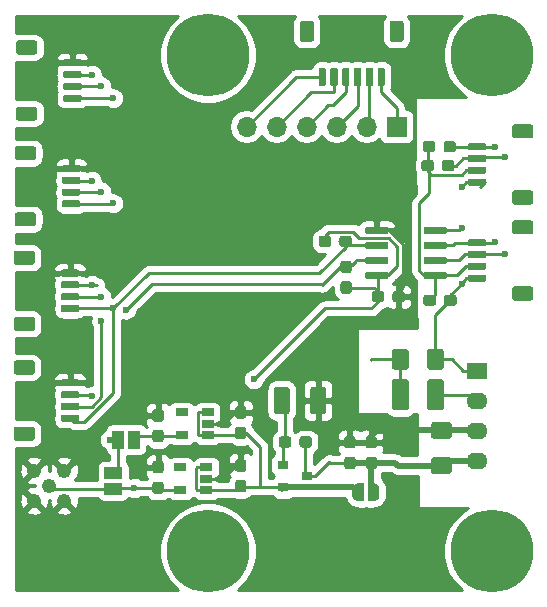
<source format=gtl>
G04 #@! TF.GenerationSoftware,KiCad,Pcbnew,(5.1.5-0)*
G04 #@! TF.CreationDate,2022-04-01T13:26:54-06:00*
G04 #@! TF.ProjectId,power-two-wire,706f7765-722d-4747-976f-2d776972652e,rev?*
G04 #@! TF.SameCoordinates,Original*
G04 #@! TF.FileFunction,Copper,L1,Top*
G04 #@! TF.FilePolarity,Positive*
%FSLAX46Y46*%
G04 Gerber Fmt 4.6, Leading zero omitted, Abs format (unit mm)*
G04 Created by KiCad (PCBNEW (5.1.5-0)) date 2022-04-01 13:26:54*
%MOMM*%
%LPD*%
G04 APERTURE LIST*
%ADD10C,0.100000*%
%ADD11O,1.700000X1.700000*%
%ADD12R,1.700000X1.700000*%
%ADD13C,1.240000*%
%ADD14R,1.500000X1.000000*%
%ADD15R,1.000000X1.500000*%
%ADD16R,1.060000X0.650000*%
%ADD17R,1.800000X1.400000*%
%ADD18O,1.800000X1.400000*%
%ADD19R,0.900000X0.800000*%
%ADD20C,7.000000*%
%ADD21C,0.600000*%
%ADD22C,0.250000*%
%ADD23C,0.500000*%
%ADD24C,0.254000*%
G04 APERTURE END LIST*
G04 #@! TA.AperFunction,SMDPad,CuDef*
D10*
G36*
X132299505Y-83351204D02*
G01*
X132323773Y-83354804D01*
X132347572Y-83360765D01*
X132370671Y-83369030D01*
X132392850Y-83379520D01*
X132413893Y-83392132D01*
X132433599Y-83406747D01*
X132451777Y-83423223D01*
X132468253Y-83441401D01*
X132482868Y-83461107D01*
X132495480Y-83482150D01*
X132505970Y-83504329D01*
X132514235Y-83527428D01*
X132520196Y-83551227D01*
X132523796Y-83575495D01*
X132525000Y-83599999D01*
X132525000Y-84300001D01*
X132523796Y-84324505D01*
X132520196Y-84348773D01*
X132514235Y-84372572D01*
X132505970Y-84395671D01*
X132495480Y-84417850D01*
X132482868Y-84438893D01*
X132468253Y-84458599D01*
X132451777Y-84476777D01*
X132433599Y-84493253D01*
X132413893Y-84507868D01*
X132392850Y-84520480D01*
X132370671Y-84530970D01*
X132347572Y-84539235D01*
X132323773Y-84545196D01*
X132299505Y-84548796D01*
X132275001Y-84550000D01*
X130974999Y-84550000D01*
X130950495Y-84548796D01*
X130926227Y-84545196D01*
X130902428Y-84539235D01*
X130879329Y-84530970D01*
X130857150Y-84520480D01*
X130836107Y-84507868D01*
X130816401Y-84493253D01*
X130798223Y-84476777D01*
X130781747Y-84458599D01*
X130767132Y-84438893D01*
X130754520Y-84417850D01*
X130744030Y-84395671D01*
X130735765Y-84372572D01*
X130729804Y-84348773D01*
X130726204Y-84324505D01*
X130725000Y-84300001D01*
X130725000Y-83599999D01*
X130726204Y-83575495D01*
X130729804Y-83551227D01*
X130735765Y-83527428D01*
X130744030Y-83504329D01*
X130754520Y-83482150D01*
X130767132Y-83461107D01*
X130781747Y-83441401D01*
X130798223Y-83423223D01*
X130816401Y-83406747D01*
X130836107Y-83392132D01*
X130857150Y-83379520D01*
X130879329Y-83369030D01*
X130902428Y-83360765D01*
X130926227Y-83354804D01*
X130950495Y-83351204D01*
X130974999Y-83350000D01*
X132275001Y-83350000D01*
X132299505Y-83351204D01*
G37*
G04 #@! TD.AperFunction*
G04 #@! TA.AperFunction,SMDPad,CuDef*
G36*
X132299505Y-77751204D02*
G01*
X132323773Y-77754804D01*
X132347572Y-77760765D01*
X132370671Y-77769030D01*
X132392850Y-77779520D01*
X132413893Y-77792132D01*
X132433599Y-77806747D01*
X132451777Y-77823223D01*
X132468253Y-77841401D01*
X132482868Y-77861107D01*
X132495480Y-77882150D01*
X132505970Y-77904329D01*
X132514235Y-77927428D01*
X132520196Y-77951227D01*
X132523796Y-77975495D01*
X132525000Y-77999999D01*
X132525000Y-78700001D01*
X132523796Y-78724505D01*
X132520196Y-78748773D01*
X132514235Y-78772572D01*
X132505970Y-78795671D01*
X132495480Y-78817850D01*
X132482868Y-78838893D01*
X132468253Y-78858599D01*
X132451777Y-78876777D01*
X132433599Y-78893253D01*
X132413893Y-78907868D01*
X132392850Y-78920480D01*
X132370671Y-78930970D01*
X132347572Y-78939235D01*
X132323773Y-78945196D01*
X132299505Y-78948796D01*
X132275001Y-78950000D01*
X130974999Y-78950000D01*
X130950495Y-78948796D01*
X130926227Y-78945196D01*
X130902428Y-78939235D01*
X130879329Y-78930970D01*
X130857150Y-78920480D01*
X130836107Y-78907868D01*
X130816401Y-78893253D01*
X130798223Y-78876777D01*
X130781747Y-78858599D01*
X130767132Y-78838893D01*
X130754520Y-78817850D01*
X130744030Y-78795671D01*
X130735765Y-78772572D01*
X130729804Y-78748773D01*
X130726204Y-78724505D01*
X130725000Y-78700001D01*
X130725000Y-77999999D01*
X130726204Y-77975495D01*
X130729804Y-77951227D01*
X130735765Y-77927428D01*
X130744030Y-77904329D01*
X130754520Y-77882150D01*
X130767132Y-77861107D01*
X130781747Y-77841401D01*
X130798223Y-77823223D01*
X130816401Y-77806747D01*
X130836107Y-77792132D01*
X130857150Y-77779520D01*
X130879329Y-77769030D01*
X130902428Y-77760765D01*
X130926227Y-77754804D01*
X130950495Y-77751204D01*
X130974999Y-77750000D01*
X132275001Y-77750000D01*
X132299505Y-77751204D01*
G37*
G04 #@! TD.AperFunction*
G04 #@! TA.AperFunction,SMDPad,CuDef*
G36*
X136139703Y-82350722D02*
G01*
X136154264Y-82352882D01*
X136168543Y-82356459D01*
X136182403Y-82361418D01*
X136195710Y-82367712D01*
X136208336Y-82375280D01*
X136220159Y-82384048D01*
X136231066Y-82393934D01*
X136240952Y-82404841D01*
X136249720Y-82416664D01*
X136257288Y-82429290D01*
X136263582Y-82442597D01*
X136268541Y-82456457D01*
X136272118Y-82470736D01*
X136274278Y-82485297D01*
X136275000Y-82500000D01*
X136275000Y-82800000D01*
X136274278Y-82814703D01*
X136272118Y-82829264D01*
X136268541Y-82843543D01*
X136263582Y-82857403D01*
X136257288Y-82870710D01*
X136249720Y-82883336D01*
X136240952Y-82895159D01*
X136231066Y-82906066D01*
X136220159Y-82915952D01*
X136208336Y-82924720D01*
X136195710Y-82932288D01*
X136182403Y-82938582D01*
X136168543Y-82943541D01*
X136154264Y-82947118D01*
X136139703Y-82949278D01*
X136125000Y-82950000D01*
X134875000Y-82950000D01*
X134860297Y-82949278D01*
X134845736Y-82947118D01*
X134831457Y-82943541D01*
X134817597Y-82938582D01*
X134804290Y-82932288D01*
X134791664Y-82924720D01*
X134779841Y-82915952D01*
X134768934Y-82906066D01*
X134759048Y-82895159D01*
X134750280Y-82883336D01*
X134742712Y-82870710D01*
X134736418Y-82857403D01*
X134731459Y-82843543D01*
X134727882Y-82829264D01*
X134725722Y-82814703D01*
X134725000Y-82800000D01*
X134725000Y-82500000D01*
X134725722Y-82485297D01*
X134727882Y-82470736D01*
X134731459Y-82456457D01*
X134736418Y-82442597D01*
X134742712Y-82429290D01*
X134750280Y-82416664D01*
X134759048Y-82404841D01*
X134768934Y-82393934D01*
X134779841Y-82384048D01*
X134791664Y-82375280D01*
X134804290Y-82367712D01*
X134817597Y-82361418D01*
X134831457Y-82356459D01*
X134845736Y-82352882D01*
X134860297Y-82350722D01*
X134875000Y-82350000D01*
X136125000Y-82350000D01*
X136139703Y-82350722D01*
G37*
G04 #@! TD.AperFunction*
G04 #@! TA.AperFunction,SMDPad,CuDef*
G36*
X136139703Y-81350722D02*
G01*
X136154264Y-81352882D01*
X136168543Y-81356459D01*
X136182403Y-81361418D01*
X136195710Y-81367712D01*
X136208336Y-81375280D01*
X136220159Y-81384048D01*
X136231066Y-81393934D01*
X136240952Y-81404841D01*
X136249720Y-81416664D01*
X136257288Y-81429290D01*
X136263582Y-81442597D01*
X136268541Y-81456457D01*
X136272118Y-81470736D01*
X136274278Y-81485297D01*
X136275000Y-81500000D01*
X136275000Y-81800000D01*
X136274278Y-81814703D01*
X136272118Y-81829264D01*
X136268541Y-81843543D01*
X136263582Y-81857403D01*
X136257288Y-81870710D01*
X136249720Y-81883336D01*
X136240952Y-81895159D01*
X136231066Y-81906066D01*
X136220159Y-81915952D01*
X136208336Y-81924720D01*
X136195710Y-81932288D01*
X136182403Y-81938582D01*
X136168543Y-81943541D01*
X136154264Y-81947118D01*
X136139703Y-81949278D01*
X136125000Y-81950000D01*
X134875000Y-81950000D01*
X134860297Y-81949278D01*
X134845736Y-81947118D01*
X134831457Y-81943541D01*
X134817597Y-81938582D01*
X134804290Y-81932288D01*
X134791664Y-81924720D01*
X134779841Y-81915952D01*
X134768934Y-81906066D01*
X134759048Y-81895159D01*
X134750280Y-81883336D01*
X134742712Y-81870710D01*
X134736418Y-81857403D01*
X134731459Y-81843543D01*
X134727882Y-81829264D01*
X134725722Y-81814703D01*
X134725000Y-81800000D01*
X134725000Y-81500000D01*
X134725722Y-81485297D01*
X134727882Y-81470736D01*
X134731459Y-81456457D01*
X134736418Y-81442597D01*
X134742712Y-81429290D01*
X134750280Y-81416664D01*
X134759048Y-81404841D01*
X134768934Y-81393934D01*
X134779841Y-81384048D01*
X134791664Y-81375280D01*
X134804290Y-81367712D01*
X134817597Y-81361418D01*
X134831457Y-81356459D01*
X134845736Y-81352882D01*
X134860297Y-81350722D01*
X134875000Y-81350000D01*
X136125000Y-81350000D01*
X136139703Y-81350722D01*
G37*
G04 #@! TD.AperFunction*
G04 #@! TA.AperFunction,SMDPad,CuDef*
G36*
X136139703Y-80350722D02*
G01*
X136154264Y-80352882D01*
X136168543Y-80356459D01*
X136182403Y-80361418D01*
X136195710Y-80367712D01*
X136208336Y-80375280D01*
X136220159Y-80384048D01*
X136231066Y-80393934D01*
X136240952Y-80404841D01*
X136249720Y-80416664D01*
X136257288Y-80429290D01*
X136263582Y-80442597D01*
X136268541Y-80456457D01*
X136272118Y-80470736D01*
X136274278Y-80485297D01*
X136275000Y-80500000D01*
X136275000Y-80800000D01*
X136274278Y-80814703D01*
X136272118Y-80829264D01*
X136268541Y-80843543D01*
X136263582Y-80857403D01*
X136257288Y-80870710D01*
X136249720Y-80883336D01*
X136240952Y-80895159D01*
X136231066Y-80906066D01*
X136220159Y-80915952D01*
X136208336Y-80924720D01*
X136195710Y-80932288D01*
X136182403Y-80938582D01*
X136168543Y-80943541D01*
X136154264Y-80947118D01*
X136139703Y-80949278D01*
X136125000Y-80950000D01*
X134875000Y-80950000D01*
X134860297Y-80949278D01*
X134845736Y-80947118D01*
X134831457Y-80943541D01*
X134817597Y-80938582D01*
X134804290Y-80932288D01*
X134791664Y-80924720D01*
X134779841Y-80915952D01*
X134768934Y-80906066D01*
X134759048Y-80895159D01*
X134750280Y-80883336D01*
X134742712Y-80870710D01*
X134736418Y-80857403D01*
X134731459Y-80843543D01*
X134727882Y-80829264D01*
X134725722Y-80814703D01*
X134725000Y-80800000D01*
X134725000Y-80500000D01*
X134725722Y-80485297D01*
X134727882Y-80470736D01*
X134731459Y-80456457D01*
X134736418Y-80442597D01*
X134742712Y-80429290D01*
X134750280Y-80416664D01*
X134759048Y-80404841D01*
X134768934Y-80393934D01*
X134779841Y-80384048D01*
X134791664Y-80375280D01*
X134804290Y-80367712D01*
X134817597Y-80361418D01*
X134831457Y-80356459D01*
X134845736Y-80352882D01*
X134860297Y-80350722D01*
X134875000Y-80350000D01*
X136125000Y-80350000D01*
X136139703Y-80350722D01*
G37*
G04 #@! TD.AperFunction*
G04 #@! TA.AperFunction,SMDPad,CuDef*
G36*
X136139703Y-79350722D02*
G01*
X136154264Y-79352882D01*
X136168543Y-79356459D01*
X136182403Y-79361418D01*
X136195710Y-79367712D01*
X136208336Y-79375280D01*
X136220159Y-79384048D01*
X136231066Y-79393934D01*
X136240952Y-79404841D01*
X136249720Y-79416664D01*
X136257288Y-79429290D01*
X136263582Y-79442597D01*
X136268541Y-79456457D01*
X136272118Y-79470736D01*
X136274278Y-79485297D01*
X136275000Y-79500000D01*
X136275000Y-79800000D01*
X136274278Y-79814703D01*
X136272118Y-79829264D01*
X136268541Y-79843543D01*
X136263582Y-79857403D01*
X136257288Y-79870710D01*
X136249720Y-79883336D01*
X136240952Y-79895159D01*
X136231066Y-79906066D01*
X136220159Y-79915952D01*
X136208336Y-79924720D01*
X136195710Y-79932288D01*
X136182403Y-79938582D01*
X136168543Y-79943541D01*
X136154264Y-79947118D01*
X136139703Y-79949278D01*
X136125000Y-79950000D01*
X134875000Y-79950000D01*
X134860297Y-79949278D01*
X134845736Y-79947118D01*
X134831457Y-79943541D01*
X134817597Y-79938582D01*
X134804290Y-79932288D01*
X134791664Y-79924720D01*
X134779841Y-79915952D01*
X134768934Y-79906066D01*
X134759048Y-79895159D01*
X134750280Y-79883336D01*
X134742712Y-79870710D01*
X134736418Y-79857403D01*
X134731459Y-79843543D01*
X134727882Y-79829264D01*
X134725722Y-79814703D01*
X134725000Y-79800000D01*
X134725000Y-79500000D01*
X134725722Y-79485297D01*
X134727882Y-79470736D01*
X134731459Y-79456457D01*
X134736418Y-79442597D01*
X134742712Y-79429290D01*
X134750280Y-79416664D01*
X134759048Y-79404841D01*
X134768934Y-79393934D01*
X134779841Y-79384048D01*
X134791664Y-79375280D01*
X134804290Y-79367712D01*
X134817597Y-79361418D01*
X134831457Y-79356459D01*
X134845736Y-79352882D01*
X134860297Y-79350722D01*
X134875000Y-79350000D01*
X136125000Y-79350000D01*
X136139703Y-79350722D01*
G37*
G04 #@! TD.AperFunction*
G04 #@! TA.AperFunction,SMDPad,CuDef*
G36*
X132199505Y-92301204D02*
G01*
X132223773Y-92304804D01*
X132247572Y-92310765D01*
X132270671Y-92319030D01*
X132292850Y-92329520D01*
X132313893Y-92342132D01*
X132333599Y-92356747D01*
X132351777Y-92373223D01*
X132368253Y-92391401D01*
X132382868Y-92411107D01*
X132395480Y-92432150D01*
X132405970Y-92454329D01*
X132414235Y-92477428D01*
X132420196Y-92501227D01*
X132423796Y-92525495D01*
X132425000Y-92549999D01*
X132425000Y-93250001D01*
X132423796Y-93274505D01*
X132420196Y-93298773D01*
X132414235Y-93322572D01*
X132405970Y-93345671D01*
X132395480Y-93367850D01*
X132382868Y-93388893D01*
X132368253Y-93408599D01*
X132351777Y-93426777D01*
X132333599Y-93443253D01*
X132313893Y-93457868D01*
X132292850Y-93470480D01*
X132270671Y-93480970D01*
X132247572Y-93489235D01*
X132223773Y-93495196D01*
X132199505Y-93498796D01*
X132175001Y-93500000D01*
X130874999Y-93500000D01*
X130850495Y-93498796D01*
X130826227Y-93495196D01*
X130802428Y-93489235D01*
X130779329Y-93480970D01*
X130757150Y-93470480D01*
X130736107Y-93457868D01*
X130716401Y-93443253D01*
X130698223Y-93426777D01*
X130681747Y-93408599D01*
X130667132Y-93388893D01*
X130654520Y-93367850D01*
X130644030Y-93345671D01*
X130635765Y-93322572D01*
X130629804Y-93298773D01*
X130626204Y-93274505D01*
X130625000Y-93250001D01*
X130625000Y-92549999D01*
X130626204Y-92525495D01*
X130629804Y-92501227D01*
X130635765Y-92477428D01*
X130644030Y-92454329D01*
X130654520Y-92432150D01*
X130667132Y-92411107D01*
X130681747Y-92391401D01*
X130698223Y-92373223D01*
X130716401Y-92356747D01*
X130736107Y-92342132D01*
X130757150Y-92329520D01*
X130779329Y-92319030D01*
X130802428Y-92310765D01*
X130826227Y-92304804D01*
X130850495Y-92301204D01*
X130874999Y-92300000D01*
X132175001Y-92300000D01*
X132199505Y-92301204D01*
G37*
G04 #@! TD.AperFunction*
G04 #@! TA.AperFunction,SMDPad,CuDef*
G36*
X132199505Y-86701204D02*
G01*
X132223773Y-86704804D01*
X132247572Y-86710765D01*
X132270671Y-86719030D01*
X132292850Y-86729520D01*
X132313893Y-86742132D01*
X132333599Y-86756747D01*
X132351777Y-86773223D01*
X132368253Y-86791401D01*
X132382868Y-86811107D01*
X132395480Y-86832150D01*
X132405970Y-86854329D01*
X132414235Y-86877428D01*
X132420196Y-86901227D01*
X132423796Y-86925495D01*
X132425000Y-86949999D01*
X132425000Y-87650001D01*
X132423796Y-87674505D01*
X132420196Y-87698773D01*
X132414235Y-87722572D01*
X132405970Y-87745671D01*
X132395480Y-87767850D01*
X132382868Y-87788893D01*
X132368253Y-87808599D01*
X132351777Y-87826777D01*
X132333599Y-87843253D01*
X132313893Y-87857868D01*
X132292850Y-87870480D01*
X132270671Y-87880970D01*
X132247572Y-87889235D01*
X132223773Y-87895196D01*
X132199505Y-87898796D01*
X132175001Y-87900000D01*
X130874999Y-87900000D01*
X130850495Y-87898796D01*
X130826227Y-87895196D01*
X130802428Y-87889235D01*
X130779329Y-87880970D01*
X130757150Y-87870480D01*
X130736107Y-87857868D01*
X130716401Y-87843253D01*
X130698223Y-87826777D01*
X130681747Y-87808599D01*
X130667132Y-87788893D01*
X130654520Y-87767850D01*
X130644030Y-87745671D01*
X130635765Y-87722572D01*
X130629804Y-87698773D01*
X130626204Y-87674505D01*
X130625000Y-87650001D01*
X130625000Y-86949999D01*
X130626204Y-86925495D01*
X130629804Y-86901227D01*
X130635765Y-86877428D01*
X130644030Y-86854329D01*
X130654520Y-86832150D01*
X130667132Y-86811107D01*
X130681747Y-86791401D01*
X130698223Y-86773223D01*
X130716401Y-86756747D01*
X130736107Y-86742132D01*
X130757150Y-86729520D01*
X130779329Y-86719030D01*
X130802428Y-86710765D01*
X130826227Y-86704804D01*
X130850495Y-86701204D01*
X130874999Y-86700000D01*
X132175001Y-86700000D01*
X132199505Y-86701204D01*
G37*
G04 #@! TD.AperFunction*
G04 #@! TA.AperFunction,SMDPad,CuDef*
G36*
X136039703Y-91300722D02*
G01*
X136054264Y-91302882D01*
X136068543Y-91306459D01*
X136082403Y-91311418D01*
X136095710Y-91317712D01*
X136108336Y-91325280D01*
X136120159Y-91334048D01*
X136131066Y-91343934D01*
X136140952Y-91354841D01*
X136149720Y-91366664D01*
X136157288Y-91379290D01*
X136163582Y-91392597D01*
X136168541Y-91406457D01*
X136172118Y-91420736D01*
X136174278Y-91435297D01*
X136175000Y-91450000D01*
X136175000Y-91750000D01*
X136174278Y-91764703D01*
X136172118Y-91779264D01*
X136168541Y-91793543D01*
X136163582Y-91807403D01*
X136157288Y-91820710D01*
X136149720Y-91833336D01*
X136140952Y-91845159D01*
X136131066Y-91856066D01*
X136120159Y-91865952D01*
X136108336Y-91874720D01*
X136095710Y-91882288D01*
X136082403Y-91888582D01*
X136068543Y-91893541D01*
X136054264Y-91897118D01*
X136039703Y-91899278D01*
X136025000Y-91900000D01*
X134775000Y-91900000D01*
X134760297Y-91899278D01*
X134745736Y-91897118D01*
X134731457Y-91893541D01*
X134717597Y-91888582D01*
X134704290Y-91882288D01*
X134691664Y-91874720D01*
X134679841Y-91865952D01*
X134668934Y-91856066D01*
X134659048Y-91845159D01*
X134650280Y-91833336D01*
X134642712Y-91820710D01*
X134636418Y-91807403D01*
X134631459Y-91793543D01*
X134627882Y-91779264D01*
X134625722Y-91764703D01*
X134625000Y-91750000D01*
X134625000Y-91450000D01*
X134625722Y-91435297D01*
X134627882Y-91420736D01*
X134631459Y-91406457D01*
X134636418Y-91392597D01*
X134642712Y-91379290D01*
X134650280Y-91366664D01*
X134659048Y-91354841D01*
X134668934Y-91343934D01*
X134679841Y-91334048D01*
X134691664Y-91325280D01*
X134704290Y-91317712D01*
X134717597Y-91311418D01*
X134731457Y-91306459D01*
X134745736Y-91302882D01*
X134760297Y-91300722D01*
X134775000Y-91300000D01*
X136025000Y-91300000D01*
X136039703Y-91300722D01*
G37*
G04 #@! TD.AperFunction*
G04 #@! TA.AperFunction,SMDPad,CuDef*
G36*
X136039703Y-90300722D02*
G01*
X136054264Y-90302882D01*
X136068543Y-90306459D01*
X136082403Y-90311418D01*
X136095710Y-90317712D01*
X136108336Y-90325280D01*
X136120159Y-90334048D01*
X136131066Y-90343934D01*
X136140952Y-90354841D01*
X136149720Y-90366664D01*
X136157288Y-90379290D01*
X136163582Y-90392597D01*
X136168541Y-90406457D01*
X136172118Y-90420736D01*
X136174278Y-90435297D01*
X136175000Y-90450000D01*
X136175000Y-90750000D01*
X136174278Y-90764703D01*
X136172118Y-90779264D01*
X136168541Y-90793543D01*
X136163582Y-90807403D01*
X136157288Y-90820710D01*
X136149720Y-90833336D01*
X136140952Y-90845159D01*
X136131066Y-90856066D01*
X136120159Y-90865952D01*
X136108336Y-90874720D01*
X136095710Y-90882288D01*
X136082403Y-90888582D01*
X136068543Y-90893541D01*
X136054264Y-90897118D01*
X136039703Y-90899278D01*
X136025000Y-90900000D01*
X134775000Y-90900000D01*
X134760297Y-90899278D01*
X134745736Y-90897118D01*
X134731457Y-90893541D01*
X134717597Y-90888582D01*
X134704290Y-90882288D01*
X134691664Y-90874720D01*
X134679841Y-90865952D01*
X134668934Y-90856066D01*
X134659048Y-90845159D01*
X134650280Y-90833336D01*
X134642712Y-90820710D01*
X134636418Y-90807403D01*
X134631459Y-90793543D01*
X134627882Y-90779264D01*
X134625722Y-90764703D01*
X134625000Y-90750000D01*
X134625000Y-90450000D01*
X134625722Y-90435297D01*
X134627882Y-90420736D01*
X134631459Y-90406457D01*
X134636418Y-90392597D01*
X134642712Y-90379290D01*
X134650280Y-90366664D01*
X134659048Y-90354841D01*
X134668934Y-90343934D01*
X134679841Y-90334048D01*
X134691664Y-90325280D01*
X134704290Y-90317712D01*
X134717597Y-90311418D01*
X134731457Y-90306459D01*
X134745736Y-90302882D01*
X134760297Y-90300722D01*
X134775000Y-90300000D01*
X136025000Y-90300000D01*
X136039703Y-90300722D01*
G37*
G04 #@! TD.AperFunction*
G04 #@! TA.AperFunction,SMDPad,CuDef*
G36*
X136039703Y-89300722D02*
G01*
X136054264Y-89302882D01*
X136068543Y-89306459D01*
X136082403Y-89311418D01*
X136095710Y-89317712D01*
X136108336Y-89325280D01*
X136120159Y-89334048D01*
X136131066Y-89343934D01*
X136140952Y-89354841D01*
X136149720Y-89366664D01*
X136157288Y-89379290D01*
X136163582Y-89392597D01*
X136168541Y-89406457D01*
X136172118Y-89420736D01*
X136174278Y-89435297D01*
X136175000Y-89450000D01*
X136175000Y-89750000D01*
X136174278Y-89764703D01*
X136172118Y-89779264D01*
X136168541Y-89793543D01*
X136163582Y-89807403D01*
X136157288Y-89820710D01*
X136149720Y-89833336D01*
X136140952Y-89845159D01*
X136131066Y-89856066D01*
X136120159Y-89865952D01*
X136108336Y-89874720D01*
X136095710Y-89882288D01*
X136082403Y-89888582D01*
X136068543Y-89893541D01*
X136054264Y-89897118D01*
X136039703Y-89899278D01*
X136025000Y-89900000D01*
X134775000Y-89900000D01*
X134760297Y-89899278D01*
X134745736Y-89897118D01*
X134731457Y-89893541D01*
X134717597Y-89888582D01*
X134704290Y-89882288D01*
X134691664Y-89874720D01*
X134679841Y-89865952D01*
X134668934Y-89856066D01*
X134659048Y-89845159D01*
X134650280Y-89833336D01*
X134642712Y-89820710D01*
X134636418Y-89807403D01*
X134631459Y-89793543D01*
X134627882Y-89779264D01*
X134625722Y-89764703D01*
X134625000Y-89750000D01*
X134625000Y-89450000D01*
X134625722Y-89435297D01*
X134627882Y-89420736D01*
X134631459Y-89406457D01*
X134636418Y-89392597D01*
X134642712Y-89379290D01*
X134650280Y-89366664D01*
X134659048Y-89354841D01*
X134668934Y-89343934D01*
X134679841Y-89334048D01*
X134691664Y-89325280D01*
X134704290Y-89317712D01*
X134717597Y-89311418D01*
X134731457Y-89306459D01*
X134745736Y-89302882D01*
X134760297Y-89300722D01*
X134775000Y-89300000D01*
X136025000Y-89300000D01*
X136039703Y-89300722D01*
G37*
G04 #@! TD.AperFunction*
G04 #@! TA.AperFunction,SMDPad,CuDef*
G36*
X136039703Y-88300722D02*
G01*
X136054264Y-88302882D01*
X136068543Y-88306459D01*
X136082403Y-88311418D01*
X136095710Y-88317712D01*
X136108336Y-88325280D01*
X136120159Y-88334048D01*
X136131066Y-88343934D01*
X136140952Y-88354841D01*
X136149720Y-88366664D01*
X136157288Y-88379290D01*
X136163582Y-88392597D01*
X136168541Y-88406457D01*
X136172118Y-88420736D01*
X136174278Y-88435297D01*
X136175000Y-88450000D01*
X136175000Y-88750000D01*
X136174278Y-88764703D01*
X136172118Y-88779264D01*
X136168541Y-88793543D01*
X136163582Y-88807403D01*
X136157288Y-88820710D01*
X136149720Y-88833336D01*
X136140952Y-88845159D01*
X136131066Y-88856066D01*
X136120159Y-88865952D01*
X136108336Y-88874720D01*
X136095710Y-88882288D01*
X136082403Y-88888582D01*
X136068543Y-88893541D01*
X136054264Y-88897118D01*
X136039703Y-88899278D01*
X136025000Y-88900000D01*
X134775000Y-88900000D01*
X134760297Y-88899278D01*
X134745736Y-88897118D01*
X134731457Y-88893541D01*
X134717597Y-88888582D01*
X134704290Y-88882288D01*
X134691664Y-88874720D01*
X134679841Y-88865952D01*
X134668934Y-88856066D01*
X134659048Y-88845159D01*
X134650280Y-88833336D01*
X134642712Y-88820710D01*
X134636418Y-88807403D01*
X134631459Y-88793543D01*
X134627882Y-88779264D01*
X134625722Y-88764703D01*
X134625000Y-88750000D01*
X134625000Y-88450000D01*
X134625722Y-88435297D01*
X134627882Y-88420736D01*
X134631459Y-88406457D01*
X134636418Y-88392597D01*
X134642712Y-88379290D01*
X134650280Y-88366664D01*
X134659048Y-88354841D01*
X134668934Y-88343934D01*
X134679841Y-88334048D01*
X134691664Y-88325280D01*
X134704290Y-88317712D01*
X134717597Y-88311418D01*
X134731457Y-88306459D01*
X134745736Y-88302882D01*
X134760297Y-88300722D01*
X134775000Y-88300000D01*
X136025000Y-88300000D01*
X136039703Y-88300722D01*
G37*
G04 #@! TD.AperFunction*
G04 #@! TA.AperFunction,SMDPad,CuDef*
G36*
X132099505Y-101151204D02*
G01*
X132123773Y-101154804D01*
X132147572Y-101160765D01*
X132170671Y-101169030D01*
X132192850Y-101179520D01*
X132213893Y-101192132D01*
X132233599Y-101206747D01*
X132251777Y-101223223D01*
X132268253Y-101241401D01*
X132282868Y-101261107D01*
X132295480Y-101282150D01*
X132305970Y-101304329D01*
X132314235Y-101327428D01*
X132320196Y-101351227D01*
X132323796Y-101375495D01*
X132325000Y-101399999D01*
X132325000Y-102100001D01*
X132323796Y-102124505D01*
X132320196Y-102148773D01*
X132314235Y-102172572D01*
X132305970Y-102195671D01*
X132295480Y-102217850D01*
X132282868Y-102238893D01*
X132268253Y-102258599D01*
X132251777Y-102276777D01*
X132233599Y-102293253D01*
X132213893Y-102307868D01*
X132192850Y-102320480D01*
X132170671Y-102330970D01*
X132147572Y-102339235D01*
X132123773Y-102345196D01*
X132099505Y-102348796D01*
X132075001Y-102350000D01*
X130774999Y-102350000D01*
X130750495Y-102348796D01*
X130726227Y-102345196D01*
X130702428Y-102339235D01*
X130679329Y-102330970D01*
X130657150Y-102320480D01*
X130636107Y-102307868D01*
X130616401Y-102293253D01*
X130598223Y-102276777D01*
X130581747Y-102258599D01*
X130567132Y-102238893D01*
X130554520Y-102217850D01*
X130544030Y-102195671D01*
X130535765Y-102172572D01*
X130529804Y-102148773D01*
X130526204Y-102124505D01*
X130525000Y-102100001D01*
X130525000Y-101399999D01*
X130526204Y-101375495D01*
X130529804Y-101351227D01*
X130535765Y-101327428D01*
X130544030Y-101304329D01*
X130554520Y-101282150D01*
X130567132Y-101261107D01*
X130581747Y-101241401D01*
X130598223Y-101223223D01*
X130616401Y-101206747D01*
X130636107Y-101192132D01*
X130657150Y-101179520D01*
X130679329Y-101169030D01*
X130702428Y-101160765D01*
X130726227Y-101154804D01*
X130750495Y-101151204D01*
X130774999Y-101150000D01*
X132075001Y-101150000D01*
X132099505Y-101151204D01*
G37*
G04 #@! TD.AperFunction*
G04 #@! TA.AperFunction,SMDPad,CuDef*
G36*
X132099505Y-95551204D02*
G01*
X132123773Y-95554804D01*
X132147572Y-95560765D01*
X132170671Y-95569030D01*
X132192850Y-95579520D01*
X132213893Y-95592132D01*
X132233599Y-95606747D01*
X132251777Y-95623223D01*
X132268253Y-95641401D01*
X132282868Y-95661107D01*
X132295480Y-95682150D01*
X132305970Y-95704329D01*
X132314235Y-95727428D01*
X132320196Y-95751227D01*
X132323796Y-95775495D01*
X132325000Y-95799999D01*
X132325000Y-96500001D01*
X132323796Y-96524505D01*
X132320196Y-96548773D01*
X132314235Y-96572572D01*
X132305970Y-96595671D01*
X132295480Y-96617850D01*
X132282868Y-96638893D01*
X132268253Y-96658599D01*
X132251777Y-96676777D01*
X132233599Y-96693253D01*
X132213893Y-96707868D01*
X132192850Y-96720480D01*
X132170671Y-96730970D01*
X132147572Y-96739235D01*
X132123773Y-96745196D01*
X132099505Y-96748796D01*
X132075001Y-96750000D01*
X130774999Y-96750000D01*
X130750495Y-96748796D01*
X130726227Y-96745196D01*
X130702428Y-96739235D01*
X130679329Y-96730970D01*
X130657150Y-96720480D01*
X130636107Y-96707868D01*
X130616401Y-96693253D01*
X130598223Y-96676777D01*
X130581747Y-96658599D01*
X130567132Y-96638893D01*
X130554520Y-96617850D01*
X130544030Y-96595671D01*
X130535765Y-96572572D01*
X130529804Y-96548773D01*
X130526204Y-96524505D01*
X130525000Y-96500001D01*
X130525000Y-95799999D01*
X130526204Y-95775495D01*
X130529804Y-95751227D01*
X130535765Y-95727428D01*
X130544030Y-95704329D01*
X130554520Y-95682150D01*
X130567132Y-95661107D01*
X130581747Y-95641401D01*
X130598223Y-95623223D01*
X130616401Y-95606747D01*
X130636107Y-95592132D01*
X130657150Y-95579520D01*
X130679329Y-95569030D01*
X130702428Y-95560765D01*
X130726227Y-95554804D01*
X130750495Y-95551204D01*
X130774999Y-95550000D01*
X132075001Y-95550000D01*
X132099505Y-95551204D01*
G37*
G04 #@! TD.AperFunction*
G04 #@! TA.AperFunction,SMDPad,CuDef*
G36*
X135939703Y-100150722D02*
G01*
X135954264Y-100152882D01*
X135968543Y-100156459D01*
X135982403Y-100161418D01*
X135995710Y-100167712D01*
X136008336Y-100175280D01*
X136020159Y-100184048D01*
X136031066Y-100193934D01*
X136040952Y-100204841D01*
X136049720Y-100216664D01*
X136057288Y-100229290D01*
X136063582Y-100242597D01*
X136068541Y-100256457D01*
X136072118Y-100270736D01*
X136074278Y-100285297D01*
X136075000Y-100300000D01*
X136075000Y-100600000D01*
X136074278Y-100614703D01*
X136072118Y-100629264D01*
X136068541Y-100643543D01*
X136063582Y-100657403D01*
X136057288Y-100670710D01*
X136049720Y-100683336D01*
X136040952Y-100695159D01*
X136031066Y-100706066D01*
X136020159Y-100715952D01*
X136008336Y-100724720D01*
X135995710Y-100732288D01*
X135982403Y-100738582D01*
X135968543Y-100743541D01*
X135954264Y-100747118D01*
X135939703Y-100749278D01*
X135925000Y-100750000D01*
X134675000Y-100750000D01*
X134660297Y-100749278D01*
X134645736Y-100747118D01*
X134631457Y-100743541D01*
X134617597Y-100738582D01*
X134604290Y-100732288D01*
X134591664Y-100724720D01*
X134579841Y-100715952D01*
X134568934Y-100706066D01*
X134559048Y-100695159D01*
X134550280Y-100683336D01*
X134542712Y-100670710D01*
X134536418Y-100657403D01*
X134531459Y-100643543D01*
X134527882Y-100629264D01*
X134525722Y-100614703D01*
X134525000Y-100600000D01*
X134525000Y-100300000D01*
X134525722Y-100285297D01*
X134527882Y-100270736D01*
X134531459Y-100256457D01*
X134536418Y-100242597D01*
X134542712Y-100229290D01*
X134550280Y-100216664D01*
X134559048Y-100204841D01*
X134568934Y-100193934D01*
X134579841Y-100184048D01*
X134591664Y-100175280D01*
X134604290Y-100167712D01*
X134617597Y-100161418D01*
X134631457Y-100156459D01*
X134645736Y-100152882D01*
X134660297Y-100150722D01*
X134675000Y-100150000D01*
X135925000Y-100150000D01*
X135939703Y-100150722D01*
G37*
G04 #@! TD.AperFunction*
G04 #@! TA.AperFunction,SMDPad,CuDef*
G36*
X135939703Y-99150722D02*
G01*
X135954264Y-99152882D01*
X135968543Y-99156459D01*
X135982403Y-99161418D01*
X135995710Y-99167712D01*
X136008336Y-99175280D01*
X136020159Y-99184048D01*
X136031066Y-99193934D01*
X136040952Y-99204841D01*
X136049720Y-99216664D01*
X136057288Y-99229290D01*
X136063582Y-99242597D01*
X136068541Y-99256457D01*
X136072118Y-99270736D01*
X136074278Y-99285297D01*
X136075000Y-99300000D01*
X136075000Y-99600000D01*
X136074278Y-99614703D01*
X136072118Y-99629264D01*
X136068541Y-99643543D01*
X136063582Y-99657403D01*
X136057288Y-99670710D01*
X136049720Y-99683336D01*
X136040952Y-99695159D01*
X136031066Y-99706066D01*
X136020159Y-99715952D01*
X136008336Y-99724720D01*
X135995710Y-99732288D01*
X135982403Y-99738582D01*
X135968543Y-99743541D01*
X135954264Y-99747118D01*
X135939703Y-99749278D01*
X135925000Y-99750000D01*
X134675000Y-99750000D01*
X134660297Y-99749278D01*
X134645736Y-99747118D01*
X134631457Y-99743541D01*
X134617597Y-99738582D01*
X134604290Y-99732288D01*
X134591664Y-99724720D01*
X134579841Y-99715952D01*
X134568934Y-99706066D01*
X134559048Y-99695159D01*
X134550280Y-99683336D01*
X134542712Y-99670710D01*
X134536418Y-99657403D01*
X134531459Y-99643543D01*
X134527882Y-99629264D01*
X134525722Y-99614703D01*
X134525000Y-99600000D01*
X134525000Y-99300000D01*
X134525722Y-99285297D01*
X134527882Y-99270736D01*
X134531459Y-99256457D01*
X134536418Y-99242597D01*
X134542712Y-99229290D01*
X134550280Y-99216664D01*
X134559048Y-99204841D01*
X134568934Y-99193934D01*
X134579841Y-99184048D01*
X134591664Y-99175280D01*
X134604290Y-99167712D01*
X134617597Y-99161418D01*
X134631457Y-99156459D01*
X134645736Y-99152882D01*
X134660297Y-99150722D01*
X134675000Y-99150000D01*
X135925000Y-99150000D01*
X135939703Y-99150722D01*
G37*
G04 #@! TD.AperFunction*
G04 #@! TA.AperFunction,SMDPad,CuDef*
G36*
X135939703Y-98150722D02*
G01*
X135954264Y-98152882D01*
X135968543Y-98156459D01*
X135982403Y-98161418D01*
X135995710Y-98167712D01*
X136008336Y-98175280D01*
X136020159Y-98184048D01*
X136031066Y-98193934D01*
X136040952Y-98204841D01*
X136049720Y-98216664D01*
X136057288Y-98229290D01*
X136063582Y-98242597D01*
X136068541Y-98256457D01*
X136072118Y-98270736D01*
X136074278Y-98285297D01*
X136075000Y-98300000D01*
X136075000Y-98600000D01*
X136074278Y-98614703D01*
X136072118Y-98629264D01*
X136068541Y-98643543D01*
X136063582Y-98657403D01*
X136057288Y-98670710D01*
X136049720Y-98683336D01*
X136040952Y-98695159D01*
X136031066Y-98706066D01*
X136020159Y-98715952D01*
X136008336Y-98724720D01*
X135995710Y-98732288D01*
X135982403Y-98738582D01*
X135968543Y-98743541D01*
X135954264Y-98747118D01*
X135939703Y-98749278D01*
X135925000Y-98750000D01*
X134675000Y-98750000D01*
X134660297Y-98749278D01*
X134645736Y-98747118D01*
X134631457Y-98743541D01*
X134617597Y-98738582D01*
X134604290Y-98732288D01*
X134591664Y-98724720D01*
X134579841Y-98715952D01*
X134568934Y-98706066D01*
X134559048Y-98695159D01*
X134550280Y-98683336D01*
X134542712Y-98670710D01*
X134536418Y-98657403D01*
X134531459Y-98643543D01*
X134527882Y-98629264D01*
X134525722Y-98614703D01*
X134525000Y-98600000D01*
X134525000Y-98300000D01*
X134525722Y-98285297D01*
X134527882Y-98270736D01*
X134531459Y-98256457D01*
X134536418Y-98242597D01*
X134542712Y-98229290D01*
X134550280Y-98216664D01*
X134559048Y-98204841D01*
X134568934Y-98193934D01*
X134579841Y-98184048D01*
X134591664Y-98175280D01*
X134604290Y-98167712D01*
X134617597Y-98161418D01*
X134631457Y-98156459D01*
X134645736Y-98152882D01*
X134660297Y-98150722D01*
X134675000Y-98150000D01*
X135925000Y-98150000D01*
X135939703Y-98150722D01*
G37*
G04 #@! TD.AperFunction*
G04 #@! TA.AperFunction,SMDPad,CuDef*
G36*
X135939703Y-97150722D02*
G01*
X135954264Y-97152882D01*
X135968543Y-97156459D01*
X135982403Y-97161418D01*
X135995710Y-97167712D01*
X136008336Y-97175280D01*
X136020159Y-97184048D01*
X136031066Y-97193934D01*
X136040952Y-97204841D01*
X136049720Y-97216664D01*
X136057288Y-97229290D01*
X136063582Y-97242597D01*
X136068541Y-97256457D01*
X136072118Y-97270736D01*
X136074278Y-97285297D01*
X136075000Y-97300000D01*
X136075000Y-97600000D01*
X136074278Y-97614703D01*
X136072118Y-97629264D01*
X136068541Y-97643543D01*
X136063582Y-97657403D01*
X136057288Y-97670710D01*
X136049720Y-97683336D01*
X136040952Y-97695159D01*
X136031066Y-97706066D01*
X136020159Y-97715952D01*
X136008336Y-97724720D01*
X135995710Y-97732288D01*
X135982403Y-97738582D01*
X135968543Y-97743541D01*
X135954264Y-97747118D01*
X135939703Y-97749278D01*
X135925000Y-97750000D01*
X134675000Y-97750000D01*
X134660297Y-97749278D01*
X134645736Y-97747118D01*
X134631457Y-97743541D01*
X134617597Y-97738582D01*
X134604290Y-97732288D01*
X134591664Y-97724720D01*
X134579841Y-97715952D01*
X134568934Y-97706066D01*
X134559048Y-97695159D01*
X134550280Y-97683336D01*
X134542712Y-97670710D01*
X134536418Y-97657403D01*
X134531459Y-97643543D01*
X134527882Y-97629264D01*
X134525722Y-97614703D01*
X134525000Y-97600000D01*
X134525000Y-97300000D01*
X134525722Y-97285297D01*
X134527882Y-97270736D01*
X134531459Y-97256457D01*
X134536418Y-97242597D01*
X134542712Y-97229290D01*
X134550280Y-97216664D01*
X134559048Y-97204841D01*
X134568934Y-97193934D01*
X134579841Y-97184048D01*
X134591664Y-97175280D01*
X134604290Y-97167712D01*
X134617597Y-97161418D01*
X134631457Y-97156459D01*
X134645736Y-97152882D01*
X134660297Y-97150722D01*
X134675000Y-97150000D01*
X135925000Y-97150000D01*
X135939703Y-97150722D01*
G37*
G04 #@! TD.AperFunction*
G04 #@! TA.AperFunction,SMDPad,CuDef*
G36*
X132099505Y-110451204D02*
G01*
X132123773Y-110454804D01*
X132147572Y-110460765D01*
X132170671Y-110469030D01*
X132192850Y-110479520D01*
X132213893Y-110492132D01*
X132233599Y-110506747D01*
X132251777Y-110523223D01*
X132268253Y-110541401D01*
X132282868Y-110561107D01*
X132295480Y-110582150D01*
X132305970Y-110604329D01*
X132314235Y-110627428D01*
X132320196Y-110651227D01*
X132323796Y-110675495D01*
X132325000Y-110699999D01*
X132325000Y-111400001D01*
X132323796Y-111424505D01*
X132320196Y-111448773D01*
X132314235Y-111472572D01*
X132305970Y-111495671D01*
X132295480Y-111517850D01*
X132282868Y-111538893D01*
X132268253Y-111558599D01*
X132251777Y-111576777D01*
X132233599Y-111593253D01*
X132213893Y-111607868D01*
X132192850Y-111620480D01*
X132170671Y-111630970D01*
X132147572Y-111639235D01*
X132123773Y-111645196D01*
X132099505Y-111648796D01*
X132075001Y-111650000D01*
X130774999Y-111650000D01*
X130750495Y-111648796D01*
X130726227Y-111645196D01*
X130702428Y-111639235D01*
X130679329Y-111630970D01*
X130657150Y-111620480D01*
X130636107Y-111607868D01*
X130616401Y-111593253D01*
X130598223Y-111576777D01*
X130581747Y-111558599D01*
X130567132Y-111538893D01*
X130554520Y-111517850D01*
X130544030Y-111495671D01*
X130535765Y-111472572D01*
X130529804Y-111448773D01*
X130526204Y-111424505D01*
X130525000Y-111400001D01*
X130525000Y-110699999D01*
X130526204Y-110675495D01*
X130529804Y-110651227D01*
X130535765Y-110627428D01*
X130544030Y-110604329D01*
X130554520Y-110582150D01*
X130567132Y-110561107D01*
X130581747Y-110541401D01*
X130598223Y-110523223D01*
X130616401Y-110506747D01*
X130636107Y-110492132D01*
X130657150Y-110479520D01*
X130679329Y-110469030D01*
X130702428Y-110460765D01*
X130726227Y-110454804D01*
X130750495Y-110451204D01*
X130774999Y-110450000D01*
X132075001Y-110450000D01*
X132099505Y-110451204D01*
G37*
G04 #@! TD.AperFunction*
G04 #@! TA.AperFunction,SMDPad,CuDef*
G36*
X132099505Y-104851204D02*
G01*
X132123773Y-104854804D01*
X132147572Y-104860765D01*
X132170671Y-104869030D01*
X132192850Y-104879520D01*
X132213893Y-104892132D01*
X132233599Y-104906747D01*
X132251777Y-104923223D01*
X132268253Y-104941401D01*
X132282868Y-104961107D01*
X132295480Y-104982150D01*
X132305970Y-105004329D01*
X132314235Y-105027428D01*
X132320196Y-105051227D01*
X132323796Y-105075495D01*
X132325000Y-105099999D01*
X132325000Y-105800001D01*
X132323796Y-105824505D01*
X132320196Y-105848773D01*
X132314235Y-105872572D01*
X132305970Y-105895671D01*
X132295480Y-105917850D01*
X132282868Y-105938893D01*
X132268253Y-105958599D01*
X132251777Y-105976777D01*
X132233599Y-105993253D01*
X132213893Y-106007868D01*
X132192850Y-106020480D01*
X132170671Y-106030970D01*
X132147572Y-106039235D01*
X132123773Y-106045196D01*
X132099505Y-106048796D01*
X132075001Y-106050000D01*
X130774999Y-106050000D01*
X130750495Y-106048796D01*
X130726227Y-106045196D01*
X130702428Y-106039235D01*
X130679329Y-106030970D01*
X130657150Y-106020480D01*
X130636107Y-106007868D01*
X130616401Y-105993253D01*
X130598223Y-105976777D01*
X130581747Y-105958599D01*
X130567132Y-105938893D01*
X130554520Y-105917850D01*
X130544030Y-105895671D01*
X130535765Y-105872572D01*
X130529804Y-105848773D01*
X130526204Y-105824505D01*
X130525000Y-105800001D01*
X130525000Y-105099999D01*
X130526204Y-105075495D01*
X130529804Y-105051227D01*
X130535765Y-105027428D01*
X130544030Y-105004329D01*
X130554520Y-104982150D01*
X130567132Y-104961107D01*
X130581747Y-104941401D01*
X130598223Y-104923223D01*
X130616401Y-104906747D01*
X130636107Y-104892132D01*
X130657150Y-104879520D01*
X130679329Y-104869030D01*
X130702428Y-104860765D01*
X130726227Y-104854804D01*
X130750495Y-104851204D01*
X130774999Y-104850000D01*
X132075001Y-104850000D01*
X132099505Y-104851204D01*
G37*
G04 #@! TD.AperFunction*
G04 #@! TA.AperFunction,SMDPad,CuDef*
G36*
X135939703Y-109450722D02*
G01*
X135954264Y-109452882D01*
X135968543Y-109456459D01*
X135982403Y-109461418D01*
X135995710Y-109467712D01*
X136008336Y-109475280D01*
X136020159Y-109484048D01*
X136031066Y-109493934D01*
X136040952Y-109504841D01*
X136049720Y-109516664D01*
X136057288Y-109529290D01*
X136063582Y-109542597D01*
X136068541Y-109556457D01*
X136072118Y-109570736D01*
X136074278Y-109585297D01*
X136075000Y-109600000D01*
X136075000Y-109900000D01*
X136074278Y-109914703D01*
X136072118Y-109929264D01*
X136068541Y-109943543D01*
X136063582Y-109957403D01*
X136057288Y-109970710D01*
X136049720Y-109983336D01*
X136040952Y-109995159D01*
X136031066Y-110006066D01*
X136020159Y-110015952D01*
X136008336Y-110024720D01*
X135995710Y-110032288D01*
X135982403Y-110038582D01*
X135968543Y-110043541D01*
X135954264Y-110047118D01*
X135939703Y-110049278D01*
X135925000Y-110050000D01*
X134675000Y-110050000D01*
X134660297Y-110049278D01*
X134645736Y-110047118D01*
X134631457Y-110043541D01*
X134617597Y-110038582D01*
X134604290Y-110032288D01*
X134591664Y-110024720D01*
X134579841Y-110015952D01*
X134568934Y-110006066D01*
X134559048Y-109995159D01*
X134550280Y-109983336D01*
X134542712Y-109970710D01*
X134536418Y-109957403D01*
X134531459Y-109943543D01*
X134527882Y-109929264D01*
X134525722Y-109914703D01*
X134525000Y-109900000D01*
X134525000Y-109600000D01*
X134525722Y-109585297D01*
X134527882Y-109570736D01*
X134531459Y-109556457D01*
X134536418Y-109542597D01*
X134542712Y-109529290D01*
X134550280Y-109516664D01*
X134559048Y-109504841D01*
X134568934Y-109493934D01*
X134579841Y-109484048D01*
X134591664Y-109475280D01*
X134604290Y-109467712D01*
X134617597Y-109461418D01*
X134631457Y-109456459D01*
X134645736Y-109452882D01*
X134660297Y-109450722D01*
X134675000Y-109450000D01*
X135925000Y-109450000D01*
X135939703Y-109450722D01*
G37*
G04 #@! TD.AperFunction*
G04 #@! TA.AperFunction,SMDPad,CuDef*
G36*
X135939703Y-108450722D02*
G01*
X135954264Y-108452882D01*
X135968543Y-108456459D01*
X135982403Y-108461418D01*
X135995710Y-108467712D01*
X136008336Y-108475280D01*
X136020159Y-108484048D01*
X136031066Y-108493934D01*
X136040952Y-108504841D01*
X136049720Y-108516664D01*
X136057288Y-108529290D01*
X136063582Y-108542597D01*
X136068541Y-108556457D01*
X136072118Y-108570736D01*
X136074278Y-108585297D01*
X136075000Y-108600000D01*
X136075000Y-108900000D01*
X136074278Y-108914703D01*
X136072118Y-108929264D01*
X136068541Y-108943543D01*
X136063582Y-108957403D01*
X136057288Y-108970710D01*
X136049720Y-108983336D01*
X136040952Y-108995159D01*
X136031066Y-109006066D01*
X136020159Y-109015952D01*
X136008336Y-109024720D01*
X135995710Y-109032288D01*
X135982403Y-109038582D01*
X135968543Y-109043541D01*
X135954264Y-109047118D01*
X135939703Y-109049278D01*
X135925000Y-109050000D01*
X134675000Y-109050000D01*
X134660297Y-109049278D01*
X134645736Y-109047118D01*
X134631457Y-109043541D01*
X134617597Y-109038582D01*
X134604290Y-109032288D01*
X134591664Y-109024720D01*
X134579841Y-109015952D01*
X134568934Y-109006066D01*
X134559048Y-108995159D01*
X134550280Y-108983336D01*
X134542712Y-108970710D01*
X134536418Y-108957403D01*
X134531459Y-108943543D01*
X134527882Y-108929264D01*
X134525722Y-108914703D01*
X134525000Y-108900000D01*
X134525000Y-108600000D01*
X134525722Y-108585297D01*
X134527882Y-108570736D01*
X134531459Y-108556457D01*
X134536418Y-108542597D01*
X134542712Y-108529290D01*
X134550280Y-108516664D01*
X134559048Y-108504841D01*
X134568934Y-108493934D01*
X134579841Y-108484048D01*
X134591664Y-108475280D01*
X134604290Y-108467712D01*
X134617597Y-108461418D01*
X134631457Y-108456459D01*
X134645736Y-108452882D01*
X134660297Y-108450722D01*
X134675000Y-108450000D01*
X135925000Y-108450000D01*
X135939703Y-108450722D01*
G37*
G04 #@! TD.AperFunction*
G04 #@! TA.AperFunction,SMDPad,CuDef*
G36*
X135939703Y-107450722D02*
G01*
X135954264Y-107452882D01*
X135968543Y-107456459D01*
X135982403Y-107461418D01*
X135995710Y-107467712D01*
X136008336Y-107475280D01*
X136020159Y-107484048D01*
X136031066Y-107493934D01*
X136040952Y-107504841D01*
X136049720Y-107516664D01*
X136057288Y-107529290D01*
X136063582Y-107542597D01*
X136068541Y-107556457D01*
X136072118Y-107570736D01*
X136074278Y-107585297D01*
X136075000Y-107600000D01*
X136075000Y-107900000D01*
X136074278Y-107914703D01*
X136072118Y-107929264D01*
X136068541Y-107943543D01*
X136063582Y-107957403D01*
X136057288Y-107970710D01*
X136049720Y-107983336D01*
X136040952Y-107995159D01*
X136031066Y-108006066D01*
X136020159Y-108015952D01*
X136008336Y-108024720D01*
X135995710Y-108032288D01*
X135982403Y-108038582D01*
X135968543Y-108043541D01*
X135954264Y-108047118D01*
X135939703Y-108049278D01*
X135925000Y-108050000D01*
X134675000Y-108050000D01*
X134660297Y-108049278D01*
X134645736Y-108047118D01*
X134631457Y-108043541D01*
X134617597Y-108038582D01*
X134604290Y-108032288D01*
X134591664Y-108024720D01*
X134579841Y-108015952D01*
X134568934Y-108006066D01*
X134559048Y-107995159D01*
X134550280Y-107983336D01*
X134542712Y-107970710D01*
X134536418Y-107957403D01*
X134531459Y-107943543D01*
X134527882Y-107929264D01*
X134525722Y-107914703D01*
X134525000Y-107900000D01*
X134525000Y-107600000D01*
X134525722Y-107585297D01*
X134527882Y-107570736D01*
X134531459Y-107556457D01*
X134536418Y-107542597D01*
X134542712Y-107529290D01*
X134550280Y-107516664D01*
X134559048Y-107504841D01*
X134568934Y-107493934D01*
X134579841Y-107484048D01*
X134591664Y-107475280D01*
X134604290Y-107467712D01*
X134617597Y-107461418D01*
X134631457Y-107456459D01*
X134645736Y-107452882D01*
X134660297Y-107450722D01*
X134675000Y-107450000D01*
X135925000Y-107450000D01*
X135939703Y-107450722D01*
G37*
G04 #@! TD.AperFunction*
G04 #@! TA.AperFunction,SMDPad,CuDef*
G36*
X135939703Y-106450722D02*
G01*
X135954264Y-106452882D01*
X135968543Y-106456459D01*
X135982403Y-106461418D01*
X135995710Y-106467712D01*
X136008336Y-106475280D01*
X136020159Y-106484048D01*
X136031066Y-106493934D01*
X136040952Y-106504841D01*
X136049720Y-106516664D01*
X136057288Y-106529290D01*
X136063582Y-106542597D01*
X136068541Y-106556457D01*
X136072118Y-106570736D01*
X136074278Y-106585297D01*
X136075000Y-106600000D01*
X136075000Y-106900000D01*
X136074278Y-106914703D01*
X136072118Y-106929264D01*
X136068541Y-106943543D01*
X136063582Y-106957403D01*
X136057288Y-106970710D01*
X136049720Y-106983336D01*
X136040952Y-106995159D01*
X136031066Y-107006066D01*
X136020159Y-107015952D01*
X136008336Y-107024720D01*
X135995710Y-107032288D01*
X135982403Y-107038582D01*
X135968543Y-107043541D01*
X135954264Y-107047118D01*
X135939703Y-107049278D01*
X135925000Y-107050000D01*
X134675000Y-107050000D01*
X134660297Y-107049278D01*
X134645736Y-107047118D01*
X134631457Y-107043541D01*
X134617597Y-107038582D01*
X134604290Y-107032288D01*
X134591664Y-107024720D01*
X134579841Y-107015952D01*
X134568934Y-107006066D01*
X134559048Y-106995159D01*
X134550280Y-106983336D01*
X134542712Y-106970710D01*
X134536418Y-106957403D01*
X134531459Y-106943543D01*
X134527882Y-106929264D01*
X134525722Y-106914703D01*
X134525000Y-106900000D01*
X134525000Y-106600000D01*
X134525722Y-106585297D01*
X134527882Y-106570736D01*
X134531459Y-106556457D01*
X134536418Y-106542597D01*
X134542712Y-106529290D01*
X134550280Y-106516664D01*
X134559048Y-106504841D01*
X134568934Y-106493934D01*
X134579841Y-106484048D01*
X134591664Y-106475280D01*
X134604290Y-106467712D01*
X134617597Y-106461418D01*
X134631457Y-106456459D01*
X134645736Y-106452882D01*
X134660297Y-106450722D01*
X134675000Y-106450000D01*
X135925000Y-106450000D01*
X135939703Y-106450722D01*
G37*
G04 #@! TD.AperFunction*
G04 #@! TA.AperFunction,SMDPad,CuDef*
G36*
X174299505Y-92981204D02*
G01*
X174323773Y-92984804D01*
X174347572Y-92990765D01*
X174370671Y-92999030D01*
X174392850Y-93009520D01*
X174413893Y-93022132D01*
X174433599Y-93036747D01*
X174451777Y-93053223D01*
X174468253Y-93071401D01*
X174482868Y-93091107D01*
X174495480Y-93112150D01*
X174505970Y-93134329D01*
X174514235Y-93157428D01*
X174520196Y-93181227D01*
X174523796Y-93205495D01*
X174525000Y-93229999D01*
X174525000Y-93930001D01*
X174523796Y-93954505D01*
X174520196Y-93978773D01*
X174514235Y-94002572D01*
X174505970Y-94025671D01*
X174495480Y-94047850D01*
X174482868Y-94068893D01*
X174468253Y-94088599D01*
X174451777Y-94106777D01*
X174433599Y-94123253D01*
X174413893Y-94137868D01*
X174392850Y-94150480D01*
X174370671Y-94160970D01*
X174347572Y-94169235D01*
X174323773Y-94175196D01*
X174299505Y-94178796D01*
X174275001Y-94180000D01*
X172974999Y-94180000D01*
X172950495Y-94178796D01*
X172926227Y-94175196D01*
X172902428Y-94169235D01*
X172879329Y-94160970D01*
X172857150Y-94150480D01*
X172836107Y-94137868D01*
X172816401Y-94123253D01*
X172798223Y-94106777D01*
X172781747Y-94088599D01*
X172767132Y-94068893D01*
X172754520Y-94047850D01*
X172744030Y-94025671D01*
X172735765Y-94002572D01*
X172729804Y-93978773D01*
X172726204Y-93954505D01*
X172725000Y-93930001D01*
X172725000Y-93229999D01*
X172726204Y-93205495D01*
X172729804Y-93181227D01*
X172735765Y-93157428D01*
X172744030Y-93134329D01*
X172754520Y-93112150D01*
X172767132Y-93091107D01*
X172781747Y-93071401D01*
X172798223Y-93053223D01*
X172816401Y-93036747D01*
X172836107Y-93022132D01*
X172857150Y-93009520D01*
X172879329Y-92999030D01*
X172902428Y-92990765D01*
X172926227Y-92984804D01*
X172950495Y-92981204D01*
X172974999Y-92980000D01*
X174275001Y-92980000D01*
X174299505Y-92981204D01*
G37*
G04 #@! TD.AperFunction*
G04 #@! TA.AperFunction,SMDPad,CuDef*
G36*
X174299505Y-98581204D02*
G01*
X174323773Y-98584804D01*
X174347572Y-98590765D01*
X174370671Y-98599030D01*
X174392850Y-98609520D01*
X174413893Y-98622132D01*
X174433599Y-98636747D01*
X174451777Y-98653223D01*
X174468253Y-98671401D01*
X174482868Y-98691107D01*
X174495480Y-98712150D01*
X174505970Y-98734329D01*
X174514235Y-98757428D01*
X174520196Y-98781227D01*
X174523796Y-98805495D01*
X174525000Y-98829999D01*
X174525000Y-99530001D01*
X174523796Y-99554505D01*
X174520196Y-99578773D01*
X174514235Y-99602572D01*
X174505970Y-99625671D01*
X174495480Y-99647850D01*
X174482868Y-99668893D01*
X174468253Y-99688599D01*
X174451777Y-99706777D01*
X174433599Y-99723253D01*
X174413893Y-99737868D01*
X174392850Y-99750480D01*
X174370671Y-99760970D01*
X174347572Y-99769235D01*
X174323773Y-99775196D01*
X174299505Y-99778796D01*
X174275001Y-99780000D01*
X172974999Y-99780000D01*
X172950495Y-99778796D01*
X172926227Y-99775196D01*
X172902428Y-99769235D01*
X172879329Y-99760970D01*
X172857150Y-99750480D01*
X172836107Y-99737868D01*
X172816401Y-99723253D01*
X172798223Y-99706777D01*
X172781747Y-99688599D01*
X172767132Y-99668893D01*
X172754520Y-99647850D01*
X172744030Y-99625671D01*
X172735765Y-99602572D01*
X172729804Y-99578773D01*
X172726204Y-99554505D01*
X172725000Y-99530001D01*
X172725000Y-98829999D01*
X172726204Y-98805495D01*
X172729804Y-98781227D01*
X172735765Y-98757428D01*
X172744030Y-98734329D01*
X172754520Y-98712150D01*
X172767132Y-98691107D01*
X172781747Y-98671401D01*
X172798223Y-98653223D01*
X172816401Y-98636747D01*
X172836107Y-98622132D01*
X172857150Y-98609520D01*
X172879329Y-98599030D01*
X172902428Y-98590765D01*
X172926227Y-98584804D01*
X172950495Y-98581204D01*
X172974999Y-98580000D01*
X174275001Y-98580000D01*
X174299505Y-98581204D01*
G37*
G04 #@! TD.AperFunction*
G04 #@! TA.AperFunction,SMDPad,CuDef*
G36*
X170389703Y-94580722D02*
G01*
X170404264Y-94582882D01*
X170418543Y-94586459D01*
X170432403Y-94591418D01*
X170445710Y-94597712D01*
X170458336Y-94605280D01*
X170470159Y-94614048D01*
X170481066Y-94623934D01*
X170490952Y-94634841D01*
X170499720Y-94646664D01*
X170507288Y-94659290D01*
X170513582Y-94672597D01*
X170518541Y-94686457D01*
X170522118Y-94700736D01*
X170524278Y-94715297D01*
X170525000Y-94730000D01*
X170525000Y-95030000D01*
X170524278Y-95044703D01*
X170522118Y-95059264D01*
X170518541Y-95073543D01*
X170513582Y-95087403D01*
X170507288Y-95100710D01*
X170499720Y-95113336D01*
X170490952Y-95125159D01*
X170481066Y-95136066D01*
X170470159Y-95145952D01*
X170458336Y-95154720D01*
X170445710Y-95162288D01*
X170432403Y-95168582D01*
X170418543Y-95173541D01*
X170404264Y-95177118D01*
X170389703Y-95179278D01*
X170375000Y-95180000D01*
X169125000Y-95180000D01*
X169110297Y-95179278D01*
X169095736Y-95177118D01*
X169081457Y-95173541D01*
X169067597Y-95168582D01*
X169054290Y-95162288D01*
X169041664Y-95154720D01*
X169029841Y-95145952D01*
X169018934Y-95136066D01*
X169009048Y-95125159D01*
X169000280Y-95113336D01*
X168992712Y-95100710D01*
X168986418Y-95087403D01*
X168981459Y-95073543D01*
X168977882Y-95059264D01*
X168975722Y-95044703D01*
X168975000Y-95030000D01*
X168975000Y-94730000D01*
X168975722Y-94715297D01*
X168977882Y-94700736D01*
X168981459Y-94686457D01*
X168986418Y-94672597D01*
X168992712Y-94659290D01*
X169000280Y-94646664D01*
X169009048Y-94634841D01*
X169018934Y-94623934D01*
X169029841Y-94614048D01*
X169041664Y-94605280D01*
X169054290Y-94597712D01*
X169067597Y-94591418D01*
X169081457Y-94586459D01*
X169095736Y-94582882D01*
X169110297Y-94580722D01*
X169125000Y-94580000D01*
X170375000Y-94580000D01*
X170389703Y-94580722D01*
G37*
G04 #@! TD.AperFunction*
G04 #@! TA.AperFunction,SMDPad,CuDef*
G36*
X170389703Y-95580722D02*
G01*
X170404264Y-95582882D01*
X170418543Y-95586459D01*
X170432403Y-95591418D01*
X170445710Y-95597712D01*
X170458336Y-95605280D01*
X170470159Y-95614048D01*
X170481066Y-95623934D01*
X170490952Y-95634841D01*
X170499720Y-95646664D01*
X170507288Y-95659290D01*
X170513582Y-95672597D01*
X170518541Y-95686457D01*
X170522118Y-95700736D01*
X170524278Y-95715297D01*
X170525000Y-95730000D01*
X170525000Y-96030000D01*
X170524278Y-96044703D01*
X170522118Y-96059264D01*
X170518541Y-96073543D01*
X170513582Y-96087403D01*
X170507288Y-96100710D01*
X170499720Y-96113336D01*
X170490952Y-96125159D01*
X170481066Y-96136066D01*
X170470159Y-96145952D01*
X170458336Y-96154720D01*
X170445710Y-96162288D01*
X170432403Y-96168582D01*
X170418543Y-96173541D01*
X170404264Y-96177118D01*
X170389703Y-96179278D01*
X170375000Y-96180000D01*
X169125000Y-96180000D01*
X169110297Y-96179278D01*
X169095736Y-96177118D01*
X169081457Y-96173541D01*
X169067597Y-96168582D01*
X169054290Y-96162288D01*
X169041664Y-96154720D01*
X169029841Y-96145952D01*
X169018934Y-96136066D01*
X169009048Y-96125159D01*
X169000280Y-96113336D01*
X168992712Y-96100710D01*
X168986418Y-96087403D01*
X168981459Y-96073543D01*
X168977882Y-96059264D01*
X168975722Y-96044703D01*
X168975000Y-96030000D01*
X168975000Y-95730000D01*
X168975722Y-95715297D01*
X168977882Y-95700736D01*
X168981459Y-95686457D01*
X168986418Y-95672597D01*
X168992712Y-95659290D01*
X169000280Y-95646664D01*
X169009048Y-95634841D01*
X169018934Y-95623934D01*
X169029841Y-95614048D01*
X169041664Y-95605280D01*
X169054290Y-95597712D01*
X169067597Y-95591418D01*
X169081457Y-95586459D01*
X169095736Y-95582882D01*
X169110297Y-95580722D01*
X169125000Y-95580000D01*
X170375000Y-95580000D01*
X170389703Y-95580722D01*
G37*
G04 #@! TD.AperFunction*
G04 #@! TA.AperFunction,SMDPad,CuDef*
G36*
X170389703Y-96580722D02*
G01*
X170404264Y-96582882D01*
X170418543Y-96586459D01*
X170432403Y-96591418D01*
X170445710Y-96597712D01*
X170458336Y-96605280D01*
X170470159Y-96614048D01*
X170481066Y-96623934D01*
X170490952Y-96634841D01*
X170499720Y-96646664D01*
X170507288Y-96659290D01*
X170513582Y-96672597D01*
X170518541Y-96686457D01*
X170522118Y-96700736D01*
X170524278Y-96715297D01*
X170525000Y-96730000D01*
X170525000Y-97030000D01*
X170524278Y-97044703D01*
X170522118Y-97059264D01*
X170518541Y-97073543D01*
X170513582Y-97087403D01*
X170507288Y-97100710D01*
X170499720Y-97113336D01*
X170490952Y-97125159D01*
X170481066Y-97136066D01*
X170470159Y-97145952D01*
X170458336Y-97154720D01*
X170445710Y-97162288D01*
X170432403Y-97168582D01*
X170418543Y-97173541D01*
X170404264Y-97177118D01*
X170389703Y-97179278D01*
X170375000Y-97180000D01*
X169125000Y-97180000D01*
X169110297Y-97179278D01*
X169095736Y-97177118D01*
X169081457Y-97173541D01*
X169067597Y-97168582D01*
X169054290Y-97162288D01*
X169041664Y-97154720D01*
X169029841Y-97145952D01*
X169018934Y-97136066D01*
X169009048Y-97125159D01*
X169000280Y-97113336D01*
X168992712Y-97100710D01*
X168986418Y-97087403D01*
X168981459Y-97073543D01*
X168977882Y-97059264D01*
X168975722Y-97044703D01*
X168975000Y-97030000D01*
X168975000Y-96730000D01*
X168975722Y-96715297D01*
X168977882Y-96700736D01*
X168981459Y-96686457D01*
X168986418Y-96672597D01*
X168992712Y-96659290D01*
X169000280Y-96646664D01*
X169009048Y-96634841D01*
X169018934Y-96623934D01*
X169029841Y-96614048D01*
X169041664Y-96605280D01*
X169054290Y-96597712D01*
X169067597Y-96591418D01*
X169081457Y-96586459D01*
X169095736Y-96582882D01*
X169110297Y-96580722D01*
X169125000Y-96580000D01*
X170375000Y-96580000D01*
X170389703Y-96580722D01*
G37*
G04 #@! TD.AperFunction*
G04 #@! TA.AperFunction,SMDPad,CuDef*
G36*
X170389703Y-97580722D02*
G01*
X170404264Y-97582882D01*
X170418543Y-97586459D01*
X170432403Y-97591418D01*
X170445710Y-97597712D01*
X170458336Y-97605280D01*
X170470159Y-97614048D01*
X170481066Y-97623934D01*
X170490952Y-97634841D01*
X170499720Y-97646664D01*
X170507288Y-97659290D01*
X170513582Y-97672597D01*
X170518541Y-97686457D01*
X170522118Y-97700736D01*
X170524278Y-97715297D01*
X170525000Y-97730000D01*
X170525000Y-98030000D01*
X170524278Y-98044703D01*
X170522118Y-98059264D01*
X170518541Y-98073543D01*
X170513582Y-98087403D01*
X170507288Y-98100710D01*
X170499720Y-98113336D01*
X170490952Y-98125159D01*
X170481066Y-98136066D01*
X170470159Y-98145952D01*
X170458336Y-98154720D01*
X170445710Y-98162288D01*
X170432403Y-98168582D01*
X170418543Y-98173541D01*
X170404264Y-98177118D01*
X170389703Y-98179278D01*
X170375000Y-98180000D01*
X169125000Y-98180000D01*
X169110297Y-98179278D01*
X169095736Y-98177118D01*
X169081457Y-98173541D01*
X169067597Y-98168582D01*
X169054290Y-98162288D01*
X169041664Y-98154720D01*
X169029841Y-98145952D01*
X169018934Y-98136066D01*
X169009048Y-98125159D01*
X169000280Y-98113336D01*
X168992712Y-98100710D01*
X168986418Y-98087403D01*
X168981459Y-98073543D01*
X168977882Y-98059264D01*
X168975722Y-98044703D01*
X168975000Y-98030000D01*
X168975000Y-97730000D01*
X168975722Y-97715297D01*
X168977882Y-97700736D01*
X168981459Y-97686457D01*
X168986418Y-97672597D01*
X168992712Y-97659290D01*
X169000280Y-97646664D01*
X169009048Y-97634841D01*
X169018934Y-97623934D01*
X169029841Y-97614048D01*
X169041664Y-97605280D01*
X169054290Y-97597712D01*
X169067597Y-97591418D01*
X169081457Y-97586459D01*
X169095736Y-97582882D01*
X169110297Y-97580722D01*
X169125000Y-97580000D01*
X170375000Y-97580000D01*
X170389703Y-97580722D01*
G37*
G04 #@! TD.AperFunction*
G04 #@! TA.AperFunction,SMDPad,CuDef*
G36*
X174299505Y-84851204D02*
G01*
X174323773Y-84854804D01*
X174347572Y-84860765D01*
X174370671Y-84869030D01*
X174392850Y-84879520D01*
X174413893Y-84892132D01*
X174433599Y-84906747D01*
X174451777Y-84923223D01*
X174468253Y-84941401D01*
X174482868Y-84961107D01*
X174495480Y-84982150D01*
X174505970Y-85004329D01*
X174514235Y-85027428D01*
X174520196Y-85051227D01*
X174523796Y-85075495D01*
X174525000Y-85099999D01*
X174525000Y-85800001D01*
X174523796Y-85824505D01*
X174520196Y-85848773D01*
X174514235Y-85872572D01*
X174505970Y-85895671D01*
X174495480Y-85917850D01*
X174482868Y-85938893D01*
X174468253Y-85958599D01*
X174451777Y-85976777D01*
X174433599Y-85993253D01*
X174413893Y-86007868D01*
X174392850Y-86020480D01*
X174370671Y-86030970D01*
X174347572Y-86039235D01*
X174323773Y-86045196D01*
X174299505Y-86048796D01*
X174275001Y-86050000D01*
X172974999Y-86050000D01*
X172950495Y-86048796D01*
X172926227Y-86045196D01*
X172902428Y-86039235D01*
X172879329Y-86030970D01*
X172857150Y-86020480D01*
X172836107Y-86007868D01*
X172816401Y-85993253D01*
X172798223Y-85976777D01*
X172781747Y-85958599D01*
X172767132Y-85938893D01*
X172754520Y-85917850D01*
X172744030Y-85895671D01*
X172735765Y-85872572D01*
X172729804Y-85848773D01*
X172726204Y-85824505D01*
X172725000Y-85800001D01*
X172725000Y-85099999D01*
X172726204Y-85075495D01*
X172729804Y-85051227D01*
X172735765Y-85027428D01*
X172744030Y-85004329D01*
X172754520Y-84982150D01*
X172767132Y-84961107D01*
X172781747Y-84941401D01*
X172798223Y-84923223D01*
X172816401Y-84906747D01*
X172836107Y-84892132D01*
X172857150Y-84879520D01*
X172879329Y-84869030D01*
X172902428Y-84860765D01*
X172926227Y-84854804D01*
X172950495Y-84851204D01*
X172974999Y-84850000D01*
X174275001Y-84850000D01*
X174299505Y-84851204D01*
G37*
G04 #@! TD.AperFunction*
G04 #@! TA.AperFunction,SMDPad,CuDef*
G36*
X174299505Y-90451204D02*
G01*
X174323773Y-90454804D01*
X174347572Y-90460765D01*
X174370671Y-90469030D01*
X174392850Y-90479520D01*
X174413893Y-90492132D01*
X174433599Y-90506747D01*
X174451777Y-90523223D01*
X174468253Y-90541401D01*
X174482868Y-90561107D01*
X174495480Y-90582150D01*
X174505970Y-90604329D01*
X174514235Y-90627428D01*
X174520196Y-90651227D01*
X174523796Y-90675495D01*
X174525000Y-90699999D01*
X174525000Y-91400001D01*
X174523796Y-91424505D01*
X174520196Y-91448773D01*
X174514235Y-91472572D01*
X174505970Y-91495671D01*
X174495480Y-91517850D01*
X174482868Y-91538893D01*
X174468253Y-91558599D01*
X174451777Y-91576777D01*
X174433599Y-91593253D01*
X174413893Y-91607868D01*
X174392850Y-91620480D01*
X174370671Y-91630970D01*
X174347572Y-91639235D01*
X174323773Y-91645196D01*
X174299505Y-91648796D01*
X174275001Y-91650000D01*
X172974999Y-91650000D01*
X172950495Y-91648796D01*
X172926227Y-91645196D01*
X172902428Y-91639235D01*
X172879329Y-91630970D01*
X172857150Y-91620480D01*
X172836107Y-91607868D01*
X172816401Y-91593253D01*
X172798223Y-91576777D01*
X172781747Y-91558599D01*
X172767132Y-91538893D01*
X172754520Y-91517850D01*
X172744030Y-91495671D01*
X172735765Y-91472572D01*
X172729804Y-91448773D01*
X172726204Y-91424505D01*
X172725000Y-91400001D01*
X172725000Y-90699999D01*
X172726204Y-90675495D01*
X172729804Y-90651227D01*
X172735765Y-90627428D01*
X172744030Y-90604329D01*
X172754520Y-90582150D01*
X172767132Y-90561107D01*
X172781747Y-90541401D01*
X172798223Y-90523223D01*
X172816401Y-90506747D01*
X172836107Y-90492132D01*
X172857150Y-90479520D01*
X172879329Y-90469030D01*
X172902428Y-90460765D01*
X172926227Y-90454804D01*
X172950495Y-90451204D01*
X172974999Y-90450000D01*
X174275001Y-90450000D01*
X174299505Y-90451204D01*
G37*
G04 #@! TD.AperFunction*
G04 #@! TA.AperFunction,SMDPad,CuDef*
G36*
X170389703Y-86450722D02*
G01*
X170404264Y-86452882D01*
X170418543Y-86456459D01*
X170432403Y-86461418D01*
X170445710Y-86467712D01*
X170458336Y-86475280D01*
X170470159Y-86484048D01*
X170481066Y-86493934D01*
X170490952Y-86504841D01*
X170499720Y-86516664D01*
X170507288Y-86529290D01*
X170513582Y-86542597D01*
X170518541Y-86556457D01*
X170522118Y-86570736D01*
X170524278Y-86585297D01*
X170525000Y-86600000D01*
X170525000Y-86900000D01*
X170524278Y-86914703D01*
X170522118Y-86929264D01*
X170518541Y-86943543D01*
X170513582Y-86957403D01*
X170507288Y-86970710D01*
X170499720Y-86983336D01*
X170490952Y-86995159D01*
X170481066Y-87006066D01*
X170470159Y-87015952D01*
X170458336Y-87024720D01*
X170445710Y-87032288D01*
X170432403Y-87038582D01*
X170418543Y-87043541D01*
X170404264Y-87047118D01*
X170389703Y-87049278D01*
X170375000Y-87050000D01*
X169125000Y-87050000D01*
X169110297Y-87049278D01*
X169095736Y-87047118D01*
X169081457Y-87043541D01*
X169067597Y-87038582D01*
X169054290Y-87032288D01*
X169041664Y-87024720D01*
X169029841Y-87015952D01*
X169018934Y-87006066D01*
X169009048Y-86995159D01*
X169000280Y-86983336D01*
X168992712Y-86970710D01*
X168986418Y-86957403D01*
X168981459Y-86943543D01*
X168977882Y-86929264D01*
X168975722Y-86914703D01*
X168975000Y-86900000D01*
X168975000Y-86600000D01*
X168975722Y-86585297D01*
X168977882Y-86570736D01*
X168981459Y-86556457D01*
X168986418Y-86542597D01*
X168992712Y-86529290D01*
X169000280Y-86516664D01*
X169009048Y-86504841D01*
X169018934Y-86493934D01*
X169029841Y-86484048D01*
X169041664Y-86475280D01*
X169054290Y-86467712D01*
X169067597Y-86461418D01*
X169081457Y-86456459D01*
X169095736Y-86452882D01*
X169110297Y-86450722D01*
X169125000Y-86450000D01*
X170375000Y-86450000D01*
X170389703Y-86450722D01*
G37*
G04 #@! TD.AperFunction*
G04 #@! TA.AperFunction,SMDPad,CuDef*
G36*
X170389703Y-87450722D02*
G01*
X170404264Y-87452882D01*
X170418543Y-87456459D01*
X170432403Y-87461418D01*
X170445710Y-87467712D01*
X170458336Y-87475280D01*
X170470159Y-87484048D01*
X170481066Y-87493934D01*
X170490952Y-87504841D01*
X170499720Y-87516664D01*
X170507288Y-87529290D01*
X170513582Y-87542597D01*
X170518541Y-87556457D01*
X170522118Y-87570736D01*
X170524278Y-87585297D01*
X170525000Y-87600000D01*
X170525000Y-87900000D01*
X170524278Y-87914703D01*
X170522118Y-87929264D01*
X170518541Y-87943543D01*
X170513582Y-87957403D01*
X170507288Y-87970710D01*
X170499720Y-87983336D01*
X170490952Y-87995159D01*
X170481066Y-88006066D01*
X170470159Y-88015952D01*
X170458336Y-88024720D01*
X170445710Y-88032288D01*
X170432403Y-88038582D01*
X170418543Y-88043541D01*
X170404264Y-88047118D01*
X170389703Y-88049278D01*
X170375000Y-88050000D01*
X169125000Y-88050000D01*
X169110297Y-88049278D01*
X169095736Y-88047118D01*
X169081457Y-88043541D01*
X169067597Y-88038582D01*
X169054290Y-88032288D01*
X169041664Y-88024720D01*
X169029841Y-88015952D01*
X169018934Y-88006066D01*
X169009048Y-87995159D01*
X169000280Y-87983336D01*
X168992712Y-87970710D01*
X168986418Y-87957403D01*
X168981459Y-87943543D01*
X168977882Y-87929264D01*
X168975722Y-87914703D01*
X168975000Y-87900000D01*
X168975000Y-87600000D01*
X168975722Y-87585297D01*
X168977882Y-87570736D01*
X168981459Y-87556457D01*
X168986418Y-87542597D01*
X168992712Y-87529290D01*
X169000280Y-87516664D01*
X169009048Y-87504841D01*
X169018934Y-87493934D01*
X169029841Y-87484048D01*
X169041664Y-87475280D01*
X169054290Y-87467712D01*
X169067597Y-87461418D01*
X169081457Y-87456459D01*
X169095736Y-87452882D01*
X169110297Y-87450722D01*
X169125000Y-87450000D01*
X170375000Y-87450000D01*
X170389703Y-87450722D01*
G37*
G04 #@! TD.AperFunction*
G04 #@! TA.AperFunction,SMDPad,CuDef*
G36*
X170389703Y-88450722D02*
G01*
X170404264Y-88452882D01*
X170418543Y-88456459D01*
X170432403Y-88461418D01*
X170445710Y-88467712D01*
X170458336Y-88475280D01*
X170470159Y-88484048D01*
X170481066Y-88493934D01*
X170490952Y-88504841D01*
X170499720Y-88516664D01*
X170507288Y-88529290D01*
X170513582Y-88542597D01*
X170518541Y-88556457D01*
X170522118Y-88570736D01*
X170524278Y-88585297D01*
X170525000Y-88600000D01*
X170525000Y-88900000D01*
X170524278Y-88914703D01*
X170522118Y-88929264D01*
X170518541Y-88943543D01*
X170513582Y-88957403D01*
X170507288Y-88970710D01*
X170499720Y-88983336D01*
X170490952Y-88995159D01*
X170481066Y-89006066D01*
X170470159Y-89015952D01*
X170458336Y-89024720D01*
X170445710Y-89032288D01*
X170432403Y-89038582D01*
X170418543Y-89043541D01*
X170404264Y-89047118D01*
X170389703Y-89049278D01*
X170375000Y-89050000D01*
X169125000Y-89050000D01*
X169110297Y-89049278D01*
X169095736Y-89047118D01*
X169081457Y-89043541D01*
X169067597Y-89038582D01*
X169054290Y-89032288D01*
X169041664Y-89024720D01*
X169029841Y-89015952D01*
X169018934Y-89006066D01*
X169009048Y-88995159D01*
X169000280Y-88983336D01*
X168992712Y-88970710D01*
X168986418Y-88957403D01*
X168981459Y-88943543D01*
X168977882Y-88929264D01*
X168975722Y-88914703D01*
X168975000Y-88900000D01*
X168975000Y-88600000D01*
X168975722Y-88585297D01*
X168977882Y-88570736D01*
X168981459Y-88556457D01*
X168986418Y-88542597D01*
X168992712Y-88529290D01*
X169000280Y-88516664D01*
X169009048Y-88504841D01*
X169018934Y-88493934D01*
X169029841Y-88484048D01*
X169041664Y-88475280D01*
X169054290Y-88467712D01*
X169067597Y-88461418D01*
X169081457Y-88456459D01*
X169095736Y-88452882D01*
X169110297Y-88450722D01*
X169125000Y-88450000D01*
X170375000Y-88450000D01*
X170389703Y-88450722D01*
G37*
G04 #@! TD.AperFunction*
G04 #@! TA.AperFunction,SMDPad,CuDef*
G36*
X170389703Y-89450722D02*
G01*
X170404264Y-89452882D01*
X170418543Y-89456459D01*
X170432403Y-89461418D01*
X170445710Y-89467712D01*
X170458336Y-89475280D01*
X170470159Y-89484048D01*
X170481066Y-89493934D01*
X170490952Y-89504841D01*
X170499720Y-89516664D01*
X170507288Y-89529290D01*
X170513582Y-89542597D01*
X170518541Y-89556457D01*
X170522118Y-89570736D01*
X170524278Y-89585297D01*
X170525000Y-89600000D01*
X170525000Y-89900000D01*
X170524278Y-89914703D01*
X170522118Y-89929264D01*
X170518541Y-89943543D01*
X170513582Y-89957403D01*
X170507288Y-89970710D01*
X170499720Y-89983336D01*
X170490952Y-89995159D01*
X170481066Y-90006066D01*
X170470159Y-90015952D01*
X170458336Y-90024720D01*
X170445710Y-90032288D01*
X170432403Y-90038582D01*
X170418543Y-90043541D01*
X170404264Y-90047118D01*
X170389703Y-90049278D01*
X170375000Y-90050000D01*
X169125000Y-90050000D01*
X169110297Y-90049278D01*
X169095736Y-90047118D01*
X169081457Y-90043541D01*
X169067597Y-90038582D01*
X169054290Y-90032288D01*
X169041664Y-90024720D01*
X169029841Y-90015952D01*
X169018934Y-90006066D01*
X169009048Y-89995159D01*
X169000280Y-89983336D01*
X168992712Y-89970710D01*
X168986418Y-89957403D01*
X168981459Y-89943543D01*
X168977882Y-89929264D01*
X168975722Y-89914703D01*
X168975000Y-89900000D01*
X168975000Y-89600000D01*
X168975722Y-89585297D01*
X168977882Y-89570736D01*
X168981459Y-89556457D01*
X168986418Y-89542597D01*
X168992712Y-89529290D01*
X169000280Y-89516664D01*
X169009048Y-89504841D01*
X169018934Y-89493934D01*
X169029841Y-89484048D01*
X169041664Y-89475280D01*
X169054290Y-89467712D01*
X169067597Y-89461418D01*
X169081457Y-89456459D01*
X169095736Y-89452882D01*
X169110297Y-89450722D01*
X169125000Y-89450000D01*
X170375000Y-89450000D01*
X170389703Y-89450722D01*
G37*
G04 #@! TD.AperFunction*
D11*
X150250000Y-85050000D03*
X152790000Y-85050000D03*
X155330000Y-85050000D03*
X157870000Y-85050000D03*
X160410000Y-85050000D03*
D12*
X162950000Y-85050000D03*
G04 #@! TA.AperFunction,SMDPad,CuDef*
D10*
G36*
X155724505Y-76076204D02*
G01*
X155748773Y-76079804D01*
X155772572Y-76085765D01*
X155795671Y-76094030D01*
X155817850Y-76104520D01*
X155838893Y-76117132D01*
X155858599Y-76131747D01*
X155876777Y-76148223D01*
X155893253Y-76166401D01*
X155907868Y-76186107D01*
X155920480Y-76207150D01*
X155930970Y-76229329D01*
X155939235Y-76252428D01*
X155945196Y-76276227D01*
X155948796Y-76300495D01*
X155950000Y-76324999D01*
X155950000Y-77625001D01*
X155948796Y-77649505D01*
X155945196Y-77673773D01*
X155939235Y-77697572D01*
X155930970Y-77720671D01*
X155920480Y-77742850D01*
X155907868Y-77763893D01*
X155893253Y-77783599D01*
X155876777Y-77801777D01*
X155858599Y-77818253D01*
X155838893Y-77832868D01*
X155817850Y-77845480D01*
X155795671Y-77855970D01*
X155772572Y-77864235D01*
X155748773Y-77870196D01*
X155724505Y-77873796D01*
X155700001Y-77875000D01*
X154999999Y-77875000D01*
X154975495Y-77873796D01*
X154951227Y-77870196D01*
X154927428Y-77864235D01*
X154904329Y-77855970D01*
X154882150Y-77845480D01*
X154861107Y-77832868D01*
X154841401Y-77818253D01*
X154823223Y-77801777D01*
X154806747Y-77783599D01*
X154792132Y-77763893D01*
X154779520Y-77742850D01*
X154769030Y-77720671D01*
X154760765Y-77697572D01*
X154754804Y-77673773D01*
X154751204Y-77649505D01*
X154750000Y-77625001D01*
X154750000Y-76324999D01*
X154751204Y-76300495D01*
X154754804Y-76276227D01*
X154760765Y-76252428D01*
X154769030Y-76229329D01*
X154779520Y-76207150D01*
X154792132Y-76186107D01*
X154806747Y-76166401D01*
X154823223Y-76148223D01*
X154841401Y-76131747D01*
X154861107Y-76117132D01*
X154882150Y-76104520D01*
X154904329Y-76094030D01*
X154927428Y-76085765D01*
X154951227Y-76079804D01*
X154975495Y-76076204D01*
X154999999Y-76075000D01*
X155700001Y-76075000D01*
X155724505Y-76076204D01*
G37*
G04 #@! TD.AperFunction*
G04 #@! TA.AperFunction,SMDPad,CuDef*
G36*
X163324505Y-76076204D02*
G01*
X163348773Y-76079804D01*
X163372572Y-76085765D01*
X163395671Y-76094030D01*
X163417850Y-76104520D01*
X163438893Y-76117132D01*
X163458599Y-76131747D01*
X163476777Y-76148223D01*
X163493253Y-76166401D01*
X163507868Y-76186107D01*
X163520480Y-76207150D01*
X163530970Y-76229329D01*
X163539235Y-76252428D01*
X163545196Y-76276227D01*
X163548796Y-76300495D01*
X163550000Y-76324999D01*
X163550000Y-77625001D01*
X163548796Y-77649505D01*
X163545196Y-77673773D01*
X163539235Y-77697572D01*
X163530970Y-77720671D01*
X163520480Y-77742850D01*
X163507868Y-77763893D01*
X163493253Y-77783599D01*
X163476777Y-77801777D01*
X163458599Y-77818253D01*
X163438893Y-77832868D01*
X163417850Y-77845480D01*
X163395671Y-77855970D01*
X163372572Y-77864235D01*
X163348773Y-77870196D01*
X163324505Y-77873796D01*
X163300001Y-77875000D01*
X162599999Y-77875000D01*
X162575495Y-77873796D01*
X162551227Y-77870196D01*
X162527428Y-77864235D01*
X162504329Y-77855970D01*
X162482150Y-77845480D01*
X162461107Y-77832868D01*
X162441401Y-77818253D01*
X162423223Y-77801777D01*
X162406747Y-77783599D01*
X162392132Y-77763893D01*
X162379520Y-77742850D01*
X162369030Y-77720671D01*
X162360765Y-77697572D01*
X162354804Y-77673773D01*
X162351204Y-77649505D01*
X162350000Y-77625001D01*
X162350000Y-76324999D01*
X162351204Y-76300495D01*
X162354804Y-76276227D01*
X162360765Y-76252428D01*
X162369030Y-76229329D01*
X162379520Y-76207150D01*
X162392132Y-76186107D01*
X162406747Y-76166401D01*
X162423223Y-76148223D01*
X162441401Y-76131747D01*
X162461107Y-76117132D01*
X162482150Y-76104520D01*
X162504329Y-76094030D01*
X162527428Y-76085765D01*
X162551227Y-76079804D01*
X162575495Y-76076204D01*
X162599999Y-76075000D01*
X163300001Y-76075000D01*
X163324505Y-76076204D01*
G37*
G04 #@! TD.AperFunction*
G04 #@! TA.AperFunction,SMDPad,CuDef*
G36*
X156814703Y-80075722D02*
G01*
X156829264Y-80077882D01*
X156843543Y-80081459D01*
X156857403Y-80086418D01*
X156870710Y-80092712D01*
X156883336Y-80100280D01*
X156895159Y-80109048D01*
X156906066Y-80118934D01*
X156915952Y-80129841D01*
X156924720Y-80141664D01*
X156932288Y-80154290D01*
X156938582Y-80167597D01*
X156943541Y-80181457D01*
X156947118Y-80195736D01*
X156949278Y-80210297D01*
X156950000Y-80225000D01*
X156950000Y-81475000D01*
X156949278Y-81489703D01*
X156947118Y-81504264D01*
X156943541Y-81518543D01*
X156938582Y-81532403D01*
X156932288Y-81545710D01*
X156924720Y-81558336D01*
X156915952Y-81570159D01*
X156906066Y-81581066D01*
X156895159Y-81590952D01*
X156883336Y-81599720D01*
X156870710Y-81607288D01*
X156857403Y-81613582D01*
X156843543Y-81618541D01*
X156829264Y-81622118D01*
X156814703Y-81624278D01*
X156800000Y-81625000D01*
X156500000Y-81625000D01*
X156485297Y-81624278D01*
X156470736Y-81622118D01*
X156456457Y-81618541D01*
X156442597Y-81613582D01*
X156429290Y-81607288D01*
X156416664Y-81599720D01*
X156404841Y-81590952D01*
X156393934Y-81581066D01*
X156384048Y-81570159D01*
X156375280Y-81558336D01*
X156367712Y-81545710D01*
X156361418Y-81532403D01*
X156356459Y-81518543D01*
X156352882Y-81504264D01*
X156350722Y-81489703D01*
X156350000Y-81475000D01*
X156350000Y-80225000D01*
X156350722Y-80210297D01*
X156352882Y-80195736D01*
X156356459Y-80181457D01*
X156361418Y-80167597D01*
X156367712Y-80154290D01*
X156375280Y-80141664D01*
X156384048Y-80129841D01*
X156393934Y-80118934D01*
X156404841Y-80109048D01*
X156416664Y-80100280D01*
X156429290Y-80092712D01*
X156442597Y-80086418D01*
X156456457Y-80081459D01*
X156470736Y-80077882D01*
X156485297Y-80075722D01*
X156500000Y-80075000D01*
X156800000Y-80075000D01*
X156814703Y-80075722D01*
G37*
G04 #@! TD.AperFunction*
G04 #@! TA.AperFunction,SMDPad,CuDef*
G36*
X157814703Y-80075722D02*
G01*
X157829264Y-80077882D01*
X157843543Y-80081459D01*
X157857403Y-80086418D01*
X157870710Y-80092712D01*
X157883336Y-80100280D01*
X157895159Y-80109048D01*
X157906066Y-80118934D01*
X157915952Y-80129841D01*
X157924720Y-80141664D01*
X157932288Y-80154290D01*
X157938582Y-80167597D01*
X157943541Y-80181457D01*
X157947118Y-80195736D01*
X157949278Y-80210297D01*
X157950000Y-80225000D01*
X157950000Y-81475000D01*
X157949278Y-81489703D01*
X157947118Y-81504264D01*
X157943541Y-81518543D01*
X157938582Y-81532403D01*
X157932288Y-81545710D01*
X157924720Y-81558336D01*
X157915952Y-81570159D01*
X157906066Y-81581066D01*
X157895159Y-81590952D01*
X157883336Y-81599720D01*
X157870710Y-81607288D01*
X157857403Y-81613582D01*
X157843543Y-81618541D01*
X157829264Y-81622118D01*
X157814703Y-81624278D01*
X157800000Y-81625000D01*
X157500000Y-81625000D01*
X157485297Y-81624278D01*
X157470736Y-81622118D01*
X157456457Y-81618541D01*
X157442597Y-81613582D01*
X157429290Y-81607288D01*
X157416664Y-81599720D01*
X157404841Y-81590952D01*
X157393934Y-81581066D01*
X157384048Y-81570159D01*
X157375280Y-81558336D01*
X157367712Y-81545710D01*
X157361418Y-81532403D01*
X157356459Y-81518543D01*
X157352882Y-81504264D01*
X157350722Y-81489703D01*
X157350000Y-81475000D01*
X157350000Y-80225000D01*
X157350722Y-80210297D01*
X157352882Y-80195736D01*
X157356459Y-80181457D01*
X157361418Y-80167597D01*
X157367712Y-80154290D01*
X157375280Y-80141664D01*
X157384048Y-80129841D01*
X157393934Y-80118934D01*
X157404841Y-80109048D01*
X157416664Y-80100280D01*
X157429290Y-80092712D01*
X157442597Y-80086418D01*
X157456457Y-80081459D01*
X157470736Y-80077882D01*
X157485297Y-80075722D01*
X157500000Y-80075000D01*
X157800000Y-80075000D01*
X157814703Y-80075722D01*
G37*
G04 #@! TD.AperFunction*
G04 #@! TA.AperFunction,SMDPad,CuDef*
G36*
X158814703Y-80075722D02*
G01*
X158829264Y-80077882D01*
X158843543Y-80081459D01*
X158857403Y-80086418D01*
X158870710Y-80092712D01*
X158883336Y-80100280D01*
X158895159Y-80109048D01*
X158906066Y-80118934D01*
X158915952Y-80129841D01*
X158924720Y-80141664D01*
X158932288Y-80154290D01*
X158938582Y-80167597D01*
X158943541Y-80181457D01*
X158947118Y-80195736D01*
X158949278Y-80210297D01*
X158950000Y-80225000D01*
X158950000Y-81475000D01*
X158949278Y-81489703D01*
X158947118Y-81504264D01*
X158943541Y-81518543D01*
X158938582Y-81532403D01*
X158932288Y-81545710D01*
X158924720Y-81558336D01*
X158915952Y-81570159D01*
X158906066Y-81581066D01*
X158895159Y-81590952D01*
X158883336Y-81599720D01*
X158870710Y-81607288D01*
X158857403Y-81613582D01*
X158843543Y-81618541D01*
X158829264Y-81622118D01*
X158814703Y-81624278D01*
X158800000Y-81625000D01*
X158500000Y-81625000D01*
X158485297Y-81624278D01*
X158470736Y-81622118D01*
X158456457Y-81618541D01*
X158442597Y-81613582D01*
X158429290Y-81607288D01*
X158416664Y-81599720D01*
X158404841Y-81590952D01*
X158393934Y-81581066D01*
X158384048Y-81570159D01*
X158375280Y-81558336D01*
X158367712Y-81545710D01*
X158361418Y-81532403D01*
X158356459Y-81518543D01*
X158352882Y-81504264D01*
X158350722Y-81489703D01*
X158350000Y-81475000D01*
X158350000Y-80225000D01*
X158350722Y-80210297D01*
X158352882Y-80195736D01*
X158356459Y-80181457D01*
X158361418Y-80167597D01*
X158367712Y-80154290D01*
X158375280Y-80141664D01*
X158384048Y-80129841D01*
X158393934Y-80118934D01*
X158404841Y-80109048D01*
X158416664Y-80100280D01*
X158429290Y-80092712D01*
X158442597Y-80086418D01*
X158456457Y-80081459D01*
X158470736Y-80077882D01*
X158485297Y-80075722D01*
X158500000Y-80075000D01*
X158800000Y-80075000D01*
X158814703Y-80075722D01*
G37*
G04 #@! TD.AperFunction*
G04 #@! TA.AperFunction,SMDPad,CuDef*
G36*
X159814703Y-80075722D02*
G01*
X159829264Y-80077882D01*
X159843543Y-80081459D01*
X159857403Y-80086418D01*
X159870710Y-80092712D01*
X159883336Y-80100280D01*
X159895159Y-80109048D01*
X159906066Y-80118934D01*
X159915952Y-80129841D01*
X159924720Y-80141664D01*
X159932288Y-80154290D01*
X159938582Y-80167597D01*
X159943541Y-80181457D01*
X159947118Y-80195736D01*
X159949278Y-80210297D01*
X159950000Y-80225000D01*
X159950000Y-81475000D01*
X159949278Y-81489703D01*
X159947118Y-81504264D01*
X159943541Y-81518543D01*
X159938582Y-81532403D01*
X159932288Y-81545710D01*
X159924720Y-81558336D01*
X159915952Y-81570159D01*
X159906066Y-81581066D01*
X159895159Y-81590952D01*
X159883336Y-81599720D01*
X159870710Y-81607288D01*
X159857403Y-81613582D01*
X159843543Y-81618541D01*
X159829264Y-81622118D01*
X159814703Y-81624278D01*
X159800000Y-81625000D01*
X159500000Y-81625000D01*
X159485297Y-81624278D01*
X159470736Y-81622118D01*
X159456457Y-81618541D01*
X159442597Y-81613582D01*
X159429290Y-81607288D01*
X159416664Y-81599720D01*
X159404841Y-81590952D01*
X159393934Y-81581066D01*
X159384048Y-81570159D01*
X159375280Y-81558336D01*
X159367712Y-81545710D01*
X159361418Y-81532403D01*
X159356459Y-81518543D01*
X159352882Y-81504264D01*
X159350722Y-81489703D01*
X159350000Y-81475000D01*
X159350000Y-80225000D01*
X159350722Y-80210297D01*
X159352882Y-80195736D01*
X159356459Y-80181457D01*
X159361418Y-80167597D01*
X159367712Y-80154290D01*
X159375280Y-80141664D01*
X159384048Y-80129841D01*
X159393934Y-80118934D01*
X159404841Y-80109048D01*
X159416664Y-80100280D01*
X159429290Y-80092712D01*
X159442597Y-80086418D01*
X159456457Y-80081459D01*
X159470736Y-80077882D01*
X159485297Y-80075722D01*
X159500000Y-80075000D01*
X159800000Y-80075000D01*
X159814703Y-80075722D01*
G37*
G04 #@! TD.AperFunction*
G04 #@! TA.AperFunction,SMDPad,CuDef*
G36*
X160814703Y-80075722D02*
G01*
X160829264Y-80077882D01*
X160843543Y-80081459D01*
X160857403Y-80086418D01*
X160870710Y-80092712D01*
X160883336Y-80100280D01*
X160895159Y-80109048D01*
X160906066Y-80118934D01*
X160915952Y-80129841D01*
X160924720Y-80141664D01*
X160932288Y-80154290D01*
X160938582Y-80167597D01*
X160943541Y-80181457D01*
X160947118Y-80195736D01*
X160949278Y-80210297D01*
X160950000Y-80225000D01*
X160950000Y-81475000D01*
X160949278Y-81489703D01*
X160947118Y-81504264D01*
X160943541Y-81518543D01*
X160938582Y-81532403D01*
X160932288Y-81545710D01*
X160924720Y-81558336D01*
X160915952Y-81570159D01*
X160906066Y-81581066D01*
X160895159Y-81590952D01*
X160883336Y-81599720D01*
X160870710Y-81607288D01*
X160857403Y-81613582D01*
X160843543Y-81618541D01*
X160829264Y-81622118D01*
X160814703Y-81624278D01*
X160800000Y-81625000D01*
X160500000Y-81625000D01*
X160485297Y-81624278D01*
X160470736Y-81622118D01*
X160456457Y-81618541D01*
X160442597Y-81613582D01*
X160429290Y-81607288D01*
X160416664Y-81599720D01*
X160404841Y-81590952D01*
X160393934Y-81581066D01*
X160384048Y-81570159D01*
X160375280Y-81558336D01*
X160367712Y-81545710D01*
X160361418Y-81532403D01*
X160356459Y-81518543D01*
X160352882Y-81504264D01*
X160350722Y-81489703D01*
X160350000Y-81475000D01*
X160350000Y-80225000D01*
X160350722Y-80210297D01*
X160352882Y-80195736D01*
X160356459Y-80181457D01*
X160361418Y-80167597D01*
X160367712Y-80154290D01*
X160375280Y-80141664D01*
X160384048Y-80129841D01*
X160393934Y-80118934D01*
X160404841Y-80109048D01*
X160416664Y-80100280D01*
X160429290Y-80092712D01*
X160442597Y-80086418D01*
X160456457Y-80081459D01*
X160470736Y-80077882D01*
X160485297Y-80075722D01*
X160500000Y-80075000D01*
X160800000Y-80075000D01*
X160814703Y-80075722D01*
G37*
G04 #@! TD.AperFunction*
G04 #@! TA.AperFunction,SMDPad,CuDef*
G36*
X161814703Y-80075722D02*
G01*
X161829264Y-80077882D01*
X161843543Y-80081459D01*
X161857403Y-80086418D01*
X161870710Y-80092712D01*
X161883336Y-80100280D01*
X161895159Y-80109048D01*
X161906066Y-80118934D01*
X161915952Y-80129841D01*
X161924720Y-80141664D01*
X161932288Y-80154290D01*
X161938582Y-80167597D01*
X161943541Y-80181457D01*
X161947118Y-80195736D01*
X161949278Y-80210297D01*
X161950000Y-80225000D01*
X161950000Y-81475000D01*
X161949278Y-81489703D01*
X161947118Y-81504264D01*
X161943541Y-81518543D01*
X161938582Y-81532403D01*
X161932288Y-81545710D01*
X161924720Y-81558336D01*
X161915952Y-81570159D01*
X161906066Y-81581066D01*
X161895159Y-81590952D01*
X161883336Y-81599720D01*
X161870710Y-81607288D01*
X161857403Y-81613582D01*
X161843543Y-81618541D01*
X161829264Y-81622118D01*
X161814703Y-81624278D01*
X161800000Y-81625000D01*
X161500000Y-81625000D01*
X161485297Y-81624278D01*
X161470736Y-81622118D01*
X161456457Y-81618541D01*
X161442597Y-81613582D01*
X161429290Y-81607288D01*
X161416664Y-81599720D01*
X161404841Y-81590952D01*
X161393934Y-81581066D01*
X161384048Y-81570159D01*
X161375280Y-81558336D01*
X161367712Y-81545710D01*
X161361418Y-81532403D01*
X161356459Y-81518543D01*
X161352882Y-81504264D01*
X161350722Y-81489703D01*
X161350000Y-81475000D01*
X161350000Y-80225000D01*
X161350722Y-80210297D01*
X161352882Y-80195736D01*
X161356459Y-80181457D01*
X161361418Y-80167597D01*
X161367712Y-80154290D01*
X161375280Y-80141664D01*
X161384048Y-80129841D01*
X161393934Y-80118934D01*
X161404841Y-80109048D01*
X161416664Y-80100280D01*
X161429290Y-80092712D01*
X161442597Y-80086418D01*
X161456457Y-80081459D01*
X161470736Y-80077882D01*
X161485297Y-80075722D01*
X161500000Y-80075000D01*
X161800000Y-80075000D01*
X161814703Y-80075722D01*
G37*
G04 #@! TD.AperFunction*
G04 #@! TA.AperFunction,SMDPad,CuDef*
G36*
X156737005Y-107076204D02*
G01*
X156761273Y-107079804D01*
X156785072Y-107085765D01*
X156808171Y-107094030D01*
X156830350Y-107104520D01*
X156851393Y-107117132D01*
X156871099Y-107131747D01*
X156889277Y-107148223D01*
X156905753Y-107166401D01*
X156920368Y-107186107D01*
X156932980Y-107207150D01*
X156943470Y-107229329D01*
X156951735Y-107252428D01*
X156957696Y-107276227D01*
X156961296Y-107300495D01*
X156962500Y-107324999D01*
X156962500Y-109175001D01*
X156961296Y-109199505D01*
X156957696Y-109223773D01*
X156951735Y-109247572D01*
X156943470Y-109270671D01*
X156932980Y-109292850D01*
X156920368Y-109313893D01*
X156905753Y-109333599D01*
X156889277Y-109351777D01*
X156871099Y-109368253D01*
X156851393Y-109382868D01*
X156830350Y-109395480D01*
X156808171Y-109405970D01*
X156785072Y-109414235D01*
X156761273Y-109420196D01*
X156737005Y-109423796D01*
X156712501Y-109425000D01*
X155887499Y-109425000D01*
X155862995Y-109423796D01*
X155838727Y-109420196D01*
X155814928Y-109414235D01*
X155791829Y-109405970D01*
X155769650Y-109395480D01*
X155748607Y-109382868D01*
X155728901Y-109368253D01*
X155710723Y-109351777D01*
X155694247Y-109333599D01*
X155679632Y-109313893D01*
X155667020Y-109292850D01*
X155656530Y-109270671D01*
X155648265Y-109247572D01*
X155642304Y-109223773D01*
X155638704Y-109199505D01*
X155637500Y-109175001D01*
X155637500Y-107324999D01*
X155638704Y-107300495D01*
X155642304Y-107276227D01*
X155648265Y-107252428D01*
X155656530Y-107229329D01*
X155667020Y-107207150D01*
X155679632Y-107186107D01*
X155694247Y-107166401D01*
X155710723Y-107148223D01*
X155728901Y-107131747D01*
X155748607Y-107117132D01*
X155769650Y-107104520D01*
X155791829Y-107094030D01*
X155814928Y-107085765D01*
X155838727Y-107079804D01*
X155862995Y-107076204D01*
X155887499Y-107075000D01*
X156712501Y-107075000D01*
X156737005Y-107076204D01*
G37*
G04 #@! TD.AperFunction*
G04 #@! TA.AperFunction,SMDPad,CuDef*
G36*
X153662005Y-107076204D02*
G01*
X153686273Y-107079804D01*
X153710072Y-107085765D01*
X153733171Y-107094030D01*
X153755350Y-107104520D01*
X153776393Y-107117132D01*
X153796099Y-107131747D01*
X153814277Y-107148223D01*
X153830753Y-107166401D01*
X153845368Y-107186107D01*
X153857980Y-107207150D01*
X153868470Y-107229329D01*
X153876735Y-107252428D01*
X153882696Y-107276227D01*
X153886296Y-107300495D01*
X153887500Y-107324999D01*
X153887500Y-109175001D01*
X153886296Y-109199505D01*
X153882696Y-109223773D01*
X153876735Y-109247572D01*
X153868470Y-109270671D01*
X153857980Y-109292850D01*
X153845368Y-109313893D01*
X153830753Y-109333599D01*
X153814277Y-109351777D01*
X153796099Y-109368253D01*
X153776393Y-109382868D01*
X153755350Y-109395480D01*
X153733171Y-109405970D01*
X153710072Y-109414235D01*
X153686273Y-109420196D01*
X153662005Y-109423796D01*
X153637501Y-109425000D01*
X152812499Y-109425000D01*
X152787995Y-109423796D01*
X152763727Y-109420196D01*
X152739928Y-109414235D01*
X152716829Y-109405970D01*
X152694650Y-109395480D01*
X152673607Y-109382868D01*
X152653901Y-109368253D01*
X152635723Y-109351777D01*
X152619247Y-109333599D01*
X152604632Y-109313893D01*
X152592020Y-109292850D01*
X152581530Y-109270671D01*
X152573265Y-109247572D01*
X152567304Y-109223773D01*
X152563704Y-109199505D01*
X152562500Y-109175001D01*
X152562500Y-107324999D01*
X152563704Y-107300495D01*
X152567304Y-107276227D01*
X152573265Y-107252428D01*
X152581530Y-107229329D01*
X152592020Y-107207150D01*
X152604632Y-107186107D01*
X152619247Y-107166401D01*
X152635723Y-107148223D01*
X152653901Y-107131747D01*
X152673607Y-107117132D01*
X152694650Y-107104520D01*
X152716829Y-107094030D01*
X152739928Y-107085765D01*
X152763727Y-107079804D01*
X152787995Y-107076204D01*
X152812499Y-107075000D01*
X153637501Y-107075000D01*
X153662005Y-107076204D01*
G37*
G04 #@! TD.AperFunction*
D13*
X132280000Y-116720000D03*
X134820000Y-114180000D03*
X134820000Y-116720000D03*
X132280000Y-114180000D03*
X133550000Y-115450000D03*
G04 #@! TA.AperFunction,SMDPad,CuDef*
D10*
G36*
X166010779Y-86276144D02*
G01*
X166033834Y-86279563D01*
X166056443Y-86285227D01*
X166078387Y-86293079D01*
X166099457Y-86303044D01*
X166119448Y-86315026D01*
X166138168Y-86328910D01*
X166155438Y-86344562D01*
X166171090Y-86361832D01*
X166184974Y-86380552D01*
X166196956Y-86400543D01*
X166206921Y-86421613D01*
X166214773Y-86443557D01*
X166220437Y-86466166D01*
X166223856Y-86489221D01*
X166225000Y-86512500D01*
X166225000Y-86987500D01*
X166223856Y-87010779D01*
X166220437Y-87033834D01*
X166214773Y-87056443D01*
X166206921Y-87078387D01*
X166196956Y-87099457D01*
X166184974Y-87119448D01*
X166171090Y-87138168D01*
X166155438Y-87155438D01*
X166138168Y-87171090D01*
X166119448Y-87184974D01*
X166099457Y-87196956D01*
X166078387Y-87206921D01*
X166056443Y-87214773D01*
X166033834Y-87220437D01*
X166010779Y-87223856D01*
X165987500Y-87225000D01*
X165412500Y-87225000D01*
X165389221Y-87223856D01*
X165366166Y-87220437D01*
X165343557Y-87214773D01*
X165321613Y-87206921D01*
X165300543Y-87196956D01*
X165280552Y-87184974D01*
X165261832Y-87171090D01*
X165244562Y-87155438D01*
X165228910Y-87138168D01*
X165215026Y-87119448D01*
X165203044Y-87099457D01*
X165193079Y-87078387D01*
X165185227Y-87056443D01*
X165179563Y-87033834D01*
X165176144Y-87010779D01*
X165175000Y-86987500D01*
X165175000Y-86512500D01*
X165176144Y-86489221D01*
X165179563Y-86466166D01*
X165185227Y-86443557D01*
X165193079Y-86421613D01*
X165203044Y-86400543D01*
X165215026Y-86380552D01*
X165228910Y-86361832D01*
X165244562Y-86344562D01*
X165261832Y-86328910D01*
X165280552Y-86315026D01*
X165300543Y-86303044D01*
X165321613Y-86293079D01*
X165343557Y-86285227D01*
X165366166Y-86279563D01*
X165389221Y-86276144D01*
X165412500Y-86275000D01*
X165987500Y-86275000D01*
X166010779Y-86276144D01*
G37*
G04 #@! TD.AperFunction*
G04 #@! TA.AperFunction,SMDPad,CuDef*
G36*
X167760779Y-86276144D02*
G01*
X167783834Y-86279563D01*
X167806443Y-86285227D01*
X167828387Y-86293079D01*
X167849457Y-86303044D01*
X167869448Y-86315026D01*
X167888168Y-86328910D01*
X167905438Y-86344562D01*
X167921090Y-86361832D01*
X167934974Y-86380552D01*
X167946956Y-86400543D01*
X167956921Y-86421613D01*
X167964773Y-86443557D01*
X167970437Y-86466166D01*
X167973856Y-86489221D01*
X167975000Y-86512500D01*
X167975000Y-86987500D01*
X167973856Y-87010779D01*
X167970437Y-87033834D01*
X167964773Y-87056443D01*
X167956921Y-87078387D01*
X167946956Y-87099457D01*
X167934974Y-87119448D01*
X167921090Y-87138168D01*
X167905438Y-87155438D01*
X167888168Y-87171090D01*
X167869448Y-87184974D01*
X167849457Y-87196956D01*
X167828387Y-87206921D01*
X167806443Y-87214773D01*
X167783834Y-87220437D01*
X167760779Y-87223856D01*
X167737500Y-87225000D01*
X167162500Y-87225000D01*
X167139221Y-87223856D01*
X167116166Y-87220437D01*
X167093557Y-87214773D01*
X167071613Y-87206921D01*
X167050543Y-87196956D01*
X167030552Y-87184974D01*
X167011832Y-87171090D01*
X166994562Y-87155438D01*
X166978910Y-87138168D01*
X166965026Y-87119448D01*
X166953044Y-87099457D01*
X166943079Y-87078387D01*
X166935227Y-87056443D01*
X166929563Y-87033834D01*
X166926144Y-87010779D01*
X166925000Y-86987500D01*
X166925000Y-86512500D01*
X166926144Y-86489221D01*
X166929563Y-86466166D01*
X166935227Y-86443557D01*
X166943079Y-86421613D01*
X166953044Y-86400543D01*
X166965026Y-86380552D01*
X166978910Y-86361832D01*
X166994562Y-86344562D01*
X167011832Y-86328910D01*
X167030552Y-86315026D01*
X167050543Y-86303044D01*
X167071613Y-86293079D01*
X167093557Y-86285227D01*
X167116166Y-86279563D01*
X167139221Y-86276144D01*
X167162500Y-86275000D01*
X167737500Y-86275000D01*
X167760779Y-86276144D01*
G37*
G04 #@! TD.AperFunction*
G04 #@! TA.AperFunction,SMDPad,CuDef*
G36*
X165885779Y-87876144D02*
G01*
X165908834Y-87879563D01*
X165931443Y-87885227D01*
X165953387Y-87893079D01*
X165974457Y-87903044D01*
X165994448Y-87915026D01*
X166013168Y-87928910D01*
X166030438Y-87944562D01*
X166046090Y-87961832D01*
X166059974Y-87980552D01*
X166071956Y-88000543D01*
X166081921Y-88021613D01*
X166089773Y-88043557D01*
X166095437Y-88066166D01*
X166098856Y-88089221D01*
X166100000Y-88112500D01*
X166100000Y-88587500D01*
X166098856Y-88610779D01*
X166095437Y-88633834D01*
X166089773Y-88656443D01*
X166081921Y-88678387D01*
X166071956Y-88699457D01*
X166059974Y-88719448D01*
X166046090Y-88738168D01*
X166030438Y-88755438D01*
X166013168Y-88771090D01*
X165994448Y-88784974D01*
X165974457Y-88796956D01*
X165953387Y-88806921D01*
X165931443Y-88814773D01*
X165908834Y-88820437D01*
X165885779Y-88823856D01*
X165862500Y-88825000D01*
X165287500Y-88825000D01*
X165264221Y-88823856D01*
X165241166Y-88820437D01*
X165218557Y-88814773D01*
X165196613Y-88806921D01*
X165175543Y-88796956D01*
X165155552Y-88784974D01*
X165136832Y-88771090D01*
X165119562Y-88755438D01*
X165103910Y-88738168D01*
X165090026Y-88719448D01*
X165078044Y-88699457D01*
X165068079Y-88678387D01*
X165060227Y-88656443D01*
X165054563Y-88633834D01*
X165051144Y-88610779D01*
X165050000Y-88587500D01*
X165050000Y-88112500D01*
X165051144Y-88089221D01*
X165054563Y-88066166D01*
X165060227Y-88043557D01*
X165068079Y-88021613D01*
X165078044Y-88000543D01*
X165090026Y-87980552D01*
X165103910Y-87961832D01*
X165119562Y-87944562D01*
X165136832Y-87928910D01*
X165155552Y-87915026D01*
X165175543Y-87903044D01*
X165196613Y-87893079D01*
X165218557Y-87885227D01*
X165241166Y-87879563D01*
X165264221Y-87876144D01*
X165287500Y-87875000D01*
X165862500Y-87875000D01*
X165885779Y-87876144D01*
G37*
G04 #@! TD.AperFunction*
G04 #@! TA.AperFunction,SMDPad,CuDef*
G36*
X167635779Y-87876144D02*
G01*
X167658834Y-87879563D01*
X167681443Y-87885227D01*
X167703387Y-87893079D01*
X167724457Y-87903044D01*
X167744448Y-87915026D01*
X167763168Y-87928910D01*
X167780438Y-87944562D01*
X167796090Y-87961832D01*
X167809974Y-87980552D01*
X167821956Y-88000543D01*
X167831921Y-88021613D01*
X167839773Y-88043557D01*
X167845437Y-88066166D01*
X167848856Y-88089221D01*
X167850000Y-88112500D01*
X167850000Y-88587500D01*
X167848856Y-88610779D01*
X167845437Y-88633834D01*
X167839773Y-88656443D01*
X167831921Y-88678387D01*
X167821956Y-88699457D01*
X167809974Y-88719448D01*
X167796090Y-88738168D01*
X167780438Y-88755438D01*
X167763168Y-88771090D01*
X167744448Y-88784974D01*
X167724457Y-88796956D01*
X167703387Y-88806921D01*
X167681443Y-88814773D01*
X167658834Y-88820437D01*
X167635779Y-88823856D01*
X167612500Y-88825000D01*
X167037500Y-88825000D01*
X167014221Y-88823856D01*
X166991166Y-88820437D01*
X166968557Y-88814773D01*
X166946613Y-88806921D01*
X166925543Y-88796956D01*
X166905552Y-88784974D01*
X166886832Y-88771090D01*
X166869562Y-88755438D01*
X166853910Y-88738168D01*
X166840026Y-88719448D01*
X166828044Y-88699457D01*
X166818079Y-88678387D01*
X166810227Y-88656443D01*
X166804563Y-88633834D01*
X166801144Y-88610779D01*
X166800000Y-88587500D01*
X166800000Y-88112500D01*
X166801144Y-88089221D01*
X166804563Y-88066166D01*
X166810227Y-88043557D01*
X166818079Y-88021613D01*
X166828044Y-88000543D01*
X166840026Y-87980552D01*
X166853910Y-87961832D01*
X166869562Y-87944562D01*
X166886832Y-87928910D01*
X166905552Y-87915026D01*
X166925543Y-87903044D01*
X166946613Y-87893079D01*
X166968557Y-87885227D01*
X166991166Y-87879563D01*
X167014221Y-87876144D01*
X167037500Y-87875000D01*
X167612500Y-87875000D01*
X167635779Y-87876144D01*
G37*
G04 #@! TD.AperFunction*
D14*
X138950000Y-115700000D03*
X138950000Y-114400000D03*
D15*
X139400000Y-111550000D03*
X140700000Y-111550000D03*
G04 #@! TA.AperFunction,SMDPad,CuDef*
D10*
G36*
X161685779Y-98976144D02*
G01*
X161708834Y-98979563D01*
X161731443Y-98985227D01*
X161753387Y-98993079D01*
X161774457Y-99003044D01*
X161794448Y-99015026D01*
X161813168Y-99028910D01*
X161830438Y-99044562D01*
X161846090Y-99061832D01*
X161859974Y-99080552D01*
X161871956Y-99100543D01*
X161881921Y-99121613D01*
X161889773Y-99143557D01*
X161895437Y-99166166D01*
X161898856Y-99189221D01*
X161900000Y-99212500D01*
X161900000Y-99687500D01*
X161898856Y-99710779D01*
X161895437Y-99733834D01*
X161889773Y-99756443D01*
X161881921Y-99778387D01*
X161871956Y-99799457D01*
X161859974Y-99819448D01*
X161846090Y-99838168D01*
X161830438Y-99855438D01*
X161813168Y-99871090D01*
X161794448Y-99884974D01*
X161774457Y-99896956D01*
X161753387Y-99906921D01*
X161731443Y-99914773D01*
X161708834Y-99920437D01*
X161685779Y-99923856D01*
X161662500Y-99925000D01*
X161087500Y-99925000D01*
X161064221Y-99923856D01*
X161041166Y-99920437D01*
X161018557Y-99914773D01*
X160996613Y-99906921D01*
X160975543Y-99896956D01*
X160955552Y-99884974D01*
X160936832Y-99871090D01*
X160919562Y-99855438D01*
X160903910Y-99838168D01*
X160890026Y-99819448D01*
X160878044Y-99799457D01*
X160868079Y-99778387D01*
X160860227Y-99756443D01*
X160854563Y-99733834D01*
X160851144Y-99710779D01*
X160850000Y-99687500D01*
X160850000Y-99212500D01*
X160851144Y-99189221D01*
X160854563Y-99166166D01*
X160860227Y-99143557D01*
X160868079Y-99121613D01*
X160878044Y-99100543D01*
X160890026Y-99080552D01*
X160903910Y-99061832D01*
X160919562Y-99044562D01*
X160936832Y-99028910D01*
X160955552Y-99015026D01*
X160975543Y-99003044D01*
X160996613Y-98993079D01*
X161018557Y-98985227D01*
X161041166Y-98979563D01*
X161064221Y-98976144D01*
X161087500Y-98975000D01*
X161662500Y-98975000D01*
X161685779Y-98976144D01*
G37*
G04 #@! TD.AperFunction*
G04 #@! TA.AperFunction,SMDPad,CuDef*
G36*
X163435779Y-98976144D02*
G01*
X163458834Y-98979563D01*
X163481443Y-98985227D01*
X163503387Y-98993079D01*
X163524457Y-99003044D01*
X163544448Y-99015026D01*
X163563168Y-99028910D01*
X163580438Y-99044562D01*
X163596090Y-99061832D01*
X163609974Y-99080552D01*
X163621956Y-99100543D01*
X163631921Y-99121613D01*
X163639773Y-99143557D01*
X163645437Y-99166166D01*
X163648856Y-99189221D01*
X163650000Y-99212500D01*
X163650000Y-99687500D01*
X163648856Y-99710779D01*
X163645437Y-99733834D01*
X163639773Y-99756443D01*
X163631921Y-99778387D01*
X163621956Y-99799457D01*
X163609974Y-99819448D01*
X163596090Y-99838168D01*
X163580438Y-99855438D01*
X163563168Y-99871090D01*
X163544448Y-99884974D01*
X163524457Y-99896956D01*
X163503387Y-99906921D01*
X163481443Y-99914773D01*
X163458834Y-99920437D01*
X163435779Y-99923856D01*
X163412500Y-99925000D01*
X162837500Y-99925000D01*
X162814221Y-99923856D01*
X162791166Y-99920437D01*
X162768557Y-99914773D01*
X162746613Y-99906921D01*
X162725543Y-99896956D01*
X162705552Y-99884974D01*
X162686832Y-99871090D01*
X162669562Y-99855438D01*
X162653910Y-99838168D01*
X162640026Y-99819448D01*
X162628044Y-99799457D01*
X162618079Y-99778387D01*
X162610227Y-99756443D01*
X162604563Y-99733834D01*
X162601144Y-99710779D01*
X162600000Y-99687500D01*
X162600000Y-99212500D01*
X162601144Y-99189221D01*
X162604563Y-99166166D01*
X162610227Y-99143557D01*
X162618079Y-99121613D01*
X162628044Y-99100543D01*
X162640026Y-99080552D01*
X162653910Y-99061832D01*
X162669562Y-99044562D01*
X162686832Y-99028910D01*
X162705552Y-99015026D01*
X162725543Y-99003044D01*
X162746613Y-98993079D01*
X162768557Y-98985227D01*
X162791166Y-98979563D01*
X162814221Y-98976144D01*
X162837500Y-98975000D01*
X163412500Y-98975000D01*
X163435779Y-98976144D01*
G37*
G04 #@! TD.AperFunction*
G04 #@! TA.AperFunction,SMDPad,CuDef*
G36*
X167810779Y-99276144D02*
G01*
X167833834Y-99279563D01*
X167856443Y-99285227D01*
X167878387Y-99293079D01*
X167899457Y-99303044D01*
X167919448Y-99315026D01*
X167938168Y-99328910D01*
X167955438Y-99344562D01*
X167971090Y-99361832D01*
X167984974Y-99380552D01*
X167996956Y-99400543D01*
X168006921Y-99421613D01*
X168014773Y-99443557D01*
X168020437Y-99466166D01*
X168023856Y-99489221D01*
X168025000Y-99512500D01*
X168025000Y-99987500D01*
X168023856Y-100010779D01*
X168020437Y-100033834D01*
X168014773Y-100056443D01*
X168006921Y-100078387D01*
X167996956Y-100099457D01*
X167984974Y-100119448D01*
X167971090Y-100138168D01*
X167955438Y-100155438D01*
X167938168Y-100171090D01*
X167919448Y-100184974D01*
X167899457Y-100196956D01*
X167878387Y-100206921D01*
X167856443Y-100214773D01*
X167833834Y-100220437D01*
X167810779Y-100223856D01*
X167787500Y-100225000D01*
X167212500Y-100225000D01*
X167189221Y-100223856D01*
X167166166Y-100220437D01*
X167143557Y-100214773D01*
X167121613Y-100206921D01*
X167100543Y-100196956D01*
X167080552Y-100184974D01*
X167061832Y-100171090D01*
X167044562Y-100155438D01*
X167028910Y-100138168D01*
X167015026Y-100119448D01*
X167003044Y-100099457D01*
X166993079Y-100078387D01*
X166985227Y-100056443D01*
X166979563Y-100033834D01*
X166976144Y-100010779D01*
X166975000Y-99987500D01*
X166975000Y-99512500D01*
X166976144Y-99489221D01*
X166979563Y-99466166D01*
X166985227Y-99443557D01*
X166993079Y-99421613D01*
X167003044Y-99400543D01*
X167015026Y-99380552D01*
X167028910Y-99361832D01*
X167044562Y-99344562D01*
X167061832Y-99328910D01*
X167080552Y-99315026D01*
X167100543Y-99303044D01*
X167121613Y-99293079D01*
X167143557Y-99285227D01*
X167166166Y-99279563D01*
X167189221Y-99276144D01*
X167212500Y-99275000D01*
X167787500Y-99275000D01*
X167810779Y-99276144D01*
G37*
G04 #@! TD.AperFunction*
G04 #@! TA.AperFunction,SMDPad,CuDef*
G36*
X166060779Y-99276144D02*
G01*
X166083834Y-99279563D01*
X166106443Y-99285227D01*
X166128387Y-99293079D01*
X166149457Y-99303044D01*
X166169448Y-99315026D01*
X166188168Y-99328910D01*
X166205438Y-99344562D01*
X166221090Y-99361832D01*
X166234974Y-99380552D01*
X166246956Y-99400543D01*
X166256921Y-99421613D01*
X166264773Y-99443557D01*
X166270437Y-99466166D01*
X166273856Y-99489221D01*
X166275000Y-99512500D01*
X166275000Y-99987500D01*
X166273856Y-100010779D01*
X166270437Y-100033834D01*
X166264773Y-100056443D01*
X166256921Y-100078387D01*
X166246956Y-100099457D01*
X166234974Y-100119448D01*
X166221090Y-100138168D01*
X166205438Y-100155438D01*
X166188168Y-100171090D01*
X166169448Y-100184974D01*
X166149457Y-100196956D01*
X166128387Y-100206921D01*
X166106443Y-100214773D01*
X166083834Y-100220437D01*
X166060779Y-100223856D01*
X166037500Y-100225000D01*
X165462500Y-100225000D01*
X165439221Y-100223856D01*
X165416166Y-100220437D01*
X165393557Y-100214773D01*
X165371613Y-100206921D01*
X165350543Y-100196956D01*
X165330552Y-100184974D01*
X165311832Y-100171090D01*
X165294562Y-100155438D01*
X165278910Y-100138168D01*
X165265026Y-100119448D01*
X165253044Y-100099457D01*
X165243079Y-100078387D01*
X165235227Y-100056443D01*
X165229563Y-100033834D01*
X165226144Y-100010779D01*
X165225000Y-99987500D01*
X165225000Y-99512500D01*
X165226144Y-99489221D01*
X165229563Y-99466166D01*
X165235227Y-99443557D01*
X165243079Y-99421613D01*
X165253044Y-99400543D01*
X165265026Y-99380552D01*
X165278910Y-99361832D01*
X165294562Y-99344562D01*
X165311832Y-99328910D01*
X165330552Y-99315026D01*
X165350543Y-99303044D01*
X165371613Y-99293079D01*
X165393557Y-99285227D01*
X165416166Y-99279563D01*
X165439221Y-99276144D01*
X165462500Y-99275000D01*
X166037500Y-99275000D01*
X166060779Y-99276144D01*
G37*
G04 #@! TD.AperFunction*
G04 #@! TA.AperFunction,SMDPad,CuDef*
G36*
X162114703Y-97355722D02*
G01*
X162129264Y-97357882D01*
X162143543Y-97361459D01*
X162157403Y-97366418D01*
X162170710Y-97372712D01*
X162183336Y-97380280D01*
X162195159Y-97389048D01*
X162206066Y-97398934D01*
X162215952Y-97409841D01*
X162224720Y-97421664D01*
X162232288Y-97434290D01*
X162238582Y-97447597D01*
X162243541Y-97461457D01*
X162247118Y-97475736D01*
X162249278Y-97490297D01*
X162250000Y-97505000D01*
X162250000Y-97805000D01*
X162249278Y-97819703D01*
X162247118Y-97834264D01*
X162243541Y-97848543D01*
X162238582Y-97862403D01*
X162232288Y-97875710D01*
X162224720Y-97888336D01*
X162215952Y-97900159D01*
X162206066Y-97911066D01*
X162195159Y-97920952D01*
X162183336Y-97929720D01*
X162170710Y-97937288D01*
X162157403Y-97943582D01*
X162143543Y-97948541D01*
X162129264Y-97952118D01*
X162114703Y-97954278D01*
X162100000Y-97955000D01*
X160450000Y-97955000D01*
X160435297Y-97954278D01*
X160420736Y-97952118D01*
X160406457Y-97948541D01*
X160392597Y-97943582D01*
X160379290Y-97937288D01*
X160366664Y-97929720D01*
X160354841Y-97920952D01*
X160343934Y-97911066D01*
X160334048Y-97900159D01*
X160325280Y-97888336D01*
X160317712Y-97875710D01*
X160311418Y-97862403D01*
X160306459Y-97848543D01*
X160302882Y-97834264D01*
X160300722Y-97819703D01*
X160300000Y-97805000D01*
X160300000Y-97505000D01*
X160300722Y-97490297D01*
X160302882Y-97475736D01*
X160306459Y-97461457D01*
X160311418Y-97447597D01*
X160317712Y-97434290D01*
X160325280Y-97421664D01*
X160334048Y-97409841D01*
X160343934Y-97398934D01*
X160354841Y-97389048D01*
X160366664Y-97380280D01*
X160379290Y-97372712D01*
X160392597Y-97366418D01*
X160406457Y-97361459D01*
X160420736Y-97357882D01*
X160435297Y-97355722D01*
X160450000Y-97355000D01*
X162100000Y-97355000D01*
X162114703Y-97355722D01*
G37*
G04 #@! TD.AperFunction*
G04 #@! TA.AperFunction,SMDPad,CuDef*
G36*
X162114703Y-96085722D02*
G01*
X162129264Y-96087882D01*
X162143543Y-96091459D01*
X162157403Y-96096418D01*
X162170710Y-96102712D01*
X162183336Y-96110280D01*
X162195159Y-96119048D01*
X162206066Y-96128934D01*
X162215952Y-96139841D01*
X162224720Y-96151664D01*
X162232288Y-96164290D01*
X162238582Y-96177597D01*
X162243541Y-96191457D01*
X162247118Y-96205736D01*
X162249278Y-96220297D01*
X162250000Y-96235000D01*
X162250000Y-96535000D01*
X162249278Y-96549703D01*
X162247118Y-96564264D01*
X162243541Y-96578543D01*
X162238582Y-96592403D01*
X162232288Y-96605710D01*
X162224720Y-96618336D01*
X162215952Y-96630159D01*
X162206066Y-96641066D01*
X162195159Y-96650952D01*
X162183336Y-96659720D01*
X162170710Y-96667288D01*
X162157403Y-96673582D01*
X162143543Y-96678541D01*
X162129264Y-96682118D01*
X162114703Y-96684278D01*
X162100000Y-96685000D01*
X160450000Y-96685000D01*
X160435297Y-96684278D01*
X160420736Y-96682118D01*
X160406457Y-96678541D01*
X160392597Y-96673582D01*
X160379290Y-96667288D01*
X160366664Y-96659720D01*
X160354841Y-96650952D01*
X160343934Y-96641066D01*
X160334048Y-96630159D01*
X160325280Y-96618336D01*
X160317712Y-96605710D01*
X160311418Y-96592403D01*
X160306459Y-96578543D01*
X160302882Y-96564264D01*
X160300722Y-96549703D01*
X160300000Y-96535000D01*
X160300000Y-96235000D01*
X160300722Y-96220297D01*
X160302882Y-96205736D01*
X160306459Y-96191457D01*
X160311418Y-96177597D01*
X160317712Y-96164290D01*
X160325280Y-96151664D01*
X160334048Y-96139841D01*
X160343934Y-96128934D01*
X160354841Y-96119048D01*
X160366664Y-96110280D01*
X160379290Y-96102712D01*
X160392597Y-96096418D01*
X160406457Y-96091459D01*
X160420736Y-96087882D01*
X160435297Y-96085722D01*
X160450000Y-96085000D01*
X162100000Y-96085000D01*
X162114703Y-96085722D01*
G37*
G04 #@! TD.AperFunction*
G04 #@! TA.AperFunction,SMDPad,CuDef*
G36*
X162114703Y-94815722D02*
G01*
X162129264Y-94817882D01*
X162143543Y-94821459D01*
X162157403Y-94826418D01*
X162170710Y-94832712D01*
X162183336Y-94840280D01*
X162195159Y-94849048D01*
X162206066Y-94858934D01*
X162215952Y-94869841D01*
X162224720Y-94881664D01*
X162232288Y-94894290D01*
X162238582Y-94907597D01*
X162243541Y-94921457D01*
X162247118Y-94935736D01*
X162249278Y-94950297D01*
X162250000Y-94965000D01*
X162250000Y-95265000D01*
X162249278Y-95279703D01*
X162247118Y-95294264D01*
X162243541Y-95308543D01*
X162238582Y-95322403D01*
X162232288Y-95335710D01*
X162224720Y-95348336D01*
X162215952Y-95360159D01*
X162206066Y-95371066D01*
X162195159Y-95380952D01*
X162183336Y-95389720D01*
X162170710Y-95397288D01*
X162157403Y-95403582D01*
X162143543Y-95408541D01*
X162129264Y-95412118D01*
X162114703Y-95414278D01*
X162100000Y-95415000D01*
X160450000Y-95415000D01*
X160435297Y-95414278D01*
X160420736Y-95412118D01*
X160406457Y-95408541D01*
X160392597Y-95403582D01*
X160379290Y-95397288D01*
X160366664Y-95389720D01*
X160354841Y-95380952D01*
X160343934Y-95371066D01*
X160334048Y-95360159D01*
X160325280Y-95348336D01*
X160317712Y-95335710D01*
X160311418Y-95322403D01*
X160306459Y-95308543D01*
X160302882Y-95294264D01*
X160300722Y-95279703D01*
X160300000Y-95265000D01*
X160300000Y-94965000D01*
X160300722Y-94950297D01*
X160302882Y-94935736D01*
X160306459Y-94921457D01*
X160311418Y-94907597D01*
X160317712Y-94894290D01*
X160325280Y-94881664D01*
X160334048Y-94869841D01*
X160343934Y-94858934D01*
X160354841Y-94849048D01*
X160366664Y-94840280D01*
X160379290Y-94832712D01*
X160392597Y-94826418D01*
X160406457Y-94821459D01*
X160420736Y-94817882D01*
X160435297Y-94815722D01*
X160450000Y-94815000D01*
X162100000Y-94815000D01*
X162114703Y-94815722D01*
G37*
G04 #@! TD.AperFunction*
G04 #@! TA.AperFunction,SMDPad,CuDef*
G36*
X162114703Y-93545722D02*
G01*
X162129264Y-93547882D01*
X162143543Y-93551459D01*
X162157403Y-93556418D01*
X162170710Y-93562712D01*
X162183336Y-93570280D01*
X162195159Y-93579048D01*
X162206066Y-93588934D01*
X162215952Y-93599841D01*
X162224720Y-93611664D01*
X162232288Y-93624290D01*
X162238582Y-93637597D01*
X162243541Y-93651457D01*
X162247118Y-93665736D01*
X162249278Y-93680297D01*
X162250000Y-93695000D01*
X162250000Y-93995000D01*
X162249278Y-94009703D01*
X162247118Y-94024264D01*
X162243541Y-94038543D01*
X162238582Y-94052403D01*
X162232288Y-94065710D01*
X162224720Y-94078336D01*
X162215952Y-94090159D01*
X162206066Y-94101066D01*
X162195159Y-94110952D01*
X162183336Y-94119720D01*
X162170710Y-94127288D01*
X162157403Y-94133582D01*
X162143543Y-94138541D01*
X162129264Y-94142118D01*
X162114703Y-94144278D01*
X162100000Y-94145000D01*
X160450000Y-94145000D01*
X160435297Y-94144278D01*
X160420736Y-94142118D01*
X160406457Y-94138541D01*
X160392597Y-94133582D01*
X160379290Y-94127288D01*
X160366664Y-94119720D01*
X160354841Y-94110952D01*
X160343934Y-94101066D01*
X160334048Y-94090159D01*
X160325280Y-94078336D01*
X160317712Y-94065710D01*
X160311418Y-94052403D01*
X160306459Y-94038543D01*
X160302882Y-94024264D01*
X160300722Y-94009703D01*
X160300000Y-93995000D01*
X160300000Y-93695000D01*
X160300722Y-93680297D01*
X160302882Y-93665736D01*
X160306459Y-93651457D01*
X160311418Y-93637597D01*
X160317712Y-93624290D01*
X160325280Y-93611664D01*
X160334048Y-93599841D01*
X160343934Y-93588934D01*
X160354841Y-93579048D01*
X160366664Y-93570280D01*
X160379290Y-93562712D01*
X160392597Y-93556418D01*
X160406457Y-93551459D01*
X160420736Y-93547882D01*
X160435297Y-93545722D01*
X160450000Y-93545000D01*
X162100000Y-93545000D01*
X162114703Y-93545722D01*
G37*
G04 #@! TD.AperFunction*
G04 #@! TA.AperFunction,SMDPad,CuDef*
G36*
X167064703Y-93545722D02*
G01*
X167079264Y-93547882D01*
X167093543Y-93551459D01*
X167107403Y-93556418D01*
X167120710Y-93562712D01*
X167133336Y-93570280D01*
X167145159Y-93579048D01*
X167156066Y-93588934D01*
X167165952Y-93599841D01*
X167174720Y-93611664D01*
X167182288Y-93624290D01*
X167188582Y-93637597D01*
X167193541Y-93651457D01*
X167197118Y-93665736D01*
X167199278Y-93680297D01*
X167200000Y-93695000D01*
X167200000Y-93995000D01*
X167199278Y-94009703D01*
X167197118Y-94024264D01*
X167193541Y-94038543D01*
X167188582Y-94052403D01*
X167182288Y-94065710D01*
X167174720Y-94078336D01*
X167165952Y-94090159D01*
X167156066Y-94101066D01*
X167145159Y-94110952D01*
X167133336Y-94119720D01*
X167120710Y-94127288D01*
X167107403Y-94133582D01*
X167093543Y-94138541D01*
X167079264Y-94142118D01*
X167064703Y-94144278D01*
X167050000Y-94145000D01*
X165400000Y-94145000D01*
X165385297Y-94144278D01*
X165370736Y-94142118D01*
X165356457Y-94138541D01*
X165342597Y-94133582D01*
X165329290Y-94127288D01*
X165316664Y-94119720D01*
X165304841Y-94110952D01*
X165293934Y-94101066D01*
X165284048Y-94090159D01*
X165275280Y-94078336D01*
X165267712Y-94065710D01*
X165261418Y-94052403D01*
X165256459Y-94038543D01*
X165252882Y-94024264D01*
X165250722Y-94009703D01*
X165250000Y-93995000D01*
X165250000Y-93695000D01*
X165250722Y-93680297D01*
X165252882Y-93665736D01*
X165256459Y-93651457D01*
X165261418Y-93637597D01*
X165267712Y-93624290D01*
X165275280Y-93611664D01*
X165284048Y-93599841D01*
X165293934Y-93588934D01*
X165304841Y-93579048D01*
X165316664Y-93570280D01*
X165329290Y-93562712D01*
X165342597Y-93556418D01*
X165356457Y-93551459D01*
X165370736Y-93547882D01*
X165385297Y-93545722D01*
X165400000Y-93545000D01*
X167050000Y-93545000D01*
X167064703Y-93545722D01*
G37*
G04 #@! TD.AperFunction*
G04 #@! TA.AperFunction,SMDPad,CuDef*
G36*
X167064703Y-94815722D02*
G01*
X167079264Y-94817882D01*
X167093543Y-94821459D01*
X167107403Y-94826418D01*
X167120710Y-94832712D01*
X167133336Y-94840280D01*
X167145159Y-94849048D01*
X167156066Y-94858934D01*
X167165952Y-94869841D01*
X167174720Y-94881664D01*
X167182288Y-94894290D01*
X167188582Y-94907597D01*
X167193541Y-94921457D01*
X167197118Y-94935736D01*
X167199278Y-94950297D01*
X167200000Y-94965000D01*
X167200000Y-95265000D01*
X167199278Y-95279703D01*
X167197118Y-95294264D01*
X167193541Y-95308543D01*
X167188582Y-95322403D01*
X167182288Y-95335710D01*
X167174720Y-95348336D01*
X167165952Y-95360159D01*
X167156066Y-95371066D01*
X167145159Y-95380952D01*
X167133336Y-95389720D01*
X167120710Y-95397288D01*
X167107403Y-95403582D01*
X167093543Y-95408541D01*
X167079264Y-95412118D01*
X167064703Y-95414278D01*
X167050000Y-95415000D01*
X165400000Y-95415000D01*
X165385297Y-95414278D01*
X165370736Y-95412118D01*
X165356457Y-95408541D01*
X165342597Y-95403582D01*
X165329290Y-95397288D01*
X165316664Y-95389720D01*
X165304841Y-95380952D01*
X165293934Y-95371066D01*
X165284048Y-95360159D01*
X165275280Y-95348336D01*
X165267712Y-95335710D01*
X165261418Y-95322403D01*
X165256459Y-95308543D01*
X165252882Y-95294264D01*
X165250722Y-95279703D01*
X165250000Y-95265000D01*
X165250000Y-94965000D01*
X165250722Y-94950297D01*
X165252882Y-94935736D01*
X165256459Y-94921457D01*
X165261418Y-94907597D01*
X165267712Y-94894290D01*
X165275280Y-94881664D01*
X165284048Y-94869841D01*
X165293934Y-94858934D01*
X165304841Y-94849048D01*
X165316664Y-94840280D01*
X165329290Y-94832712D01*
X165342597Y-94826418D01*
X165356457Y-94821459D01*
X165370736Y-94817882D01*
X165385297Y-94815722D01*
X165400000Y-94815000D01*
X167050000Y-94815000D01*
X167064703Y-94815722D01*
G37*
G04 #@! TD.AperFunction*
G04 #@! TA.AperFunction,SMDPad,CuDef*
G36*
X167064703Y-96085722D02*
G01*
X167079264Y-96087882D01*
X167093543Y-96091459D01*
X167107403Y-96096418D01*
X167120710Y-96102712D01*
X167133336Y-96110280D01*
X167145159Y-96119048D01*
X167156066Y-96128934D01*
X167165952Y-96139841D01*
X167174720Y-96151664D01*
X167182288Y-96164290D01*
X167188582Y-96177597D01*
X167193541Y-96191457D01*
X167197118Y-96205736D01*
X167199278Y-96220297D01*
X167200000Y-96235000D01*
X167200000Y-96535000D01*
X167199278Y-96549703D01*
X167197118Y-96564264D01*
X167193541Y-96578543D01*
X167188582Y-96592403D01*
X167182288Y-96605710D01*
X167174720Y-96618336D01*
X167165952Y-96630159D01*
X167156066Y-96641066D01*
X167145159Y-96650952D01*
X167133336Y-96659720D01*
X167120710Y-96667288D01*
X167107403Y-96673582D01*
X167093543Y-96678541D01*
X167079264Y-96682118D01*
X167064703Y-96684278D01*
X167050000Y-96685000D01*
X165400000Y-96685000D01*
X165385297Y-96684278D01*
X165370736Y-96682118D01*
X165356457Y-96678541D01*
X165342597Y-96673582D01*
X165329290Y-96667288D01*
X165316664Y-96659720D01*
X165304841Y-96650952D01*
X165293934Y-96641066D01*
X165284048Y-96630159D01*
X165275280Y-96618336D01*
X165267712Y-96605710D01*
X165261418Y-96592403D01*
X165256459Y-96578543D01*
X165252882Y-96564264D01*
X165250722Y-96549703D01*
X165250000Y-96535000D01*
X165250000Y-96235000D01*
X165250722Y-96220297D01*
X165252882Y-96205736D01*
X165256459Y-96191457D01*
X165261418Y-96177597D01*
X165267712Y-96164290D01*
X165275280Y-96151664D01*
X165284048Y-96139841D01*
X165293934Y-96128934D01*
X165304841Y-96119048D01*
X165316664Y-96110280D01*
X165329290Y-96102712D01*
X165342597Y-96096418D01*
X165356457Y-96091459D01*
X165370736Y-96087882D01*
X165385297Y-96085722D01*
X165400000Y-96085000D01*
X167050000Y-96085000D01*
X167064703Y-96085722D01*
G37*
G04 #@! TD.AperFunction*
G04 #@! TA.AperFunction,SMDPad,CuDef*
G36*
X167064703Y-97355722D02*
G01*
X167079264Y-97357882D01*
X167093543Y-97361459D01*
X167107403Y-97366418D01*
X167120710Y-97372712D01*
X167133336Y-97380280D01*
X167145159Y-97389048D01*
X167156066Y-97398934D01*
X167165952Y-97409841D01*
X167174720Y-97421664D01*
X167182288Y-97434290D01*
X167188582Y-97447597D01*
X167193541Y-97461457D01*
X167197118Y-97475736D01*
X167199278Y-97490297D01*
X167200000Y-97505000D01*
X167200000Y-97805000D01*
X167199278Y-97819703D01*
X167197118Y-97834264D01*
X167193541Y-97848543D01*
X167188582Y-97862403D01*
X167182288Y-97875710D01*
X167174720Y-97888336D01*
X167165952Y-97900159D01*
X167156066Y-97911066D01*
X167145159Y-97920952D01*
X167133336Y-97929720D01*
X167120710Y-97937288D01*
X167107403Y-97943582D01*
X167093543Y-97948541D01*
X167079264Y-97952118D01*
X167064703Y-97954278D01*
X167050000Y-97955000D01*
X165400000Y-97955000D01*
X165385297Y-97954278D01*
X165370736Y-97952118D01*
X165356457Y-97948541D01*
X165342597Y-97943582D01*
X165329290Y-97937288D01*
X165316664Y-97929720D01*
X165304841Y-97920952D01*
X165293934Y-97911066D01*
X165284048Y-97900159D01*
X165275280Y-97888336D01*
X165267712Y-97875710D01*
X165261418Y-97862403D01*
X165256459Y-97848543D01*
X165252882Y-97834264D01*
X165250722Y-97819703D01*
X165250000Y-97805000D01*
X165250000Y-97505000D01*
X165250722Y-97490297D01*
X165252882Y-97475736D01*
X165256459Y-97461457D01*
X165261418Y-97447597D01*
X165267712Y-97434290D01*
X165275280Y-97421664D01*
X165284048Y-97409841D01*
X165293934Y-97398934D01*
X165304841Y-97389048D01*
X165316664Y-97380280D01*
X165329290Y-97372712D01*
X165342597Y-97366418D01*
X165356457Y-97361459D01*
X165370736Y-97357882D01*
X165385297Y-97355722D01*
X165400000Y-97355000D01*
X167050000Y-97355000D01*
X167064703Y-97355722D01*
G37*
G04 #@! TD.AperFunction*
D16*
X144750000Y-111150000D03*
X144750000Y-109250000D03*
X146950000Y-109250000D03*
X146950000Y-110200000D03*
X146950000Y-111150000D03*
X144650000Y-115810000D03*
X144650000Y-113910000D03*
X146850000Y-113910000D03*
X146850000Y-114860000D03*
X146850000Y-115810000D03*
G04 #@! TA.AperFunction,SMDPad,CuDef*
D10*
G36*
X153810779Y-111276144D02*
G01*
X153833834Y-111279563D01*
X153856443Y-111285227D01*
X153878387Y-111293079D01*
X153899457Y-111303044D01*
X153919448Y-111315026D01*
X153938168Y-111328910D01*
X153955438Y-111344562D01*
X153971090Y-111361832D01*
X153984974Y-111380552D01*
X153996956Y-111400543D01*
X154006921Y-111421613D01*
X154014773Y-111443557D01*
X154020437Y-111466166D01*
X154023856Y-111489221D01*
X154025000Y-111512500D01*
X154025000Y-111987500D01*
X154023856Y-112010779D01*
X154020437Y-112033834D01*
X154014773Y-112056443D01*
X154006921Y-112078387D01*
X153996956Y-112099457D01*
X153984974Y-112119448D01*
X153971090Y-112138168D01*
X153955438Y-112155438D01*
X153938168Y-112171090D01*
X153919448Y-112184974D01*
X153899457Y-112196956D01*
X153878387Y-112206921D01*
X153856443Y-112214773D01*
X153833834Y-112220437D01*
X153810779Y-112223856D01*
X153787500Y-112225000D01*
X153212500Y-112225000D01*
X153189221Y-112223856D01*
X153166166Y-112220437D01*
X153143557Y-112214773D01*
X153121613Y-112206921D01*
X153100543Y-112196956D01*
X153080552Y-112184974D01*
X153061832Y-112171090D01*
X153044562Y-112155438D01*
X153028910Y-112138168D01*
X153015026Y-112119448D01*
X153003044Y-112099457D01*
X152993079Y-112078387D01*
X152985227Y-112056443D01*
X152979563Y-112033834D01*
X152976144Y-112010779D01*
X152975000Y-111987500D01*
X152975000Y-111512500D01*
X152976144Y-111489221D01*
X152979563Y-111466166D01*
X152985227Y-111443557D01*
X152993079Y-111421613D01*
X153003044Y-111400543D01*
X153015026Y-111380552D01*
X153028910Y-111361832D01*
X153044562Y-111344562D01*
X153061832Y-111328910D01*
X153080552Y-111315026D01*
X153100543Y-111303044D01*
X153121613Y-111293079D01*
X153143557Y-111285227D01*
X153166166Y-111279563D01*
X153189221Y-111276144D01*
X153212500Y-111275000D01*
X153787500Y-111275000D01*
X153810779Y-111276144D01*
G37*
G04 #@! TD.AperFunction*
G04 #@! TA.AperFunction,SMDPad,CuDef*
G36*
X155560779Y-111276144D02*
G01*
X155583834Y-111279563D01*
X155606443Y-111285227D01*
X155628387Y-111293079D01*
X155649457Y-111303044D01*
X155669448Y-111315026D01*
X155688168Y-111328910D01*
X155705438Y-111344562D01*
X155721090Y-111361832D01*
X155734974Y-111380552D01*
X155746956Y-111400543D01*
X155756921Y-111421613D01*
X155764773Y-111443557D01*
X155770437Y-111466166D01*
X155773856Y-111489221D01*
X155775000Y-111512500D01*
X155775000Y-111987500D01*
X155773856Y-112010779D01*
X155770437Y-112033834D01*
X155764773Y-112056443D01*
X155756921Y-112078387D01*
X155746956Y-112099457D01*
X155734974Y-112119448D01*
X155721090Y-112138168D01*
X155705438Y-112155438D01*
X155688168Y-112171090D01*
X155669448Y-112184974D01*
X155649457Y-112196956D01*
X155628387Y-112206921D01*
X155606443Y-112214773D01*
X155583834Y-112220437D01*
X155560779Y-112223856D01*
X155537500Y-112225000D01*
X154962500Y-112225000D01*
X154939221Y-112223856D01*
X154916166Y-112220437D01*
X154893557Y-112214773D01*
X154871613Y-112206921D01*
X154850543Y-112196956D01*
X154830552Y-112184974D01*
X154811832Y-112171090D01*
X154794562Y-112155438D01*
X154778910Y-112138168D01*
X154765026Y-112119448D01*
X154753044Y-112099457D01*
X154743079Y-112078387D01*
X154735227Y-112056443D01*
X154729563Y-112033834D01*
X154726144Y-112010779D01*
X154725000Y-111987500D01*
X154725000Y-111512500D01*
X154726144Y-111489221D01*
X154729563Y-111466166D01*
X154735227Y-111443557D01*
X154743079Y-111421613D01*
X154753044Y-111400543D01*
X154765026Y-111380552D01*
X154778910Y-111361832D01*
X154794562Y-111344562D01*
X154811832Y-111328910D01*
X154830552Y-111315026D01*
X154850543Y-111303044D01*
X154871613Y-111293079D01*
X154893557Y-111285227D01*
X154916166Y-111279563D01*
X154939221Y-111276144D01*
X154962500Y-111275000D01*
X155537500Y-111275000D01*
X155560779Y-111276144D01*
G37*
G04 #@! TD.AperFunction*
G04 #@! TA.AperFunction,SMDPad,CuDef*
G36*
X163749504Y-106426204D02*
G01*
X163773773Y-106429804D01*
X163797571Y-106435765D01*
X163820671Y-106444030D01*
X163842849Y-106454520D01*
X163863893Y-106467133D01*
X163883598Y-106481747D01*
X163901777Y-106498223D01*
X163918253Y-106516402D01*
X163932867Y-106536107D01*
X163945480Y-106557151D01*
X163955970Y-106579329D01*
X163964235Y-106602429D01*
X163970196Y-106626227D01*
X163973796Y-106650496D01*
X163975000Y-106675000D01*
X163975000Y-108825000D01*
X163973796Y-108849504D01*
X163970196Y-108873773D01*
X163964235Y-108897571D01*
X163955970Y-108920671D01*
X163945480Y-108942849D01*
X163932867Y-108963893D01*
X163918253Y-108983598D01*
X163901777Y-109001777D01*
X163883598Y-109018253D01*
X163863893Y-109032867D01*
X163842849Y-109045480D01*
X163820671Y-109055970D01*
X163797571Y-109064235D01*
X163773773Y-109070196D01*
X163749504Y-109073796D01*
X163725000Y-109075000D01*
X162800000Y-109075000D01*
X162775496Y-109073796D01*
X162751227Y-109070196D01*
X162727429Y-109064235D01*
X162704329Y-109055970D01*
X162682151Y-109045480D01*
X162661107Y-109032867D01*
X162641402Y-109018253D01*
X162623223Y-109001777D01*
X162606747Y-108983598D01*
X162592133Y-108963893D01*
X162579520Y-108942849D01*
X162569030Y-108920671D01*
X162560765Y-108897571D01*
X162554804Y-108873773D01*
X162551204Y-108849504D01*
X162550000Y-108825000D01*
X162550000Y-106675000D01*
X162551204Y-106650496D01*
X162554804Y-106626227D01*
X162560765Y-106602429D01*
X162569030Y-106579329D01*
X162579520Y-106557151D01*
X162592133Y-106536107D01*
X162606747Y-106516402D01*
X162623223Y-106498223D01*
X162641402Y-106481747D01*
X162661107Y-106467133D01*
X162682151Y-106454520D01*
X162704329Y-106444030D01*
X162727429Y-106435765D01*
X162751227Y-106429804D01*
X162775496Y-106426204D01*
X162800000Y-106425000D01*
X163725000Y-106425000D01*
X163749504Y-106426204D01*
G37*
G04 #@! TD.AperFunction*
G04 #@! TA.AperFunction,SMDPad,CuDef*
G36*
X166724504Y-106426204D02*
G01*
X166748773Y-106429804D01*
X166772571Y-106435765D01*
X166795671Y-106444030D01*
X166817849Y-106454520D01*
X166838893Y-106467133D01*
X166858598Y-106481747D01*
X166876777Y-106498223D01*
X166893253Y-106516402D01*
X166907867Y-106536107D01*
X166920480Y-106557151D01*
X166930970Y-106579329D01*
X166939235Y-106602429D01*
X166945196Y-106626227D01*
X166948796Y-106650496D01*
X166950000Y-106675000D01*
X166950000Y-108825000D01*
X166948796Y-108849504D01*
X166945196Y-108873773D01*
X166939235Y-108897571D01*
X166930970Y-108920671D01*
X166920480Y-108942849D01*
X166907867Y-108963893D01*
X166893253Y-108983598D01*
X166876777Y-109001777D01*
X166858598Y-109018253D01*
X166838893Y-109032867D01*
X166817849Y-109045480D01*
X166795671Y-109055970D01*
X166772571Y-109064235D01*
X166748773Y-109070196D01*
X166724504Y-109073796D01*
X166700000Y-109075000D01*
X165775000Y-109075000D01*
X165750496Y-109073796D01*
X165726227Y-109070196D01*
X165702429Y-109064235D01*
X165679329Y-109055970D01*
X165657151Y-109045480D01*
X165636107Y-109032867D01*
X165616402Y-109018253D01*
X165598223Y-109001777D01*
X165581747Y-108983598D01*
X165567133Y-108963893D01*
X165554520Y-108942849D01*
X165544030Y-108920671D01*
X165535765Y-108897571D01*
X165529804Y-108873773D01*
X165526204Y-108849504D01*
X165525000Y-108825000D01*
X165525000Y-106675000D01*
X165526204Y-106650496D01*
X165529804Y-106626227D01*
X165535765Y-106602429D01*
X165544030Y-106579329D01*
X165554520Y-106557151D01*
X165567133Y-106536107D01*
X165581747Y-106516402D01*
X165598223Y-106498223D01*
X165616402Y-106481747D01*
X165636107Y-106467133D01*
X165657151Y-106454520D01*
X165679329Y-106444030D01*
X165702429Y-106435765D01*
X165726227Y-106429804D01*
X165750496Y-106426204D01*
X165775000Y-106425000D01*
X166700000Y-106425000D01*
X166724504Y-106426204D01*
G37*
G04 #@! TD.AperFunction*
G04 #@! TA.AperFunction,SMDPad,CuDef*
G36*
X143010779Y-108976144D02*
G01*
X143033834Y-108979563D01*
X143056443Y-108985227D01*
X143078387Y-108993079D01*
X143099457Y-109003044D01*
X143119448Y-109015026D01*
X143138168Y-109028910D01*
X143155438Y-109044562D01*
X143171090Y-109061832D01*
X143184974Y-109080552D01*
X143196956Y-109100543D01*
X143206921Y-109121613D01*
X143214773Y-109143557D01*
X143220437Y-109166166D01*
X143223856Y-109189221D01*
X143225000Y-109212500D01*
X143225000Y-109787500D01*
X143223856Y-109810779D01*
X143220437Y-109833834D01*
X143214773Y-109856443D01*
X143206921Y-109878387D01*
X143196956Y-109899457D01*
X143184974Y-109919448D01*
X143171090Y-109938168D01*
X143155438Y-109955438D01*
X143138168Y-109971090D01*
X143119448Y-109984974D01*
X143099457Y-109996956D01*
X143078387Y-110006921D01*
X143056443Y-110014773D01*
X143033834Y-110020437D01*
X143010779Y-110023856D01*
X142987500Y-110025000D01*
X142512500Y-110025000D01*
X142489221Y-110023856D01*
X142466166Y-110020437D01*
X142443557Y-110014773D01*
X142421613Y-110006921D01*
X142400543Y-109996956D01*
X142380552Y-109984974D01*
X142361832Y-109971090D01*
X142344562Y-109955438D01*
X142328910Y-109938168D01*
X142315026Y-109919448D01*
X142303044Y-109899457D01*
X142293079Y-109878387D01*
X142285227Y-109856443D01*
X142279563Y-109833834D01*
X142276144Y-109810779D01*
X142275000Y-109787500D01*
X142275000Y-109212500D01*
X142276144Y-109189221D01*
X142279563Y-109166166D01*
X142285227Y-109143557D01*
X142293079Y-109121613D01*
X142303044Y-109100543D01*
X142315026Y-109080552D01*
X142328910Y-109061832D01*
X142344562Y-109044562D01*
X142361832Y-109028910D01*
X142380552Y-109015026D01*
X142400543Y-109003044D01*
X142421613Y-108993079D01*
X142443557Y-108985227D01*
X142466166Y-108979563D01*
X142489221Y-108976144D01*
X142512500Y-108975000D01*
X142987500Y-108975000D01*
X143010779Y-108976144D01*
G37*
G04 #@! TD.AperFunction*
G04 #@! TA.AperFunction,SMDPad,CuDef*
G36*
X143010779Y-110726144D02*
G01*
X143033834Y-110729563D01*
X143056443Y-110735227D01*
X143078387Y-110743079D01*
X143099457Y-110753044D01*
X143119448Y-110765026D01*
X143138168Y-110778910D01*
X143155438Y-110794562D01*
X143171090Y-110811832D01*
X143184974Y-110830552D01*
X143196956Y-110850543D01*
X143206921Y-110871613D01*
X143214773Y-110893557D01*
X143220437Y-110916166D01*
X143223856Y-110939221D01*
X143225000Y-110962500D01*
X143225000Y-111537500D01*
X143223856Y-111560779D01*
X143220437Y-111583834D01*
X143214773Y-111606443D01*
X143206921Y-111628387D01*
X143196956Y-111649457D01*
X143184974Y-111669448D01*
X143171090Y-111688168D01*
X143155438Y-111705438D01*
X143138168Y-111721090D01*
X143119448Y-111734974D01*
X143099457Y-111746956D01*
X143078387Y-111756921D01*
X143056443Y-111764773D01*
X143033834Y-111770437D01*
X143010779Y-111773856D01*
X142987500Y-111775000D01*
X142512500Y-111775000D01*
X142489221Y-111773856D01*
X142466166Y-111770437D01*
X142443557Y-111764773D01*
X142421613Y-111756921D01*
X142400543Y-111746956D01*
X142380552Y-111734974D01*
X142361832Y-111721090D01*
X142344562Y-111705438D01*
X142328910Y-111688168D01*
X142315026Y-111669448D01*
X142303044Y-111649457D01*
X142293079Y-111628387D01*
X142285227Y-111606443D01*
X142279563Y-111583834D01*
X142276144Y-111560779D01*
X142275000Y-111537500D01*
X142275000Y-110962500D01*
X142276144Y-110939221D01*
X142279563Y-110916166D01*
X142285227Y-110893557D01*
X142293079Y-110871613D01*
X142303044Y-110850543D01*
X142315026Y-110830552D01*
X142328910Y-110811832D01*
X142344562Y-110794562D01*
X142361832Y-110778910D01*
X142380552Y-110765026D01*
X142400543Y-110753044D01*
X142421613Y-110743079D01*
X142443557Y-110735227D01*
X142466166Y-110729563D01*
X142489221Y-110726144D01*
X142512500Y-110725000D01*
X142987500Y-110725000D01*
X143010779Y-110726144D01*
G37*
G04 #@! TD.AperFunction*
G04 #@! TA.AperFunction,SMDPad,CuDef*
G36*
X143010779Y-113351144D02*
G01*
X143033834Y-113354563D01*
X143056443Y-113360227D01*
X143078387Y-113368079D01*
X143099457Y-113378044D01*
X143119448Y-113390026D01*
X143138168Y-113403910D01*
X143155438Y-113419562D01*
X143171090Y-113436832D01*
X143184974Y-113455552D01*
X143196956Y-113475543D01*
X143206921Y-113496613D01*
X143214773Y-113518557D01*
X143220437Y-113541166D01*
X143223856Y-113564221D01*
X143225000Y-113587500D01*
X143225000Y-114162500D01*
X143223856Y-114185779D01*
X143220437Y-114208834D01*
X143214773Y-114231443D01*
X143206921Y-114253387D01*
X143196956Y-114274457D01*
X143184974Y-114294448D01*
X143171090Y-114313168D01*
X143155438Y-114330438D01*
X143138168Y-114346090D01*
X143119448Y-114359974D01*
X143099457Y-114371956D01*
X143078387Y-114381921D01*
X143056443Y-114389773D01*
X143033834Y-114395437D01*
X143010779Y-114398856D01*
X142987500Y-114400000D01*
X142512500Y-114400000D01*
X142489221Y-114398856D01*
X142466166Y-114395437D01*
X142443557Y-114389773D01*
X142421613Y-114381921D01*
X142400543Y-114371956D01*
X142380552Y-114359974D01*
X142361832Y-114346090D01*
X142344562Y-114330438D01*
X142328910Y-114313168D01*
X142315026Y-114294448D01*
X142303044Y-114274457D01*
X142293079Y-114253387D01*
X142285227Y-114231443D01*
X142279563Y-114208834D01*
X142276144Y-114185779D01*
X142275000Y-114162500D01*
X142275000Y-113587500D01*
X142276144Y-113564221D01*
X142279563Y-113541166D01*
X142285227Y-113518557D01*
X142293079Y-113496613D01*
X142303044Y-113475543D01*
X142315026Y-113455552D01*
X142328910Y-113436832D01*
X142344562Y-113419562D01*
X142361832Y-113403910D01*
X142380552Y-113390026D01*
X142400543Y-113378044D01*
X142421613Y-113368079D01*
X142443557Y-113360227D01*
X142466166Y-113354563D01*
X142489221Y-113351144D01*
X142512500Y-113350000D01*
X142987500Y-113350000D01*
X143010779Y-113351144D01*
G37*
G04 #@! TD.AperFunction*
G04 #@! TA.AperFunction,SMDPad,CuDef*
G36*
X143010779Y-115101144D02*
G01*
X143033834Y-115104563D01*
X143056443Y-115110227D01*
X143078387Y-115118079D01*
X143099457Y-115128044D01*
X143119448Y-115140026D01*
X143138168Y-115153910D01*
X143155438Y-115169562D01*
X143171090Y-115186832D01*
X143184974Y-115205552D01*
X143196956Y-115225543D01*
X143206921Y-115246613D01*
X143214773Y-115268557D01*
X143220437Y-115291166D01*
X143223856Y-115314221D01*
X143225000Y-115337500D01*
X143225000Y-115912500D01*
X143223856Y-115935779D01*
X143220437Y-115958834D01*
X143214773Y-115981443D01*
X143206921Y-116003387D01*
X143196956Y-116024457D01*
X143184974Y-116044448D01*
X143171090Y-116063168D01*
X143155438Y-116080438D01*
X143138168Y-116096090D01*
X143119448Y-116109974D01*
X143099457Y-116121956D01*
X143078387Y-116131921D01*
X143056443Y-116139773D01*
X143033834Y-116145437D01*
X143010779Y-116148856D01*
X142987500Y-116150000D01*
X142512500Y-116150000D01*
X142489221Y-116148856D01*
X142466166Y-116145437D01*
X142443557Y-116139773D01*
X142421613Y-116131921D01*
X142400543Y-116121956D01*
X142380552Y-116109974D01*
X142361832Y-116096090D01*
X142344562Y-116080438D01*
X142328910Y-116063168D01*
X142315026Y-116044448D01*
X142303044Y-116024457D01*
X142293079Y-116003387D01*
X142285227Y-115981443D01*
X142279563Y-115958834D01*
X142276144Y-115935779D01*
X142275000Y-115912500D01*
X142275000Y-115337500D01*
X142276144Y-115314221D01*
X142279563Y-115291166D01*
X142285227Y-115268557D01*
X142293079Y-115246613D01*
X142303044Y-115225543D01*
X142315026Y-115205552D01*
X142328910Y-115186832D01*
X142344562Y-115169562D01*
X142361832Y-115153910D01*
X142380552Y-115140026D01*
X142400543Y-115128044D01*
X142421613Y-115118079D01*
X142443557Y-115110227D01*
X142466166Y-115104563D01*
X142489221Y-115101144D01*
X142512500Y-115100000D01*
X142987500Y-115100000D01*
X143010779Y-115101144D01*
G37*
G04 #@! TD.AperFunction*
G04 #@! TA.AperFunction,SMDPad,CuDef*
G36*
X150010779Y-113226144D02*
G01*
X150033834Y-113229563D01*
X150056443Y-113235227D01*
X150078387Y-113243079D01*
X150099457Y-113253044D01*
X150119448Y-113265026D01*
X150138168Y-113278910D01*
X150155438Y-113294562D01*
X150171090Y-113311832D01*
X150184974Y-113330552D01*
X150196956Y-113350543D01*
X150206921Y-113371613D01*
X150214773Y-113393557D01*
X150220437Y-113416166D01*
X150223856Y-113439221D01*
X150225000Y-113462500D01*
X150225000Y-114037500D01*
X150223856Y-114060779D01*
X150220437Y-114083834D01*
X150214773Y-114106443D01*
X150206921Y-114128387D01*
X150196956Y-114149457D01*
X150184974Y-114169448D01*
X150171090Y-114188168D01*
X150155438Y-114205438D01*
X150138168Y-114221090D01*
X150119448Y-114234974D01*
X150099457Y-114246956D01*
X150078387Y-114256921D01*
X150056443Y-114264773D01*
X150033834Y-114270437D01*
X150010779Y-114273856D01*
X149987500Y-114275000D01*
X149512500Y-114275000D01*
X149489221Y-114273856D01*
X149466166Y-114270437D01*
X149443557Y-114264773D01*
X149421613Y-114256921D01*
X149400543Y-114246956D01*
X149380552Y-114234974D01*
X149361832Y-114221090D01*
X149344562Y-114205438D01*
X149328910Y-114188168D01*
X149315026Y-114169448D01*
X149303044Y-114149457D01*
X149293079Y-114128387D01*
X149285227Y-114106443D01*
X149279563Y-114083834D01*
X149276144Y-114060779D01*
X149275000Y-114037500D01*
X149275000Y-113462500D01*
X149276144Y-113439221D01*
X149279563Y-113416166D01*
X149285227Y-113393557D01*
X149293079Y-113371613D01*
X149303044Y-113350543D01*
X149315026Y-113330552D01*
X149328910Y-113311832D01*
X149344562Y-113294562D01*
X149361832Y-113278910D01*
X149380552Y-113265026D01*
X149400543Y-113253044D01*
X149421613Y-113243079D01*
X149443557Y-113235227D01*
X149466166Y-113229563D01*
X149489221Y-113226144D01*
X149512500Y-113225000D01*
X149987500Y-113225000D01*
X150010779Y-113226144D01*
G37*
G04 #@! TD.AperFunction*
G04 #@! TA.AperFunction,SMDPad,CuDef*
G36*
X150010779Y-114976144D02*
G01*
X150033834Y-114979563D01*
X150056443Y-114985227D01*
X150078387Y-114993079D01*
X150099457Y-115003044D01*
X150119448Y-115015026D01*
X150138168Y-115028910D01*
X150155438Y-115044562D01*
X150171090Y-115061832D01*
X150184974Y-115080552D01*
X150196956Y-115100543D01*
X150206921Y-115121613D01*
X150214773Y-115143557D01*
X150220437Y-115166166D01*
X150223856Y-115189221D01*
X150225000Y-115212500D01*
X150225000Y-115787500D01*
X150223856Y-115810779D01*
X150220437Y-115833834D01*
X150214773Y-115856443D01*
X150206921Y-115878387D01*
X150196956Y-115899457D01*
X150184974Y-115919448D01*
X150171090Y-115938168D01*
X150155438Y-115955438D01*
X150138168Y-115971090D01*
X150119448Y-115984974D01*
X150099457Y-115996956D01*
X150078387Y-116006921D01*
X150056443Y-116014773D01*
X150033834Y-116020437D01*
X150010779Y-116023856D01*
X149987500Y-116025000D01*
X149512500Y-116025000D01*
X149489221Y-116023856D01*
X149466166Y-116020437D01*
X149443557Y-116014773D01*
X149421613Y-116006921D01*
X149400543Y-115996956D01*
X149380552Y-115984974D01*
X149361832Y-115971090D01*
X149344562Y-115955438D01*
X149328910Y-115938168D01*
X149315026Y-115919448D01*
X149303044Y-115899457D01*
X149293079Y-115878387D01*
X149285227Y-115856443D01*
X149279563Y-115833834D01*
X149276144Y-115810779D01*
X149275000Y-115787500D01*
X149275000Y-115212500D01*
X149276144Y-115189221D01*
X149279563Y-115166166D01*
X149285227Y-115143557D01*
X149293079Y-115121613D01*
X149303044Y-115100543D01*
X149315026Y-115080552D01*
X149328910Y-115061832D01*
X149344562Y-115044562D01*
X149361832Y-115028910D01*
X149380552Y-115015026D01*
X149400543Y-115003044D01*
X149421613Y-114993079D01*
X149443557Y-114985227D01*
X149466166Y-114979563D01*
X149489221Y-114976144D01*
X149512500Y-114975000D01*
X149987500Y-114975000D01*
X150010779Y-114976144D01*
G37*
G04 #@! TD.AperFunction*
G04 #@! TA.AperFunction,SMDPad,CuDef*
G36*
X150010779Y-108726144D02*
G01*
X150033834Y-108729563D01*
X150056443Y-108735227D01*
X150078387Y-108743079D01*
X150099457Y-108753044D01*
X150119448Y-108765026D01*
X150138168Y-108778910D01*
X150155438Y-108794562D01*
X150171090Y-108811832D01*
X150184974Y-108830552D01*
X150196956Y-108850543D01*
X150206921Y-108871613D01*
X150214773Y-108893557D01*
X150220437Y-108916166D01*
X150223856Y-108939221D01*
X150225000Y-108962500D01*
X150225000Y-109537500D01*
X150223856Y-109560779D01*
X150220437Y-109583834D01*
X150214773Y-109606443D01*
X150206921Y-109628387D01*
X150196956Y-109649457D01*
X150184974Y-109669448D01*
X150171090Y-109688168D01*
X150155438Y-109705438D01*
X150138168Y-109721090D01*
X150119448Y-109734974D01*
X150099457Y-109746956D01*
X150078387Y-109756921D01*
X150056443Y-109764773D01*
X150033834Y-109770437D01*
X150010779Y-109773856D01*
X149987500Y-109775000D01*
X149512500Y-109775000D01*
X149489221Y-109773856D01*
X149466166Y-109770437D01*
X149443557Y-109764773D01*
X149421613Y-109756921D01*
X149400543Y-109746956D01*
X149380552Y-109734974D01*
X149361832Y-109721090D01*
X149344562Y-109705438D01*
X149328910Y-109688168D01*
X149315026Y-109669448D01*
X149303044Y-109649457D01*
X149293079Y-109628387D01*
X149285227Y-109606443D01*
X149279563Y-109583834D01*
X149276144Y-109560779D01*
X149275000Y-109537500D01*
X149275000Y-108962500D01*
X149276144Y-108939221D01*
X149279563Y-108916166D01*
X149285227Y-108893557D01*
X149293079Y-108871613D01*
X149303044Y-108850543D01*
X149315026Y-108830552D01*
X149328910Y-108811832D01*
X149344562Y-108794562D01*
X149361832Y-108778910D01*
X149380552Y-108765026D01*
X149400543Y-108753044D01*
X149421613Y-108743079D01*
X149443557Y-108735227D01*
X149466166Y-108729563D01*
X149489221Y-108726144D01*
X149512500Y-108725000D01*
X149987500Y-108725000D01*
X150010779Y-108726144D01*
G37*
G04 #@! TD.AperFunction*
G04 #@! TA.AperFunction,SMDPad,CuDef*
G36*
X150010779Y-110476144D02*
G01*
X150033834Y-110479563D01*
X150056443Y-110485227D01*
X150078387Y-110493079D01*
X150099457Y-110503044D01*
X150119448Y-110515026D01*
X150138168Y-110528910D01*
X150155438Y-110544562D01*
X150171090Y-110561832D01*
X150184974Y-110580552D01*
X150196956Y-110600543D01*
X150206921Y-110621613D01*
X150214773Y-110643557D01*
X150220437Y-110666166D01*
X150223856Y-110689221D01*
X150225000Y-110712500D01*
X150225000Y-111287500D01*
X150223856Y-111310779D01*
X150220437Y-111333834D01*
X150214773Y-111356443D01*
X150206921Y-111378387D01*
X150196956Y-111399457D01*
X150184974Y-111419448D01*
X150171090Y-111438168D01*
X150155438Y-111455438D01*
X150138168Y-111471090D01*
X150119448Y-111484974D01*
X150099457Y-111496956D01*
X150078387Y-111506921D01*
X150056443Y-111514773D01*
X150033834Y-111520437D01*
X150010779Y-111523856D01*
X149987500Y-111525000D01*
X149512500Y-111525000D01*
X149489221Y-111523856D01*
X149466166Y-111520437D01*
X149443557Y-111514773D01*
X149421613Y-111506921D01*
X149400543Y-111496956D01*
X149380552Y-111484974D01*
X149361832Y-111471090D01*
X149344562Y-111455438D01*
X149328910Y-111438168D01*
X149315026Y-111419448D01*
X149303044Y-111399457D01*
X149293079Y-111378387D01*
X149285227Y-111356443D01*
X149279563Y-111333834D01*
X149276144Y-111310779D01*
X149275000Y-111287500D01*
X149275000Y-110712500D01*
X149276144Y-110689221D01*
X149279563Y-110666166D01*
X149285227Y-110643557D01*
X149293079Y-110621613D01*
X149303044Y-110600543D01*
X149315026Y-110580552D01*
X149328910Y-110561832D01*
X149344562Y-110544562D01*
X149361832Y-110528910D01*
X149380552Y-110515026D01*
X149400543Y-110503044D01*
X149421613Y-110493079D01*
X149443557Y-110485227D01*
X149466166Y-110479563D01*
X149489221Y-110476144D01*
X149512500Y-110475000D01*
X149987500Y-110475000D01*
X150010779Y-110476144D01*
G37*
G04 #@! TD.AperFunction*
G04 #@! TA.AperFunction,SMDPad,CuDef*
G36*
X167399504Y-110063704D02*
G01*
X167423773Y-110067304D01*
X167447571Y-110073265D01*
X167470671Y-110081530D01*
X167492849Y-110092020D01*
X167513893Y-110104633D01*
X167533598Y-110119247D01*
X167551777Y-110135723D01*
X167568253Y-110153902D01*
X167582867Y-110173607D01*
X167595480Y-110194651D01*
X167605970Y-110216829D01*
X167614235Y-110239929D01*
X167620196Y-110263727D01*
X167623796Y-110287996D01*
X167625000Y-110312500D01*
X167625000Y-111237500D01*
X167623796Y-111262004D01*
X167620196Y-111286273D01*
X167614235Y-111310071D01*
X167605970Y-111333171D01*
X167595480Y-111355349D01*
X167582867Y-111376393D01*
X167568253Y-111396098D01*
X167551777Y-111414277D01*
X167533598Y-111430753D01*
X167513893Y-111445367D01*
X167492849Y-111457980D01*
X167470671Y-111468470D01*
X167447571Y-111476735D01*
X167423773Y-111482696D01*
X167399504Y-111486296D01*
X167375000Y-111487500D01*
X166125000Y-111487500D01*
X166100496Y-111486296D01*
X166076227Y-111482696D01*
X166052429Y-111476735D01*
X166029329Y-111468470D01*
X166007151Y-111457980D01*
X165986107Y-111445367D01*
X165966402Y-111430753D01*
X165948223Y-111414277D01*
X165931747Y-111396098D01*
X165917133Y-111376393D01*
X165904520Y-111355349D01*
X165894030Y-111333171D01*
X165885765Y-111310071D01*
X165879804Y-111286273D01*
X165876204Y-111262004D01*
X165875000Y-111237500D01*
X165875000Y-110312500D01*
X165876204Y-110287996D01*
X165879804Y-110263727D01*
X165885765Y-110239929D01*
X165894030Y-110216829D01*
X165904520Y-110194651D01*
X165917133Y-110173607D01*
X165931747Y-110153902D01*
X165948223Y-110135723D01*
X165966402Y-110119247D01*
X165986107Y-110104633D01*
X166007151Y-110092020D01*
X166029329Y-110081530D01*
X166052429Y-110073265D01*
X166076227Y-110067304D01*
X166100496Y-110063704D01*
X166125000Y-110062500D01*
X167375000Y-110062500D01*
X167399504Y-110063704D01*
G37*
G04 #@! TD.AperFunction*
G04 #@! TA.AperFunction,SMDPad,CuDef*
G36*
X167399504Y-113038704D02*
G01*
X167423773Y-113042304D01*
X167447571Y-113048265D01*
X167470671Y-113056530D01*
X167492849Y-113067020D01*
X167513893Y-113079633D01*
X167533598Y-113094247D01*
X167551777Y-113110723D01*
X167568253Y-113128902D01*
X167582867Y-113148607D01*
X167595480Y-113169651D01*
X167605970Y-113191829D01*
X167614235Y-113214929D01*
X167620196Y-113238727D01*
X167623796Y-113262996D01*
X167625000Y-113287500D01*
X167625000Y-114212500D01*
X167623796Y-114237004D01*
X167620196Y-114261273D01*
X167614235Y-114285071D01*
X167605970Y-114308171D01*
X167595480Y-114330349D01*
X167582867Y-114351393D01*
X167568253Y-114371098D01*
X167551777Y-114389277D01*
X167533598Y-114405753D01*
X167513893Y-114420367D01*
X167492849Y-114432980D01*
X167470671Y-114443470D01*
X167447571Y-114451735D01*
X167423773Y-114457696D01*
X167399504Y-114461296D01*
X167375000Y-114462500D01*
X166125000Y-114462500D01*
X166100496Y-114461296D01*
X166076227Y-114457696D01*
X166052429Y-114451735D01*
X166029329Y-114443470D01*
X166007151Y-114432980D01*
X165986107Y-114420367D01*
X165966402Y-114405753D01*
X165948223Y-114389277D01*
X165931747Y-114371098D01*
X165917133Y-114351393D01*
X165904520Y-114330349D01*
X165894030Y-114308171D01*
X165885765Y-114285071D01*
X165879804Y-114261273D01*
X165876204Y-114237004D01*
X165875000Y-114212500D01*
X165875000Y-113287500D01*
X165876204Y-113262996D01*
X165879804Y-113238727D01*
X165885765Y-113214929D01*
X165894030Y-113191829D01*
X165904520Y-113169651D01*
X165917133Y-113148607D01*
X165931747Y-113128902D01*
X165948223Y-113110723D01*
X165966402Y-113094247D01*
X165986107Y-113079633D01*
X166007151Y-113067020D01*
X166029329Y-113056530D01*
X166052429Y-113048265D01*
X166076227Y-113042304D01*
X166100496Y-113038704D01*
X166125000Y-113037500D01*
X167375000Y-113037500D01*
X167399504Y-113038704D01*
G37*
G04 #@! TD.AperFunction*
G04 #@! TA.AperFunction,SMDPad,CuDef*
G36*
X166724504Y-103876204D02*
G01*
X166748773Y-103879804D01*
X166772571Y-103885765D01*
X166795671Y-103894030D01*
X166817849Y-103904520D01*
X166838893Y-103917133D01*
X166858598Y-103931747D01*
X166876777Y-103948223D01*
X166893253Y-103966402D01*
X166907867Y-103986107D01*
X166920480Y-104007151D01*
X166930970Y-104029329D01*
X166939235Y-104052429D01*
X166945196Y-104076227D01*
X166948796Y-104100496D01*
X166950000Y-104125000D01*
X166950000Y-105375000D01*
X166948796Y-105399504D01*
X166945196Y-105423773D01*
X166939235Y-105447571D01*
X166930970Y-105470671D01*
X166920480Y-105492849D01*
X166907867Y-105513893D01*
X166893253Y-105533598D01*
X166876777Y-105551777D01*
X166858598Y-105568253D01*
X166838893Y-105582867D01*
X166817849Y-105595480D01*
X166795671Y-105605970D01*
X166772571Y-105614235D01*
X166748773Y-105620196D01*
X166724504Y-105623796D01*
X166700000Y-105625000D01*
X165775000Y-105625000D01*
X165750496Y-105623796D01*
X165726227Y-105620196D01*
X165702429Y-105614235D01*
X165679329Y-105605970D01*
X165657151Y-105595480D01*
X165636107Y-105582867D01*
X165616402Y-105568253D01*
X165598223Y-105551777D01*
X165581747Y-105533598D01*
X165567133Y-105513893D01*
X165554520Y-105492849D01*
X165544030Y-105470671D01*
X165535765Y-105447571D01*
X165529804Y-105423773D01*
X165526204Y-105399504D01*
X165525000Y-105375000D01*
X165525000Y-104125000D01*
X165526204Y-104100496D01*
X165529804Y-104076227D01*
X165535765Y-104052429D01*
X165544030Y-104029329D01*
X165554520Y-104007151D01*
X165567133Y-103986107D01*
X165581747Y-103966402D01*
X165598223Y-103948223D01*
X165616402Y-103931747D01*
X165636107Y-103917133D01*
X165657151Y-103904520D01*
X165679329Y-103894030D01*
X165702429Y-103885765D01*
X165726227Y-103879804D01*
X165750496Y-103876204D01*
X165775000Y-103875000D01*
X166700000Y-103875000D01*
X166724504Y-103876204D01*
G37*
G04 #@! TD.AperFunction*
G04 #@! TA.AperFunction,SMDPad,CuDef*
G36*
X163749504Y-103876204D02*
G01*
X163773773Y-103879804D01*
X163797571Y-103885765D01*
X163820671Y-103894030D01*
X163842849Y-103904520D01*
X163863893Y-103917133D01*
X163883598Y-103931747D01*
X163901777Y-103948223D01*
X163918253Y-103966402D01*
X163932867Y-103986107D01*
X163945480Y-104007151D01*
X163955970Y-104029329D01*
X163964235Y-104052429D01*
X163970196Y-104076227D01*
X163973796Y-104100496D01*
X163975000Y-104125000D01*
X163975000Y-105375000D01*
X163973796Y-105399504D01*
X163970196Y-105423773D01*
X163964235Y-105447571D01*
X163955970Y-105470671D01*
X163945480Y-105492849D01*
X163932867Y-105513893D01*
X163918253Y-105533598D01*
X163901777Y-105551777D01*
X163883598Y-105568253D01*
X163863893Y-105582867D01*
X163842849Y-105595480D01*
X163820671Y-105605970D01*
X163797571Y-105614235D01*
X163773773Y-105620196D01*
X163749504Y-105623796D01*
X163725000Y-105625000D01*
X162800000Y-105625000D01*
X162775496Y-105623796D01*
X162751227Y-105620196D01*
X162727429Y-105614235D01*
X162704329Y-105605970D01*
X162682151Y-105595480D01*
X162661107Y-105582867D01*
X162641402Y-105568253D01*
X162623223Y-105551777D01*
X162606747Y-105533598D01*
X162592133Y-105513893D01*
X162579520Y-105492849D01*
X162569030Y-105470671D01*
X162560765Y-105447571D01*
X162554804Y-105423773D01*
X162551204Y-105399504D01*
X162550000Y-105375000D01*
X162550000Y-104125000D01*
X162551204Y-104100496D01*
X162554804Y-104076227D01*
X162560765Y-104052429D01*
X162569030Y-104029329D01*
X162579520Y-104007151D01*
X162592133Y-103986107D01*
X162606747Y-103966402D01*
X162623223Y-103948223D01*
X162641402Y-103931747D01*
X162661107Y-103917133D01*
X162682151Y-103904520D01*
X162704329Y-103894030D01*
X162727429Y-103885765D01*
X162751227Y-103879804D01*
X162775496Y-103876204D01*
X162800000Y-103875000D01*
X163725000Y-103875000D01*
X163749504Y-103876204D01*
G37*
G04 #@! TD.AperFunction*
G04 #@! TA.AperFunction,SMDPad,CuDef*
G36*
X158935779Y-96401144D02*
G01*
X158958834Y-96404563D01*
X158981443Y-96410227D01*
X159003387Y-96418079D01*
X159024457Y-96428044D01*
X159044448Y-96440026D01*
X159063168Y-96453910D01*
X159080438Y-96469562D01*
X159096090Y-96486832D01*
X159109974Y-96505552D01*
X159121956Y-96525543D01*
X159131921Y-96546613D01*
X159139773Y-96568557D01*
X159145437Y-96591166D01*
X159148856Y-96614221D01*
X159150000Y-96637500D01*
X159150000Y-97212500D01*
X159148856Y-97235779D01*
X159145437Y-97258834D01*
X159139773Y-97281443D01*
X159131921Y-97303387D01*
X159121956Y-97324457D01*
X159109974Y-97344448D01*
X159096090Y-97363168D01*
X159080438Y-97380438D01*
X159063168Y-97396090D01*
X159044448Y-97409974D01*
X159024457Y-97421956D01*
X159003387Y-97431921D01*
X158981443Y-97439773D01*
X158958834Y-97445437D01*
X158935779Y-97448856D01*
X158912500Y-97450000D01*
X158437500Y-97450000D01*
X158414221Y-97448856D01*
X158391166Y-97445437D01*
X158368557Y-97439773D01*
X158346613Y-97431921D01*
X158325543Y-97421956D01*
X158305552Y-97409974D01*
X158286832Y-97396090D01*
X158269562Y-97380438D01*
X158253910Y-97363168D01*
X158240026Y-97344448D01*
X158228044Y-97324457D01*
X158218079Y-97303387D01*
X158210227Y-97281443D01*
X158204563Y-97258834D01*
X158201144Y-97235779D01*
X158200000Y-97212500D01*
X158200000Y-96637500D01*
X158201144Y-96614221D01*
X158204563Y-96591166D01*
X158210227Y-96568557D01*
X158218079Y-96546613D01*
X158228044Y-96525543D01*
X158240026Y-96505552D01*
X158253910Y-96486832D01*
X158269562Y-96469562D01*
X158286832Y-96453910D01*
X158305552Y-96440026D01*
X158325543Y-96428044D01*
X158346613Y-96418079D01*
X158368557Y-96410227D01*
X158391166Y-96404563D01*
X158414221Y-96401144D01*
X158437500Y-96400000D01*
X158912500Y-96400000D01*
X158935779Y-96401144D01*
G37*
G04 #@! TD.AperFunction*
G04 #@! TA.AperFunction,SMDPad,CuDef*
G36*
X158935779Y-98151144D02*
G01*
X158958834Y-98154563D01*
X158981443Y-98160227D01*
X159003387Y-98168079D01*
X159024457Y-98178044D01*
X159044448Y-98190026D01*
X159063168Y-98203910D01*
X159080438Y-98219562D01*
X159096090Y-98236832D01*
X159109974Y-98255552D01*
X159121956Y-98275543D01*
X159131921Y-98296613D01*
X159139773Y-98318557D01*
X159145437Y-98341166D01*
X159148856Y-98364221D01*
X159150000Y-98387500D01*
X159150000Y-98962500D01*
X159148856Y-98985779D01*
X159145437Y-99008834D01*
X159139773Y-99031443D01*
X159131921Y-99053387D01*
X159121956Y-99074457D01*
X159109974Y-99094448D01*
X159096090Y-99113168D01*
X159080438Y-99130438D01*
X159063168Y-99146090D01*
X159044448Y-99159974D01*
X159024457Y-99171956D01*
X159003387Y-99181921D01*
X158981443Y-99189773D01*
X158958834Y-99195437D01*
X158935779Y-99198856D01*
X158912500Y-99200000D01*
X158437500Y-99200000D01*
X158414221Y-99198856D01*
X158391166Y-99195437D01*
X158368557Y-99189773D01*
X158346613Y-99181921D01*
X158325543Y-99171956D01*
X158305552Y-99159974D01*
X158286832Y-99146090D01*
X158269562Y-99130438D01*
X158253910Y-99113168D01*
X158240026Y-99094448D01*
X158228044Y-99074457D01*
X158218079Y-99053387D01*
X158210227Y-99031443D01*
X158204563Y-99008834D01*
X158201144Y-98985779D01*
X158200000Y-98962500D01*
X158200000Y-98387500D01*
X158201144Y-98364221D01*
X158204563Y-98341166D01*
X158210227Y-98318557D01*
X158218079Y-98296613D01*
X158228044Y-98275543D01*
X158240026Y-98255552D01*
X158253910Y-98236832D01*
X158269562Y-98219562D01*
X158286832Y-98203910D01*
X158305552Y-98190026D01*
X158325543Y-98178044D01*
X158346613Y-98168079D01*
X158368557Y-98160227D01*
X158391166Y-98154563D01*
X158414221Y-98151144D01*
X158437500Y-98150000D01*
X158912500Y-98150000D01*
X158935779Y-98151144D01*
G37*
G04 #@! TD.AperFunction*
G04 #@! TA.AperFunction,SMDPad,CuDef*
G36*
X158935779Y-94276144D02*
G01*
X158958834Y-94279563D01*
X158981443Y-94285227D01*
X159003387Y-94293079D01*
X159024457Y-94303044D01*
X159044448Y-94315026D01*
X159063168Y-94328910D01*
X159080438Y-94344562D01*
X159096090Y-94361832D01*
X159109974Y-94380552D01*
X159121956Y-94400543D01*
X159131921Y-94421613D01*
X159139773Y-94443557D01*
X159145437Y-94466166D01*
X159148856Y-94489221D01*
X159150000Y-94512500D01*
X159150000Y-94987500D01*
X159148856Y-95010779D01*
X159145437Y-95033834D01*
X159139773Y-95056443D01*
X159131921Y-95078387D01*
X159121956Y-95099457D01*
X159109974Y-95119448D01*
X159096090Y-95138168D01*
X159080438Y-95155438D01*
X159063168Y-95171090D01*
X159044448Y-95184974D01*
X159024457Y-95196956D01*
X159003387Y-95206921D01*
X158981443Y-95214773D01*
X158958834Y-95220437D01*
X158935779Y-95223856D01*
X158912500Y-95225000D01*
X158337500Y-95225000D01*
X158314221Y-95223856D01*
X158291166Y-95220437D01*
X158268557Y-95214773D01*
X158246613Y-95206921D01*
X158225543Y-95196956D01*
X158205552Y-95184974D01*
X158186832Y-95171090D01*
X158169562Y-95155438D01*
X158153910Y-95138168D01*
X158140026Y-95119448D01*
X158128044Y-95099457D01*
X158118079Y-95078387D01*
X158110227Y-95056443D01*
X158104563Y-95033834D01*
X158101144Y-95010779D01*
X158100000Y-94987500D01*
X158100000Y-94512500D01*
X158101144Y-94489221D01*
X158104563Y-94466166D01*
X158110227Y-94443557D01*
X158118079Y-94421613D01*
X158128044Y-94400543D01*
X158140026Y-94380552D01*
X158153910Y-94361832D01*
X158169562Y-94344562D01*
X158186832Y-94328910D01*
X158205552Y-94315026D01*
X158225543Y-94303044D01*
X158246613Y-94293079D01*
X158268557Y-94285227D01*
X158291166Y-94279563D01*
X158314221Y-94276144D01*
X158337500Y-94275000D01*
X158912500Y-94275000D01*
X158935779Y-94276144D01*
G37*
G04 #@! TD.AperFunction*
G04 #@! TA.AperFunction,SMDPad,CuDef*
G36*
X157185779Y-94276144D02*
G01*
X157208834Y-94279563D01*
X157231443Y-94285227D01*
X157253387Y-94293079D01*
X157274457Y-94303044D01*
X157294448Y-94315026D01*
X157313168Y-94328910D01*
X157330438Y-94344562D01*
X157346090Y-94361832D01*
X157359974Y-94380552D01*
X157371956Y-94400543D01*
X157381921Y-94421613D01*
X157389773Y-94443557D01*
X157395437Y-94466166D01*
X157398856Y-94489221D01*
X157400000Y-94512500D01*
X157400000Y-94987500D01*
X157398856Y-95010779D01*
X157395437Y-95033834D01*
X157389773Y-95056443D01*
X157381921Y-95078387D01*
X157371956Y-95099457D01*
X157359974Y-95119448D01*
X157346090Y-95138168D01*
X157330438Y-95155438D01*
X157313168Y-95171090D01*
X157294448Y-95184974D01*
X157274457Y-95196956D01*
X157253387Y-95206921D01*
X157231443Y-95214773D01*
X157208834Y-95220437D01*
X157185779Y-95223856D01*
X157162500Y-95225000D01*
X156587500Y-95225000D01*
X156564221Y-95223856D01*
X156541166Y-95220437D01*
X156518557Y-95214773D01*
X156496613Y-95206921D01*
X156475543Y-95196956D01*
X156455552Y-95184974D01*
X156436832Y-95171090D01*
X156419562Y-95155438D01*
X156403910Y-95138168D01*
X156390026Y-95119448D01*
X156378044Y-95099457D01*
X156368079Y-95078387D01*
X156360227Y-95056443D01*
X156354563Y-95033834D01*
X156351144Y-95010779D01*
X156350000Y-94987500D01*
X156350000Y-94512500D01*
X156351144Y-94489221D01*
X156354563Y-94466166D01*
X156360227Y-94443557D01*
X156368079Y-94421613D01*
X156378044Y-94400543D01*
X156390026Y-94380552D01*
X156403910Y-94361832D01*
X156419562Y-94344562D01*
X156436832Y-94328910D01*
X156455552Y-94315026D01*
X156475543Y-94303044D01*
X156496613Y-94293079D01*
X156518557Y-94285227D01*
X156541166Y-94279563D01*
X156564221Y-94276144D01*
X156587500Y-94275000D01*
X157162500Y-94275000D01*
X157185779Y-94276144D01*
G37*
G04 #@! TD.AperFunction*
D17*
X169750000Y-105750000D03*
D18*
X169750000Y-108290000D03*
X169750000Y-110830000D03*
X169750000Y-113370000D03*
D19*
X155350000Y-114650000D03*
X153350000Y-115600000D03*
X153350000Y-113700000D03*
G04 #@! TA.AperFunction,SMDPad,CuDef*
D10*
G36*
X159700000Y-116749398D02*
G01*
X159675466Y-116749398D01*
X159626635Y-116744588D01*
X159578510Y-116735016D01*
X159531555Y-116720772D01*
X159486222Y-116701995D01*
X159442949Y-116678864D01*
X159402150Y-116651604D01*
X159364221Y-116620476D01*
X159329524Y-116585779D01*
X159298396Y-116547850D01*
X159271136Y-116507051D01*
X159248005Y-116463778D01*
X159229228Y-116418445D01*
X159214984Y-116371490D01*
X159205412Y-116323365D01*
X159200602Y-116274534D01*
X159200602Y-116250000D01*
X159200000Y-116250000D01*
X159200000Y-115750000D01*
X159200602Y-115750000D01*
X159200602Y-115725466D01*
X159205412Y-115676635D01*
X159214984Y-115628510D01*
X159229228Y-115581555D01*
X159248005Y-115536222D01*
X159271136Y-115492949D01*
X159298396Y-115452150D01*
X159329524Y-115414221D01*
X159364221Y-115379524D01*
X159402150Y-115348396D01*
X159442949Y-115321136D01*
X159486222Y-115298005D01*
X159531555Y-115279228D01*
X159578510Y-115264984D01*
X159626635Y-115255412D01*
X159675466Y-115250602D01*
X159700000Y-115250602D01*
X159700000Y-115250000D01*
X160200000Y-115250000D01*
X160200000Y-116750000D01*
X159700000Y-116750000D01*
X159700000Y-116749398D01*
G37*
G04 #@! TD.AperFunction*
G04 #@! TA.AperFunction,SMDPad,CuDef*
G36*
X160500000Y-115250000D02*
G01*
X161000000Y-115250000D01*
X161000000Y-115250602D01*
X161024534Y-115250602D01*
X161073365Y-115255412D01*
X161121490Y-115264984D01*
X161168445Y-115279228D01*
X161213778Y-115298005D01*
X161257051Y-115321136D01*
X161297850Y-115348396D01*
X161335779Y-115379524D01*
X161370476Y-115414221D01*
X161401604Y-115452150D01*
X161428864Y-115492949D01*
X161451995Y-115536222D01*
X161470772Y-115581555D01*
X161485016Y-115628510D01*
X161494588Y-115676635D01*
X161499398Y-115725466D01*
X161499398Y-115750000D01*
X161500000Y-115750000D01*
X161500000Y-116250000D01*
X161499398Y-116250000D01*
X161499398Y-116274534D01*
X161494588Y-116323365D01*
X161485016Y-116371490D01*
X161470772Y-116418445D01*
X161451995Y-116463778D01*
X161428864Y-116507051D01*
X161401604Y-116547850D01*
X161370476Y-116585779D01*
X161335779Y-116620476D01*
X161297850Y-116651604D01*
X161257051Y-116678864D01*
X161213778Y-116701995D01*
X161168445Y-116720772D01*
X161121490Y-116735016D01*
X161073365Y-116744588D01*
X161024534Y-116749398D01*
X161000000Y-116749398D01*
X161000000Y-116750000D01*
X160500000Y-116750000D01*
X160500000Y-115250000D01*
G37*
G04 #@! TD.AperFunction*
G04 #@! TA.AperFunction,SMDPad,CuDef*
G36*
X161060779Y-113001144D02*
G01*
X161083834Y-113004563D01*
X161106443Y-113010227D01*
X161128387Y-113018079D01*
X161149457Y-113028044D01*
X161169448Y-113040026D01*
X161188168Y-113053910D01*
X161205438Y-113069562D01*
X161221090Y-113086832D01*
X161234974Y-113105552D01*
X161246956Y-113125543D01*
X161256921Y-113146613D01*
X161264773Y-113168557D01*
X161270437Y-113191166D01*
X161273856Y-113214221D01*
X161275000Y-113237500D01*
X161275000Y-113812500D01*
X161273856Y-113835779D01*
X161270437Y-113858834D01*
X161264773Y-113881443D01*
X161256921Y-113903387D01*
X161246956Y-113924457D01*
X161234974Y-113944448D01*
X161221090Y-113963168D01*
X161205438Y-113980438D01*
X161188168Y-113996090D01*
X161169448Y-114009974D01*
X161149457Y-114021956D01*
X161128387Y-114031921D01*
X161106443Y-114039773D01*
X161083834Y-114045437D01*
X161060779Y-114048856D01*
X161037500Y-114050000D01*
X160562500Y-114050000D01*
X160539221Y-114048856D01*
X160516166Y-114045437D01*
X160493557Y-114039773D01*
X160471613Y-114031921D01*
X160450543Y-114021956D01*
X160430552Y-114009974D01*
X160411832Y-113996090D01*
X160394562Y-113980438D01*
X160378910Y-113963168D01*
X160365026Y-113944448D01*
X160353044Y-113924457D01*
X160343079Y-113903387D01*
X160335227Y-113881443D01*
X160329563Y-113858834D01*
X160326144Y-113835779D01*
X160325000Y-113812500D01*
X160325000Y-113237500D01*
X160326144Y-113214221D01*
X160329563Y-113191166D01*
X160335227Y-113168557D01*
X160343079Y-113146613D01*
X160353044Y-113125543D01*
X160365026Y-113105552D01*
X160378910Y-113086832D01*
X160394562Y-113069562D01*
X160411832Y-113053910D01*
X160430552Y-113040026D01*
X160450543Y-113028044D01*
X160471613Y-113018079D01*
X160493557Y-113010227D01*
X160516166Y-113004563D01*
X160539221Y-113001144D01*
X160562500Y-113000000D01*
X161037500Y-113000000D01*
X161060779Y-113001144D01*
G37*
G04 #@! TD.AperFunction*
G04 #@! TA.AperFunction,SMDPad,CuDef*
G36*
X161060779Y-111251144D02*
G01*
X161083834Y-111254563D01*
X161106443Y-111260227D01*
X161128387Y-111268079D01*
X161149457Y-111278044D01*
X161169448Y-111290026D01*
X161188168Y-111303910D01*
X161205438Y-111319562D01*
X161221090Y-111336832D01*
X161234974Y-111355552D01*
X161246956Y-111375543D01*
X161256921Y-111396613D01*
X161264773Y-111418557D01*
X161270437Y-111441166D01*
X161273856Y-111464221D01*
X161275000Y-111487500D01*
X161275000Y-112062500D01*
X161273856Y-112085779D01*
X161270437Y-112108834D01*
X161264773Y-112131443D01*
X161256921Y-112153387D01*
X161246956Y-112174457D01*
X161234974Y-112194448D01*
X161221090Y-112213168D01*
X161205438Y-112230438D01*
X161188168Y-112246090D01*
X161169448Y-112259974D01*
X161149457Y-112271956D01*
X161128387Y-112281921D01*
X161106443Y-112289773D01*
X161083834Y-112295437D01*
X161060779Y-112298856D01*
X161037500Y-112300000D01*
X160562500Y-112300000D01*
X160539221Y-112298856D01*
X160516166Y-112295437D01*
X160493557Y-112289773D01*
X160471613Y-112281921D01*
X160450543Y-112271956D01*
X160430552Y-112259974D01*
X160411832Y-112246090D01*
X160394562Y-112230438D01*
X160378910Y-112213168D01*
X160365026Y-112194448D01*
X160353044Y-112174457D01*
X160343079Y-112153387D01*
X160335227Y-112131443D01*
X160329563Y-112108834D01*
X160326144Y-112085779D01*
X160325000Y-112062500D01*
X160325000Y-111487500D01*
X160326144Y-111464221D01*
X160329563Y-111441166D01*
X160335227Y-111418557D01*
X160343079Y-111396613D01*
X160353044Y-111375543D01*
X160365026Y-111355552D01*
X160378910Y-111336832D01*
X160394562Y-111319562D01*
X160411832Y-111303910D01*
X160430552Y-111290026D01*
X160450543Y-111278044D01*
X160471613Y-111268079D01*
X160493557Y-111260227D01*
X160516166Y-111254563D01*
X160539221Y-111251144D01*
X160562500Y-111250000D01*
X161037500Y-111250000D01*
X161060779Y-111251144D01*
G37*
G04 #@! TD.AperFunction*
G04 #@! TA.AperFunction,SMDPad,CuDef*
G36*
X159260779Y-113001144D02*
G01*
X159283834Y-113004563D01*
X159306443Y-113010227D01*
X159328387Y-113018079D01*
X159349457Y-113028044D01*
X159369448Y-113040026D01*
X159388168Y-113053910D01*
X159405438Y-113069562D01*
X159421090Y-113086832D01*
X159434974Y-113105552D01*
X159446956Y-113125543D01*
X159456921Y-113146613D01*
X159464773Y-113168557D01*
X159470437Y-113191166D01*
X159473856Y-113214221D01*
X159475000Y-113237500D01*
X159475000Y-113812500D01*
X159473856Y-113835779D01*
X159470437Y-113858834D01*
X159464773Y-113881443D01*
X159456921Y-113903387D01*
X159446956Y-113924457D01*
X159434974Y-113944448D01*
X159421090Y-113963168D01*
X159405438Y-113980438D01*
X159388168Y-113996090D01*
X159369448Y-114009974D01*
X159349457Y-114021956D01*
X159328387Y-114031921D01*
X159306443Y-114039773D01*
X159283834Y-114045437D01*
X159260779Y-114048856D01*
X159237500Y-114050000D01*
X158762500Y-114050000D01*
X158739221Y-114048856D01*
X158716166Y-114045437D01*
X158693557Y-114039773D01*
X158671613Y-114031921D01*
X158650543Y-114021956D01*
X158630552Y-114009974D01*
X158611832Y-113996090D01*
X158594562Y-113980438D01*
X158578910Y-113963168D01*
X158565026Y-113944448D01*
X158553044Y-113924457D01*
X158543079Y-113903387D01*
X158535227Y-113881443D01*
X158529563Y-113858834D01*
X158526144Y-113835779D01*
X158525000Y-113812500D01*
X158525000Y-113237500D01*
X158526144Y-113214221D01*
X158529563Y-113191166D01*
X158535227Y-113168557D01*
X158543079Y-113146613D01*
X158553044Y-113125543D01*
X158565026Y-113105552D01*
X158578910Y-113086832D01*
X158594562Y-113069562D01*
X158611832Y-113053910D01*
X158630552Y-113040026D01*
X158650543Y-113028044D01*
X158671613Y-113018079D01*
X158693557Y-113010227D01*
X158716166Y-113004563D01*
X158739221Y-113001144D01*
X158762500Y-113000000D01*
X159237500Y-113000000D01*
X159260779Y-113001144D01*
G37*
G04 #@! TD.AperFunction*
G04 #@! TA.AperFunction,SMDPad,CuDef*
G36*
X159260779Y-111251144D02*
G01*
X159283834Y-111254563D01*
X159306443Y-111260227D01*
X159328387Y-111268079D01*
X159349457Y-111278044D01*
X159369448Y-111290026D01*
X159388168Y-111303910D01*
X159405438Y-111319562D01*
X159421090Y-111336832D01*
X159434974Y-111355552D01*
X159446956Y-111375543D01*
X159456921Y-111396613D01*
X159464773Y-111418557D01*
X159470437Y-111441166D01*
X159473856Y-111464221D01*
X159475000Y-111487500D01*
X159475000Y-112062500D01*
X159473856Y-112085779D01*
X159470437Y-112108834D01*
X159464773Y-112131443D01*
X159456921Y-112153387D01*
X159446956Y-112174457D01*
X159434974Y-112194448D01*
X159421090Y-112213168D01*
X159405438Y-112230438D01*
X159388168Y-112246090D01*
X159369448Y-112259974D01*
X159349457Y-112271956D01*
X159328387Y-112281921D01*
X159306443Y-112289773D01*
X159283834Y-112295437D01*
X159260779Y-112298856D01*
X159237500Y-112300000D01*
X158762500Y-112300000D01*
X158739221Y-112298856D01*
X158716166Y-112295437D01*
X158693557Y-112289773D01*
X158671613Y-112281921D01*
X158650543Y-112271956D01*
X158630552Y-112259974D01*
X158611832Y-112246090D01*
X158594562Y-112230438D01*
X158578910Y-112213168D01*
X158565026Y-112194448D01*
X158553044Y-112174457D01*
X158543079Y-112153387D01*
X158535227Y-112131443D01*
X158529563Y-112108834D01*
X158526144Y-112085779D01*
X158525000Y-112062500D01*
X158525000Y-111487500D01*
X158526144Y-111464221D01*
X158529563Y-111441166D01*
X158535227Y-111418557D01*
X158543079Y-111396613D01*
X158553044Y-111375543D01*
X158565026Y-111355552D01*
X158578910Y-111336832D01*
X158594562Y-111319562D01*
X158611832Y-111303910D01*
X158630552Y-111290026D01*
X158650543Y-111278044D01*
X158671613Y-111268079D01*
X158693557Y-111260227D01*
X158716166Y-111254563D01*
X158739221Y-111251144D01*
X158762500Y-111250000D01*
X159237500Y-111250000D01*
X159260779Y-111251144D01*
G37*
G04 #@! TD.AperFunction*
D20*
X147000000Y-79000000D03*
X171000000Y-79000000D03*
X147000000Y-121000000D03*
X171000000Y-121000000D03*
D21*
X149750000Y-112650000D03*
X162750000Y-101250000D03*
X160750000Y-92250000D03*
X163750000Y-92250000D03*
X163750000Y-89250000D03*
X160750000Y-89250000D03*
X157250000Y-99350000D03*
X140750000Y-115650000D03*
X137150000Y-107850000D03*
X137150000Y-98450000D03*
X137150000Y-89650000D03*
X137150000Y-80650000D03*
X168450000Y-98350000D03*
X168450000Y-93650000D03*
X168450000Y-90150000D03*
X150850000Y-106450000D03*
X138650000Y-111550000D03*
X172150000Y-95850000D03*
X172150000Y-87650000D03*
X171250000Y-94850000D03*
X171250000Y-86750000D03*
X138950000Y-100450000D03*
X138950000Y-91550000D03*
X138950000Y-82650000D03*
X137950000Y-81650000D03*
X137950000Y-90550000D03*
X137950000Y-99450000D03*
X137950000Y-101550000D03*
X140050000Y-100550000D03*
D22*
X161137500Y-110912500D02*
X160800000Y-111250000D01*
X163100000Y-110912500D02*
X161137500Y-110912500D01*
X160800000Y-111775000D02*
X159000000Y-111775000D01*
X148165000Y-114860000D02*
X146850000Y-114860000D01*
X149275000Y-113750000D02*
X148165000Y-114860000D01*
X149750000Y-113750000D02*
X149275000Y-113750000D01*
X148325000Y-110200000D02*
X146950000Y-110200000D01*
X149275000Y-109250000D02*
X148325000Y-110200000D01*
X149750000Y-109250000D02*
X149275000Y-109250000D01*
X149750000Y-113750000D02*
X149750000Y-112650000D01*
X162288178Y-93845000D02*
X161275000Y-93845000D01*
X163475010Y-98624990D02*
X163475009Y-95031831D01*
X163125000Y-98975000D02*
X163475010Y-98624990D01*
X163475009Y-95031831D02*
X162288178Y-93845000D01*
X163125000Y-99450000D02*
X163125000Y-98975000D01*
X163125000Y-100875000D02*
X162750000Y-101250000D01*
X163125000Y-99450000D02*
X163125000Y-100875000D01*
D23*
X169750000Y-110830000D02*
X169830000Y-110830000D01*
X169775000Y-110775000D02*
X166750000Y-110775000D01*
X169830000Y-110830000D02*
X169775000Y-110775000D01*
X160800000Y-111250000D02*
X160800000Y-111775000D01*
X161275000Y-110775000D02*
X160800000Y-111250000D01*
X166750000Y-110775000D02*
X161275000Y-110775000D01*
D22*
X134775000Y-88650000D02*
X134725000Y-88600000D01*
X142935000Y-115810000D02*
X142750000Y-115625000D01*
X144650000Y-115810000D02*
X142935000Y-115810000D01*
X140775000Y-115625000D02*
X140750000Y-115650000D01*
X142750000Y-115625000D02*
X140775000Y-115625000D01*
X139025000Y-115625000D02*
X138950000Y-115700000D01*
X142750000Y-115625000D02*
X139025000Y-115625000D01*
X137050000Y-107750000D02*
X137150000Y-107850000D01*
X134625000Y-107750000D02*
X137050000Y-107750000D01*
X137150000Y-98450000D02*
X134625000Y-98450000D01*
X134725000Y-89600000D02*
X134725000Y-89625000D01*
X134750000Y-89650000D02*
X137150000Y-89650000D01*
X134725000Y-89625000D02*
X134750000Y-89650000D01*
X134825000Y-80650000D02*
X137150000Y-80650000D01*
X137574264Y-98450000D02*
X137150000Y-98450000D01*
X133800000Y-115700000D02*
X133550000Y-115450000D01*
X138950000Y-115700000D02*
X133800000Y-115700000D01*
X167600000Y-104750000D02*
X166237500Y-104750000D01*
X168600000Y-105750000D02*
X167600000Y-104750000D01*
X169750000Y-105750000D02*
X168600000Y-105750000D01*
X166237500Y-101012500D02*
X167500000Y-99750000D01*
X166237500Y-104750000D02*
X166237500Y-101012500D01*
X167500000Y-99300000D02*
X168450000Y-98350000D01*
X167500000Y-99750000D02*
X167500000Y-99300000D01*
X166225000Y-93845000D02*
X168255000Y-93845000D01*
X168255000Y-93845000D02*
X168450000Y-93650000D01*
X170450000Y-89775000D02*
X170425000Y-89750000D01*
X170025000Y-90150000D02*
X170425000Y-89750000D01*
X169750000Y-97880000D02*
X168880000Y-97880000D01*
X168850000Y-97850000D02*
X168895000Y-97880000D01*
X168880000Y-97880000D02*
X168850000Y-97850000D01*
X168450000Y-98350000D02*
X168850000Y-97850000D01*
X168850000Y-89750000D02*
X168450000Y-90150000D01*
X169750000Y-89750000D02*
X168850000Y-89750000D01*
X163262500Y-107750000D02*
X163262500Y-104750000D01*
X160800000Y-104750000D02*
X160750000Y-104800000D01*
X163262500Y-104750000D02*
X160800000Y-104750000D01*
X156050000Y-114650000D02*
X157250000Y-113450000D01*
X155350000Y-114650000D02*
X156050000Y-114650000D01*
X157325000Y-113525000D02*
X159000000Y-113525000D01*
X157250000Y-113450000D02*
X157325000Y-113525000D01*
X155225000Y-114525000D02*
X155350000Y-114650000D01*
X155225000Y-111750000D02*
X155225000Y-114525000D01*
D23*
X160800000Y-113525000D02*
X162837500Y-113525000D01*
X160800000Y-115800000D02*
X161000000Y-116000000D01*
X160800000Y-113525000D02*
X160800000Y-115800000D01*
X160800000Y-113525000D02*
X159000000Y-113525000D01*
X167130000Y-113370000D02*
X166750000Y-113750000D01*
X169750000Y-113370000D02*
X167130000Y-113370000D01*
X163050000Y-113750000D02*
X162850000Y-113550000D01*
X166750000Y-113750000D02*
X163050000Y-113750000D01*
D22*
X162837500Y-113525000D02*
X162850000Y-113550000D01*
X153350000Y-111875000D02*
X153475000Y-111750000D01*
X153350000Y-113700000D02*
X153350000Y-111875000D01*
X153500000Y-108475000D02*
X153275000Y-108250000D01*
X153500000Y-111750000D02*
X153500000Y-108475000D01*
D23*
X159300000Y-115600000D02*
X159700000Y-116000000D01*
X153350000Y-115600000D02*
X159300000Y-115600000D01*
X153250000Y-115700000D02*
X153350000Y-115600000D01*
D22*
X149440000Y-115810000D02*
X149750000Y-115500000D01*
X146850000Y-115810000D02*
X149440000Y-115810000D01*
X149600000Y-111150000D02*
X149750000Y-111000000D01*
X146950000Y-111150000D02*
X149600000Y-111150000D01*
X149850000Y-115600000D02*
X149750000Y-115500000D01*
X153350000Y-115600000D02*
X151400000Y-115600000D01*
X150225000Y-111000000D02*
X149750000Y-111000000D01*
X151400000Y-112175000D02*
X150225000Y-111000000D01*
X151400000Y-115600000D02*
X151400000Y-112175000D01*
X151400000Y-115600000D02*
X149850000Y-115600000D01*
X146170000Y-111150000D02*
X146950000Y-111150000D01*
X146094999Y-111074999D02*
X146170000Y-111150000D01*
X146170000Y-109250000D02*
X146094999Y-109325001D01*
X146094999Y-109325001D02*
X146094999Y-111074999D01*
X146950000Y-109250000D02*
X146170000Y-109250000D01*
X145994999Y-115734999D02*
X146070000Y-115810000D01*
X145994999Y-113985001D02*
X145994999Y-115734999D01*
X146070000Y-113910000D02*
X145994999Y-113985001D01*
X146070000Y-115810000D02*
X146850000Y-115810000D01*
X146850000Y-113910000D02*
X146070000Y-113910000D01*
X169210000Y-107750000D02*
X169750000Y-108290000D01*
X166237500Y-107750000D02*
X169210000Y-107750000D01*
X161350000Y-97730000D02*
X161275000Y-97655000D01*
X161350000Y-99450000D02*
X161350000Y-97730000D01*
X161350000Y-99925000D02*
X160825000Y-100450000D01*
X161350000Y-99450000D02*
X161350000Y-99925000D01*
X160825000Y-100450000D02*
X156850000Y-100450000D01*
X156850000Y-100450000D02*
X150850000Y-106450000D01*
X139400000Y-113950000D02*
X138950000Y-114400000D01*
X139400000Y-111550000D02*
X139400000Y-113950000D01*
X139400000Y-111550000D02*
X138650000Y-111550000D01*
X157200010Y-93949990D02*
X159249990Y-93949990D01*
X156875000Y-94275000D02*
X157200010Y-93949990D01*
X156875000Y-94750000D02*
X156875000Y-94275000D01*
X162296758Y-94489990D02*
X163025000Y-95218232D01*
X159789990Y-94489990D02*
X162296758Y-94489990D01*
X159249990Y-93949990D02*
X159789990Y-94489990D01*
X162250000Y-97655000D02*
X161275000Y-97655000D01*
X163025000Y-96880000D02*
X162250000Y-97655000D01*
X163025000Y-95218232D02*
X163025000Y-96880000D01*
X161375000Y-98975000D02*
X161375000Y-99450000D01*
X161075000Y-98675000D02*
X161375000Y-98975000D01*
X158675000Y-98675000D02*
X161075000Y-98675000D01*
X166225000Y-99275000D02*
X165750000Y-99750000D01*
X166225000Y-97655000D02*
X166225000Y-99275000D01*
X166225000Y-97655000D02*
X168045000Y-97655000D01*
X168045000Y-97655000D02*
X168820000Y-96880000D01*
X165250000Y-97655000D02*
X166225000Y-97655000D01*
X164850000Y-97255000D02*
X165250000Y-97655000D01*
X164850000Y-91550000D02*
X164850000Y-97255000D01*
X165700000Y-90700000D02*
X165700000Y-90150000D01*
X164850000Y-91550000D02*
X165700000Y-90700000D01*
X165700000Y-88475000D02*
X165575000Y-88350000D01*
X165700000Y-90150000D02*
X165700000Y-88475000D01*
X169750000Y-96880000D02*
X168820000Y-96880000D01*
X169750000Y-88750000D02*
X168850000Y-88750000D01*
X165575000Y-88825000D02*
X165575000Y-88350000D01*
X165900010Y-89150010D02*
X165575000Y-88825000D01*
X168449990Y-89150010D02*
X165900010Y-89150010D01*
X168850000Y-88750000D02*
X168449990Y-89150010D01*
X165575000Y-86875000D02*
X165700000Y-86750000D01*
X165575000Y-88350000D02*
X165575000Y-86875000D01*
X144650000Y-111250000D02*
X144750000Y-111150000D01*
X142750000Y-111250000D02*
X144650000Y-111250000D01*
X142275000Y-111250000D02*
X142750000Y-111250000D01*
X142750000Y-111250000D02*
X142250000Y-111250000D01*
X141000000Y-111250000D02*
X140700000Y-111550000D01*
X142750000Y-111250000D02*
X141000000Y-111250000D01*
X168215000Y-96385000D02*
X166225000Y-96385000D01*
X168720000Y-95880000D02*
X168215000Y-96385000D01*
X169750000Y-95880000D02*
X168720000Y-95880000D01*
X169750000Y-87750000D02*
X168550000Y-87750000D01*
X167950000Y-88350000D02*
X167325000Y-88350000D01*
X168550000Y-87750000D02*
X167950000Y-88350000D01*
X172120000Y-95880000D02*
X172150000Y-95850000D01*
X169750000Y-95880000D02*
X172120000Y-95880000D01*
X169850000Y-87650000D02*
X169750000Y-87750000D01*
X172150000Y-87650000D02*
X169850000Y-87650000D01*
X170425000Y-86750000D02*
X168450000Y-86750000D01*
X166460000Y-94880000D02*
X166225000Y-95115000D01*
X166225000Y-95115000D02*
X167685000Y-95115000D01*
X167920000Y-94880000D02*
X169750000Y-94880000D01*
X167685000Y-95115000D02*
X167920000Y-94880000D01*
X167450000Y-86750000D02*
X169750000Y-86750000D01*
X171220000Y-94880000D02*
X171250000Y-94850000D01*
X169750000Y-94880000D02*
X171220000Y-94880000D01*
X171250000Y-86750000D02*
X169750000Y-86750000D01*
X158100000Y-94750000D02*
X158625000Y-94750000D01*
X158990000Y-95115000D02*
X158625000Y-94750000D01*
X161275000Y-95115000D02*
X158990000Y-95115000D01*
X158625000Y-94750000D02*
X158195510Y-94750000D01*
X158625000Y-95225000D02*
X156400000Y-97450000D01*
X158625000Y-94750000D02*
X158625000Y-95225000D01*
X136511412Y-110050000D02*
X138950000Y-107611412D01*
X135600000Y-110050000D02*
X136511412Y-110050000D01*
X135300000Y-109750000D02*
X135600000Y-110050000D01*
X138950000Y-107611412D02*
X138950000Y-100450000D01*
X135300000Y-100450000D02*
X138950000Y-100450000D01*
X138900000Y-91600000D02*
X138950000Y-91550000D01*
X135400000Y-91600000D02*
X138900000Y-91600000D01*
X135500000Y-82650000D02*
X138950000Y-82650000D01*
X141950000Y-97450000D02*
X138950000Y-100450000D01*
X156400000Y-97450000D02*
X141950000Y-97450000D01*
X134625000Y-99450000D02*
X135400000Y-99450000D01*
X135400000Y-99450000D02*
X136100000Y-99450000D01*
X136100000Y-99450000D02*
X136100000Y-99500000D01*
X136050000Y-90600000D02*
X136100000Y-90550000D01*
X134725000Y-90600000D02*
X136050000Y-90600000D01*
X136250000Y-81650000D02*
X134825000Y-81650000D01*
X161275000Y-96385000D02*
X159485000Y-96385000D01*
X159150000Y-96750000D02*
X158625000Y-96750000D01*
X159485000Y-96415000D02*
X159150000Y-96750000D01*
X159485000Y-96385000D02*
X159485000Y-96415000D01*
X158675000Y-96925000D02*
X158200000Y-96925000D01*
X135500000Y-81650000D02*
X137950000Y-81650000D01*
X135450000Y-90550000D02*
X135400000Y-90600000D01*
X137950000Y-90550000D02*
X135450000Y-90550000D01*
X137950000Y-99450000D02*
X135300000Y-99450000D01*
X137175002Y-108750000D02*
X137950000Y-107975002D01*
X135300000Y-108750000D02*
X137175002Y-108750000D01*
X137950000Y-107975002D02*
X137950000Y-101550000D01*
X142250000Y-98350000D02*
X156750000Y-98350000D01*
X140050000Y-100550000D02*
X142250000Y-98350000D01*
X156750000Y-98350000D02*
X156675000Y-98450000D01*
X158200000Y-96925000D02*
X156750000Y-98350000D01*
X154450000Y-80850000D02*
X150250000Y-85050000D01*
X156650000Y-80850000D02*
X154450000Y-80850000D01*
X157650000Y-80850000D02*
X157650000Y-82150000D01*
X155690000Y-82150000D02*
X152790000Y-85050000D01*
X157650000Y-82150000D02*
X155690000Y-82150000D01*
X158650000Y-80850000D02*
X158650000Y-82150000D01*
X158650000Y-82150000D02*
X157550000Y-83250000D01*
X157130000Y-83250000D02*
X155330000Y-85050000D01*
X157550000Y-83250000D02*
X157130000Y-83250000D01*
X159650000Y-83270000D02*
X157870000Y-85050000D01*
X159650000Y-80850000D02*
X159650000Y-83270000D01*
X160650000Y-84810000D02*
X160410000Y-85050000D01*
X160650000Y-80850000D02*
X160650000Y-84810000D01*
X161650000Y-80850000D02*
X161650000Y-82150000D01*
X162950000Y-83450000D02*
X162950000Y-85050000D01*
X161650000Y-82150000D02*
X162950000Y-83450000D01*
D24*
G36*
X144364091Y-75788136D02*
G01*
X143788136Y-76364091D01*
X143335611Y-77041343D01*
X143023906Y-77793865D01*
X142865000Y-78592738D01*
X142865000Y-79407262D01*
X143023906Y-80206135D01*
X143335611Y-80958657D01*
X143788136Y-81635909D01*
X144364091Y-82211864D01*
X145041343Y-82664389D01*
X145793865Y-82976094D01*
X146592738Y-83135000D01*
X147407262Y-83135000D01*
X148206135Y-82976094D01*
X148958657Y-82664389D01*
X149635909Y-82211864D01*
X150211864Y-81635909D01*
X150664389Y-80958657D01*
X150976094Y-80206135D01*
X151135000Y-79407262D01*
X151135000Y-78592738D01*
X150976094Y-77793865D01*
X150664389Y-77041343D01*
X150211864Y-76364091D01*
X149635909Y-75788136D01*
X149518970Y-75710000D01*
X154361400Y-75710000D01*
X154261595Y-75831613D01*
X154179528Y-75985149D01*
X154128992Y-76151745D01*
X154111928Y-76324999D01*
X154111928Y-77625001D01*
X154128992Y-77798255D01*
X154179528Y-77964851D01*
X154261595Y-78118387D01*
X154372038Y-78252962D01*
X154506613Y-78363405D01*
X154660149Y-78445472D01*
X154826745Y-78496008D01*
X154999999Y-78513072D01*
X155700001Y-78513072D01*
X155873255Y-78496008D01*
X156039851Y-78445472D01*
X156193387Y-78363405D01*
X156327962Y-78252962D01*
X156438405Y-78118387D01*
X156520472Y-77964851D01*
X156571008Y-77798255D01*
X156588072Y-77625001D01*
X156588072Y-76324999D01*
X156571008Y-76151745D01*
X156520472Y-75985149D01*
X156438405Y-75831613D01*
X156338600Y-75710000D01*
X161961400Y-75710000D01*
X161861595Y-75831613D01*
X161779528Y-75985149D01*
X161728992Y-76151745D01*
X161711928Y-76324999D01*
X161711928Y-77625001D01*
X161728992Y-77798255D01*
X161779528Y-77964851D01*
X161861595Y-78118387D01*
X161972038Y-78252962D01*
X162106613Y-78363405D01*
X162260149Y-78445472D01*
X162426745Y-78496008D01*
X162599999Y-78513072D01*
X163300001Y-78513072D01*
X163473255Y-78496008D01*
X163639851Y-78445472D01*
X163793387Y-78363405D01*
X163927962Y-78252962D01*
X164038405Y-78118387D01*
X164120472Y-77964851D01*
X164171008Y-77798255D01*
X164188072Y-77625001D01*
X164188072Y-76324999D01*
X164171008Y-76151745D01*
X164120472Y-75985149D01*
X164038405Y-75831613D01*
X163938600Y-75710000D01*
X168481030Y-75710000D01*
X168364091Y-75788136D01*
X167788136Y-76364091D01*
X167335611Y-77041343D01*
X167023906Y-77793865D01*
X166865000Y-78592738D01*
X166865000Y-79407262D01*
X167023906Y-80206135D01*
X167335611Y-80958657D01*
X167788136Y-81635909D01*
X168364091Y-82211864D01*
X168829739Y-82523000D01*
X164625000Y-82523000D01*
X164599324Y-82525623D01*
X164575553Y-82533022D01*
X164553681Y-82544916D01*
X164534551Y-82560849D01*
X164518896Y-82580207D01*
X164507319Y-82602248D01*
X164500265Y-82626124D01*
X164498003Y-82650918D01*
X164534291Y-87673198D01*
X164478577Y-87777433D01*
X164428752Y-87941684D01*
X164411928Y-88112500D01*
X164411928Y-88587500D01*
X164428752Y-88758316D01*
X164478577Y-88922567D01*
X164544206Y-89045350D01*
X164556656Y-90768542D01*
X164339002Y-90986197D01*
X164309999Y-91009999D01*
X164254871Y-91077174D01*
X164215026Y-91125724D01*
X164183356Y-91184974D01*
X164144454Y-91257754D01*
X164100997Y-91401015D01*
X164090000Y-91512668D01*
X164090000Y-91512678D01*
X164086324Y-91550000D01*
X164090000Y-91587323D01*
X164090001Y-97217668D01*
X164086324Y-97255000D01*
X164090001Y-97292333D01*
X164099126Y-97384974D01*
X164100998Y-97403985D01*
X164144454Y-97547246D01*
X164215026Y-97679276D01*
X164276328Y-97753972D01*
X164310000Y-97795001D01*
X164338998Y-97818799D01*
X164609552Y-98089354D01*
X164618256Y-99293872D01*
X164603752Y-99341684D01*
X164586928Y-99512500D01*
X164586928Y-99987500D01*
X164603752Y-100158316D01*
X164625008Y-100228387D01*
X164638697Y-102123000D01*
X159750000Y-102123000D01*
X159725224Y-102125440D01*
X159701399Y-102132667D01*
X159679443Y-102144403D01*
X159660197Y-102160197D01*
X159644403Y-102179443D01*
X159632667Y-102201399D01*
X159625440Y-102225224D01*
X159623000Y-102250000D01*
X159623000Y-109250000D01*
X159625440Y-109274776D01*
X159632667Y-109298601D01*
X159644403Y-109320557D01*
X159660197Y-109339803D01*
X159679443Y-109355597D01*
X159701399Y-109367333D01*
X159725224Y-109374560D01*
X159750000Y-109377000D01*
X162109698Y-109377000D01*
X162172038Y-109452962D01*
X162306614Y-109563405D01*
X162460150Y-109645472D01*
X162626746Y-109696008D01*
X162800000Y-109713072D01*
X163725000Y-109713072D01*
X163898254Y-109696008D01*
X164064850Y-109645472D01*
X164218386Y-109563405D01*
X164352962Y-109452962D01*
X164415302Y-109377000D01*
X164691111Y-109377000D01*
X164716313Y-112865000D01*
X163428321Y-112865000D01*
X163331559Y-112785589D01*
X163177813Y-112703411D01*
X163010990Y-112652805D01*
X162880977Y-112640000D01*
X161813284Y-112640000D01*
X161864502Y-112544180D01*
X161900812Y-112424482D01*
X161913072Y-112300000D01*
X161910000Y-112060750D01*
X161751250Y-111902000D01*
X160927000Y-111902000D01*
X160927000Y-111922000D01*
X160673000Y-111922000D01*
X160673000Y-111902000D01*
X159127000Y-111902000D01*
X159127000Y-111922000D01*
X158873000Y-111922000D01*
X158873000Y-111902000D01*
X158048750Y-111902000D01*
X157890000Y-112060750D01*
X157886928Y-112300000D01*
X157899188Y-112424482D01*
X157935498Y-112544180D01*
X157994463Y-112654494D01*
X158054099Y-112727161D01*
X158034488Y-112751058D01*
X158027036Y-112765000D01*
X157580685Y-112765000D01*
X157542246Y-112744454D01*
X157398985Y-112700998D01*
X157250000Y-112686324D01*
X157249999Y-112686324D01*
X157101013Y-112700998D01*
X156957753Y-112744454D01*
X156898268Y-112776250D01*
X156825724Y-112815026D01*
X156709999Y-112909999D01*
X156686201Y-112938997D01*
X155985000Y-113640199D01*
X155985000Y-112736327D01*
X156023942Y-112715512D01*
X156156623Y-112606623D01*
X156265512Y-112473942D01*
X156346423Y-112322567D01*
X156396248Y-112158316D01*
X156413072Y-111987500D01*
X156413072Y-111512500D01*
X156396248Y-111341684D01*
X156368436Y-111250000D01*
X157886928Y-111250000D01*
X157890000Y-111489250D01*
X158048750Y-111648000D01*
X158873000Y-111648000D01*
X158873000Y-110773750D01*
X159127000Y-110773750D01*
X159127000Y-111648000D01*
X160673000Y-111648000D01*
X160673000Y-110773750D01*
X160927000Y-110773750D01*
X160927000Y-111648000D01*
X161751250Y-111648000D01*
X161910000Y-111489250D01*
X161913072Y-111250000D01*
X161900812Y-111125518D01*
X161864502Y-111005820D01*
X161805537Y-110895506D01*
X161726185Y-110798815D01*
X161629494Y-110719463D01*
X161519180Y-110660498D01*
X161399482Y-110624188D01*
X161275000Y-110611928D01*
X161085750Y-110615000D01*
X160927000Y-110773750D01*
X160673000Y-110773750D01*
X160514250Y-110615000D01*
X160325000Y-110611928D01*
X160200518Y-110624188D01*
X160080820Y-110660498D01*
X159970506Y-110719463D01*
X159900000Y-110777326D01*
X159829494Y-110719463D01*
X159719180Y-110660498D01*
X159599482Y-110624188D01*
X159475000Y-110611928D01*
X159285750Y-110615000D01*
X159127000Y-110773750D01*
X158873000Y-110773750D01*
X158714250Y-110615000D01*
X158525000Y-110611928D01*
X158400518Y-110624188D01*
X158280820Y-110660498D01*
X158170506Y-110719463D01*
X158073815Y-110798815D01*
X157994463Y-110895506D01*
X157935498Y-111005820D01*
X157899188Y-111125518D01*
X157886928Y-111250000D01*
X156368436Y-111250000D01*
X156346423Y-111177433D01*
X156265512Y-111026058D01*
X156156623Y-110893377D01*
X156023942Y-110784488D01*
X155872567Y-110703577D01*
X155708316Y-110653752D01*
X155537500Y-110636928D01*
X154962500Y-110636928D01*
X154791684Y-110653752D01*
X154627433Y-110703577D01*
X154476058Y-110784488D01*
X154375000Y-110867425D01*
X154273942Y-110784488D01*
X154260000Y-110777036D01*
X154260000Y-109807445D01*
X154265462Y-109802962D01*
X154375905Y-109668387D01*
X154457972Y-109514851D01*
X154485227Y-109425000D01*
X154999428Y-109425000D01*
X155011688Y-109549482D01*
X155047998Y-109669180D01*
X155106963Y-109779494D01*
X155186315Y-109876185D01*
X155283006Y-109955537D01*
X155393320Y-110014502D01*
X155513018Y-110050812D01*
X155637500Y-110063072D01*
X156014250Y-110060000D01*
X156173000Y-109901250D01*
X156173000Y-108377000D01*
X156427000Y-108377000D01*
X156427000Y-109901250D01*
X156585750Y-110060000D01*
X156962500Y-110063072D01*
X157086982Y-110050812D01*
X157206680Y-110014502D01*
X157316994Y-109955537D01*
X157413685Y-109876185D01*
X157493037Y-109779494D01*
X157552002Y-109669180D01*
X157588312Y-109549482D01*
X157600572Y-109425000D01*
X157597500Y-108535750D01*
X157438750Y-108377000D01*
X156427000Y-108377000D01*
X156173000Y-108377000D01*
X155161250Y-108377000D01*
X155002500Y-108535750D01*
X154999428Y-109425000D01*
X154485227Y-109425000D01*
X154508508Y-109348255D01*
X154525572Y-109175001D01*
X154525572Y-107324999D01*
X154508508Y-107151745D01*
X154485228Y-107075000D01*
X154999428Y-107075000D01*
X155002500Y-107964250D01*
X155161250Y-108123000D01*
X156173000Y-108123000D01*
X156173000Y-106598750D01*
X156427000Y-106598750D01*
X156427000Y-108123000D01*
X157438750Y-108123000D01*
X157597500Y-107964250D01*
X157600572Y-107075000D01*
X157588312Y-106950518D01*
X157552002Y-106830820D01*
X157493037Y-106720506D01*
X157413685Y-106623815D01*
X157316994Y-106544463D01*
X157206680Y-106485498D01*
X157086982Y-106449188D01*
X156962500Y-106436928D01*
X156585750Y-106440000D01*
X156427000Y-106598750D01*
X156173000Y-106598750D01*
X156014250Y-106440000D01*
X155637500Y-106436928D01*
X155513018Y-106449188D01*
X155393320Y-106485498D01*
X155283006Y-106544463D01*
X155186315Y-106623815D01*
X155106963Y-106720506D01*
X155047998Y-106830820D01*
X155011688Y-106950518D01*
X154999428Y-107075000D01*
X154485228Y-107075000D01*
X154457972Y-106985149D01*
X154375905Y-106831613D01*
X154265462Y-106697038D01*
X154130887Y-106586595D01*
X153977351Y-106504528D01*
X153810755Y-106453992D01*
X153637501Y-106436928D01*
X152812499Y-106436928D01*
X152639245Y-106453992D01*
X152472649Y-106504528D01*
X152319113Y-106586595D01*
X152184538Y-106697038D01*
X152074095Y-106831613D01*
X151992028Y-106985149D01*
X151941492Y-107151745D01*
X151924428Y-107324999D01*
X151924428Y-109175001D01*
X151941492Y-109348255D01*
X151992028Y-109514851D01*
X152074095Y-109668387D01*
X152184538Y-109802962D01*
X152319113Y-109913405D01*
X152472649Y-109995472D01*
X152639245Y-110046008D01*
X152740001Y-110055932D01*
X152740000Y-110777036D01*
X152726058Y-110784488D01*
X152593377Y-110893377D01*
X152484488Y-111026058D01*
X152403577Y-111177433D01*
X152353752Y-111341684D01*
X152336928Y-111512500D01*
X152336928Y-111987500D01*
X152353752Y-112158316D01*
X152403577Y-112322567D01*
X152484488Y-112473942D01*
X152590001Y-112602509D01*
X152590001Y-112745680D01*
X152545506Y-112769463D01*
X152448815Y-112848815D01*
X152369463Y-112945506D01*
X152310498Y-113055820D01*
X152274188Y-113175518D01*
X152261928Y-113300000D01*
X152261928Y-114100000D01*
X152274188Y-114224482D01*
X152310498Y-114344180D01*
X152369463Y-114454494D01*
X152448815Y-114551185D01*
X152545506Y-114630537D01*
X152581918Y-114650000D01*
X152545506Y-114669463D01*
X152448815Y-114748815D01*
X152373982Y-114840000D01*
X152160000Y-114840000D01*
X152160000Y-112212323D01*
X152163676Y-112175000D01*
X152160000Y-112137677D01*
X152160000Y-112137667D01*
X152149003Y-112026014D01*
X152105546Y-111882753D01*
X152077078Y-111829494D01*
X152034974Y-111750723D01*
X151963799Y-111663997D01*
X151940001Y-111634999D01*
X151911003Y-111611201D01*
X150846768Y-110546967D01*
X150846248Y-110541684D01*
X150796423Y-110377433D01*
X150715512Y-110226058D01*
X150695901Y-110202161D01*
X150755537Y-110129494D01*
X150814502Y-110019180D01*
X150850812Y-109899482D01*
X150863072Y-109775000D01*
X150860000Y-109535750D01*
X150701250Y-109377000D01*
X149877000Y-109377000D01*
X149877000Y-109397000D01*
X149623000Y-109397000D01*
X149623000Y-109377000D01*
X148798750Y-109377000D01*
X148640000Y-109535750D01*
X148636928Y-109775000D01*
X148649188Y-109899482D01*
X148685498Y-110019180D01*
X148744463Y-110129494D01*
X148804099Y-110202161D01*
X148784488Y-110226058D01*
X148703577Y-110377433D01*
X148699765Y-110390000D01*
X148019250Y-110390000D01*
X147956250Y-110327000D01*
X147874141Y-110327000D01*
X147834494Y-110294463D01*
X147724180Y-110235498D01*
X147607159Y-110200000D01*
X147724180Y-110164502D01*
X147834494Y-110105537D01*
X147874141Y-110073000D01*
X147956250Y-110073000D01*
X148115000Y-109914250D01*
X148118072Y-109875000D01*
X148105812Y-109750518D01*
X148098071Y-109725000D01*
X148105812Y-109699482D01*
X148118072Y-109575000D01*
X148118072Y-108925000D01*
X148105812Y-108800518D01*
X148082904Y-108725000D01*
X148636928Y-108725000D01*
X148640000Y-108964250D01*
X148798750Y-109123000D01*
X149623000Y-109123000D01*
X149623000Y-108248750D01*
X149877000Y-108248750D01*
X149877000Y-109123000D01*
X150701250Y-109123000D01*
X150860000Y-108964250D01*
X150863072Y-108725000D01*
X150850812Y-108600518D01*
X150814502Y-108480820D01*
X150755537Y-108370506D01*
X150676185Y-108273815D01*
X150579494Y-108194463D01*
X150469180Y-108135498D01*
X150349482Y-108099188D01*
X150225000Y-108086928D01*
X150035750Y-108090000D01*
X149877000Y-108248750D01*
X149623000Y-108248750D01*
X149464250Y-108090000D01*
X149275000Y-108086928D01*
X149150518Y-108099188D01*
X149030820Y-108135498D01*
X148920506Y-108194463D01*
X148823815Y-108273815D01*
X148744463Y-108370506D01*
X148685498Y-108480820D01*
X148649188Y-108600518D01*
X148636928Y-108725000D01*
X148082904Y-108725000D01*
X148069502Y-108680820D01*
X148010537Y-108570506D01*
X147931185Y-108473815D01*
X147834494Y-108394463D01*
X147724180Y-108335498D01*
X147604482Y-108299188D01*
X147480000Y-108286928D01*
X146420000Y-108286928D01*
X146295518Y-108299188D01*
X146175820Y-108335498D01*
X146065506Y-108394463D01*
X145968815Y-108473815D01*
X145921811Y-108531089D01*
X145877753Y-108544454D01*
X145814643Y-108578188D01*
X145810537Y-108570506D01*
X145731185Y-108473815D01*
X145634494Y-108394463D01*
X145524180Y-108335498D01*
X145404482Y-108299188D01*
X145280000Y-108286928D01*
X144220000Y-108286928D01*
X144095518Y-108299188D01*
X143975820Y-108335498D01*
X143865506Y-108394463D01*
X143768815Y-108473815D01*
X143701983Y-108555250D01*
X143676185Y-108523815D01*
X143579494Y-108444463D01*
X143469180Y-108385498D01*
X143349482Y-108349188D01*
X143225000Y-108336928D01*
X143035750Y-108340000D01*
X142877000Y-108498750D01*
X142877000Y-109373000D01*
X142897000Y-109373000D01*
X142897000Y-109627000D01*
X142877000Y-109627000D01*
X142877000Y-109647000D01*
X142623000Y-109647000D01*
X142623000Y-109627000D01*
X141798750Y-109627000D01*
X141640000Y-109785750D01*
X141636928Y-110025000D01*
X141649188Y-110149482D01*
X141685498Y-110269180D01*
X141744463Y-110379494D01*
X141804099Y-110452161D01*
X141784488Y-110476058D01*
X141777036Y-110490000D01*
X141754320Y-110490000D01*
X141730537Y-110445506D01*
X141651185Y-110348815D01*
X141554494Y-110269463D01*
X141444180Y-110210498D01*
X141324482Y-110174188D01*
X141200000Y-110161928D01*
X140200000Y-110161928D01*
X140075518Y-110174188D01*
X140050000Y-110181929D01*
X140024482Y-110174188D01*
X139900000Y-110161928D01*
X138900000Y-110161928D01*
X138775518Y-110174188D01*
X138655820Y-110210498D01*
X138545506Y-110269463D01*
X138448815Y-110348815D01*
X138369463Y-110445506D01*
X138310498Y-110555820D01*
X138274188Y-110675518D01*
X138272328Y-110694400D01*
X138207111Y-110721414D01*
X138053972Y-110823738D01*
X137923738Y-110953972D01*
X137821414Y-111107111D01*
X137750932Y-111277271D01*
X137715000Y-111457911D01*
X137715000Y-111642089D01*
X137750932Y-111822729D01*
X137821414Y-111992889D01*
X137923738Y-112146028D01*
X138053972Y-112276262D01*
X138207111Y-112378586D01*
X138272328Y-112405600D01*
X138274188Y-112424482D01*
X138310498Y-112544180D01*
X138369463Y-112654494D01*
X138448815Y-112751185D01*
X138545506Y-112830537D01*
X138640001Y-112881046D01*
X138640001Y-113261928D01*
X138200000Y-113261928D01*
X138075518Y-113274188D01*
X137955820Y-113310498D01*
X137845506Y-113369463D01*
X137748815Y-113448815D01*
X137669463Y-113545506D01*
X137610498Y-113655820D01*
X137574188Y-113775518D01*
X137561928Y-113900000D01*
X137561928Y-114900000D01*
X137565868Y-114940000D01*
X135759608Y-114940000D01*
X135684074Y-114864466D01*
X135909691Y-114814726D01*
X136012582Y-114589942D01*
X136069642Y-114349404D01*
X136078680Y-114102355D01*
X136039347Y-113858291D01*
X135953156Y-113626590D01*
X135909691Y-113545274D01*
X135684072Y-113495533D01*
X134999605Y-114180000D01*
X135013748Y-114194143D01*
X134834143Y-114373748D01*
X134820000Y-114359605D01*
X134805858Y-114373748D01*
X134626253Y-114194143D01*
X134640395Y-114180000D01*
X133955928Y-113495533D01*
X133730309Y-113545274D01*
X133627418Y-113770058D01*
X133570358Y-114010596D01*
X133563612Y-114195000D01*
X133535291Y-114195000D01*
X133538680Y-114102355D01*
X133499347Y-113858291D01*
X133413156Y-113626590D01*
X133369691Y-113545274D01*
X133144072Y-113495533D01*
X132459605Y-114180000D01*
X132473748Y-114194143D01*
X132294143Y-114373748D01*
X132280000Y-114359605D01*
X131595533Y-115044072D01*
X131645274Y-115269691D01*
X131870058Y-115372582D01*
X132110596Y-115429642D01*
X132295000Y-115436388D01*
X132295000Y-115464709D01*
X132202355Y-115461320D01*
X131958291Y-115500653D01*
X131726590Y-115586844D01*
X131645274Y-115630309D01*
X131595533Y-115855928D01*
X132280000Y-116540395D01*
X132294143Y-116526253D01*
X132473748Y-116705858D01*
X132459605Y-116720000D01*
X133144072Y-117404467D01*
X133369691Y-117354726D01*
X133472582Y-117129942D01*
X133529642Y-116889404D01*
X133536388Y-116705000D01*
X133564709Y-116705000D01*
X133561320Y-116797645D01*
X133600653Y-117041709D01*
X133686844Y-117273410D01*
X133730309Y-117354726D01*
X133955928Y-117404467D01*
X134640395Y-116720000D01*
X134626253Y-116705858D01*
X134805858Y-116526253D01*
X134820000Y-116540395D01*
X134834143Y-116526253D01*
X135013748Y-116705858D01*
X134999605Y-116720000D01*
X135684072Y-117404467D01*
X135909691Y-117354726D01*
X136012582Y-117129942D01*
X136069642Y-116889404D01*
X136078680Y-116642355D01*
X136049292Y-116460000D01*
X137618954Y-116460000D01*
X137669463Y-116554494D01*
X137748815Y-116651185D01*
X137845506Y-116730537D01*
X137955820Y-116789502D01*
X138075518Y-116825812D01*
X138200000Y-116838072D01*
X139700000Y-116838072D01*
X139824482Y-116825812D01*
X139944180Y-116789502D01*
X140054494Y-116730537D01*
X140151185Y-116651185D01*
X140230537Y-116554494D01*
X140280585Y-116460862D01*
X140307111Y-116478586D01*
X140477271Y-116549068D01*
X140657911Y-116585000D01*
X140842089Y-116585000D01*
X141022729Y-116549068D01*
X141192889Y-116478586D01*
X141332951Y-116385000D01*
X141777036Y-116385000D01*
X141784488Y-116398942D01*
X141893377Y-116531623D01*
X142026058Y-116640512D01*
X142177433Y-116721423D01*
X142341684Y-116771248D01*
X142512500Y-116788072D01*
X142987500Y-116788072D01*
X143158316Y-116771248D01*
X143322567Y-116721423D01*
X143473942Y-116640512D01*
X143559861Y-116570000D01*
X143655532Y-116570000D01*
X143668815Y-116586185D01*
X143765506Y-116665537D01*
X143875820Y-116724502D01*
X143995518Y-116760812D01*
X144120000Y-116773072D01*
X145180000Y-116773072D01*
X145304482Y-116760812D01*
X145424180Y-116724502D01*
X145534494Y-116665537D01*
X145631185Y-116586185D01*
X145710537Y-116489494D01*
X145714643Y-116481812D01*
X145777753Y-116515546D01*
X145821811Y-116528911D01*
X145868815Y-116586185D01*
X145965506Y-116665537D01*
X146075820Y-116724502D01*
X146195518Y-116760812D01*
X146320000Y-116773072D01*
X147380000Y-116773072D01*
X147504482Y-116760812D01*
X147624180Y-116724502D01*
X147734494Y-116665537D01*
X147831185Y-116586185D01*
X147844468Y-116570000D01*
X149127999Y-116570000D01*
X149177433Y-116596423D01*
X149341684Y-116646248D01*
X149512500Y-116663072D01*
X149987500Y-116663072D01*
X150158316Y-116646248D01*
X150322567Y-116596423D01*
X150473942Y-116515512D01*
X150606623Y-116406623D01*
X150644886Y-116360000D01*
X151362667Y-116360000D01*
X151400000Y-116363677D01*
X151437333Y-116360000D01*
X152373982Y-116360000D01*
X152448815Y-116451185D01*
X152545506Y-116530537D01*
X152655820Y-116589502D01*
X152775518Y-116625812D01*
X152900000Y-116638072D01*
X153800000Y-116638072D01*
X153924482Y-116625812D01*
X154044180Y-116589502D01*
X154154494Y-116530537D01*
X154209981Y-116485000D01*
X158588831Y-116485000D01*
X158595718Y-116519623D01*
X158632027Y-116639319D01*
X158669536Y-116729875D01*
X158728502Y-116840192D01*
X158782958Y-116921691D01*
X158862310Y-117018382D01*
X158931618Y-117087690D01*
X159028309Y-117167042D01*
X159109808Y-117221498D01*
X159220125Y-117280464D01*
X159310681Y-117317973D01*
X159430377Y-117354282D01*
X159526510Y-117373404D01*
X159650991Y-117385664D01*
X159675550Y-117385664D01*
X159700000Y-117388072D01*
X160200000Y-117388072D01*
X160324482Y-117375812D01*
X160350000Y-117368071D01*
X160375518Y-117375812D01*
X160500000Y-117388072D01*
X161000000Y-117388072D01*
X161024450Y-117385664D01*
X161049009Y-117385664D01*
X161173490Y-117373404D01*
X161269623Y-117354282D01*
X161389319Y-117317973D01*
X161479875Y-117280464D01*
X161590192Y-117221498D01*
X161671691Y-117167042D01*
X161768382Y-117087690D01*
X161837690Y-117018382D01*
X161917042Y-116921691D01*
X161971498Y-116840192D01*
X162030464Y-116729875D01*
X162067973Y-116639319D01*
X162104282Y-116519623D01*
X162123404Y-116423490D01*
X162135664Y-116299009D01*
X162135664Y-116274450D01*
X162138072Y-116250000D01*
X162138072Y-115750000D01*
X162135664Y-115725550D01*
X162135664Y-115700991D01*
X162123404Y-115576510D01*
X162104282Y-115480377D01*
X162067973Y-115360681D01*
X162030464Y-115270125D01*
X161971498Y-115159808D01*
X161917042Y-115078309D01*
X161837690Y-114981618D01*
X161768382Y-114912310D01*
X161685000Y-114843880D01*
X161685000Y-114410000D01*
X162459179Y-114410000D01*
X162555941Y-114489411D01*
X162709687Y-114571589D01*
X162876510Y-114622195D01*
X163006523Y-114635000D01*
X163006531Y-114635000D01*
X163050000Y-114639281D01*
X163093469Y-114635000D01*
X164729102Y-114635000D01*
X164748003Y-117250918D01*
X164750440Y-117274776D01*
X164757667Y-117298601D01*
X164769403Y-117320557D01*
X164785197Y-117339803D01*
X164804443Y-117355597D01*
X164826399Y-117367333D01*
X164850224Y-117374560D01*
X164875000Y-117377000D01*
X168979400Y-117377000D01*
X168364091Y-117788136D01*
X167788136Y-118364091D01*
X167335611Y-119041343D01*
X167023906Y-119793865D01*
X166865000Y-120592738D01*
X166865000Y-121407262D01*
X167023906Y-122206135D01*
X167335611Y-122958657D01*
X167788136Y-123635909D01*
X168364091Y-124211864D01*
X168481030Y-124290000D01*
X149518970Y-124290000D01*
X149635909Y-124211864D01*
X150211864Y-123635909D01*
X150664389Y-122958657D01*
X150976094Y-122206135D01*
X151135000Y-121407262D01*
X151135000Y-120592738D01*
X150976094Y-119793865D01*
X150664389Y-119041343D01*
X150211864Y-118364091D01*
X149635909Y-117788136D01*
X148958657Y-117335611D01*
X148206135Y-117023906D01*
X147407262Y-116865000D01*
X146592738Y-116865000D01*
X145793865Y-117023906D01*
X145041343Y-117335611D01*
X144364091Y-117788136D01*
X143788136Y-118364091D01*
X143335611Y-119041343D01*
X143023906Y-119793865D01*
X142865000Y-120592738D01*
X142865000Y-121407262D01*
X143023906Y-122206135D01*
X143335611Y-122958657D01*
X143788136Y-123635909D01*
X144364091Y-124211864D01*
X144481030Y-124290000D01*
X130710000Y-124290000D01*
X130710000Y-117584072D01*
X131595533Y-117584072D01*
X131645274Y-117809691D01*
X131870058Y-117912582D01*
X132110596Y-117969642D01*
X132357645Y-117978680D01*
X132601709Y-117939347D01*
X132833410Y-117853156D01*
X132914726Y-117809691D01*
X132964467Y-117584072D01*
X134135533Y-117584072D01*
X134185274Y-117809691D01*
X134410058Y-117912582D01*
X134650596Y-117969642D01*
X134897645Y-117978680D01*
X135141709Y-117939347D01*
X135373410Y-117853156D01*
X135454726Y-117809691D01*
X135504467Y-117584072D01*
X134820000Y-116899605D01*
X134135533Y-117584072D01*
X132964467Y-117584072D01*
X132280000Y-116899605D01*
X131595533Y-117584072D01*
X130710000Y-117584072D01*
X130710000Y-116797645D01*
X131021320Y-116797645D01*
X131060653Y-117041709D01*
X131146844Y-117273410D01*
X131190309Y-117354726D01*
X131415928Y-117404467D01*
X132100395Y-116720000D01*
X131415928Y-116035533D01*
X131190309Y-116085274D01*
X131087418Y-116310058D01*
X131030358Y-116550596D01*
X131021320Y-116797645D01*
X130710000Y-116797645D01*
X130710000Y-114257645D01*
X131021320Y-114257645D01*
X131060653Y-114501709D01*
X131146844Y-114733410D01*
X131190309Y-114814726D01*
X131415928Y-114864467D01*
X132100395Y-114180000D01*
X131415928Y-113495533D01*
X131190309Y-113545274D01*
X131087418Y-113770058D01*
X131030358Y-114010596D01*
X131021320Y-114257645D01*
X130710000Y-114257645D01*
X130710000Y-113315928D01*
X131595533Y-113315928D01*
X132280000Y-114000395D01*
X132964467Y-113315928D01*
X134135533Y-113315928D01*
X134820000Y-114000395D01*
X135504467Y-113315928D01*
X135454726Y-113090309D01*
X135229942Y-112987418D01*
X134989404Y-112930358D01*
X134742355Y-112921320D01*
X134498291Y-112960653D01*
X134266590Y-113046844D01*
X134185274Y-113090309D01*
X134135533Y-113315928D01*
X132964467Y-113315928D01*
X132914726Y-113090309D01*
X132689942Y-112987418D01*
X132449404Y-112930358D01*
X132202355Y-112921320D01*
X131958291Y-112960653D01*
X131726590Y-113046844D01*
X131645274Y-113090309D01*
X131595533Y-113315928D01*
X130710000Y-113315928D01*
X130710000Y-112281670D01*
X130774999Y-112288072D01*
X132075001Y-112288072D01*
X132248255Y-112271008D01*
X132414851Y-112220472D01*
X132568387Y-112138405D01*
X132702962Y-112027962D01*
X132813405Y-111893387D01*
X132895472Y-111739851D01*
X132946008Y-111573255D01*
X132963072Y-111400001D01*
X132963072Y-110699999D01*
X132946008Y-110526745D01*
X132895472Y-110360149D01*
X132813405Y-110206613D01*
X132702962Y-110072038D01*
X132568387Y-109961595D01*
X132414851Y-109879528D01*
X132248255Y-109828992D01*
X132075001Y-109811928D01*
X130774999Y-109811928D01*
X130710000Y-109818330D01*
X130710000Y-106681670D01*
X130774999Y-106688072D01*
X132075001Y-106688072D01*
X132248255Y-106671008D01*
X132414851Y-106620472D01*
X132568387Y-106538405D01*
X132676108Y-106450000D01*
X133886928Y-106450000D01*
X133890000Y-106464250D01*
X134048750Y-106623000D01*
X135173000Y-106623000D01*
X135173000Y-105973750D01*
X135427000Y-105973750D01*
X135427000Y-106623000D01*
X136551250Y-106623000D01*
X136710000Y-106464250D01*
X136713072Y-106450000D01*
X136700812Y-106325518D01*
X136664502Y-106205820D01*
X136605537Y-106095506D01*
X136526185Y-105998815D01*
X136429494Y-105919463D01*
X136319180Y-105860498D01*
X136199482Y-105824188D01*
X136075000Y-105811928D01*
X135585750Y-105815000D01*
X135427000Y-105973750D01*
X135173000Y-105973750D01*
X135014250Y-105815000D01*
X134525000Y-105811928D01*
X134400518Y-105824188D01*
X134280820Y-105860498D01*
X134170506Y-105919463D01*
X134073815Y-105998815D01*
X133994463Y-106095506D01*
X133935498Y-106205820D01*
X133899188Y-106325518D01*
X133886928Y-106450000D01*
X132676108Y-106450000D01*
X132702962Y-106427962D01*
X132813405Y-106293387D01*
X132895472Y-106139851D01*
X132946008Y-105973255D01*
X132963072Y-105800001D01*
X132963072Y-105099999D01*
X132946008Y-104926745D01*
X132895472Y-104760149D01*
X132813405Y-104606613D01*
X132702962Y-104472038D01*
X132568387Y-104361595D01*
X132414851Y
... [87525 chars truncated]
</source>
